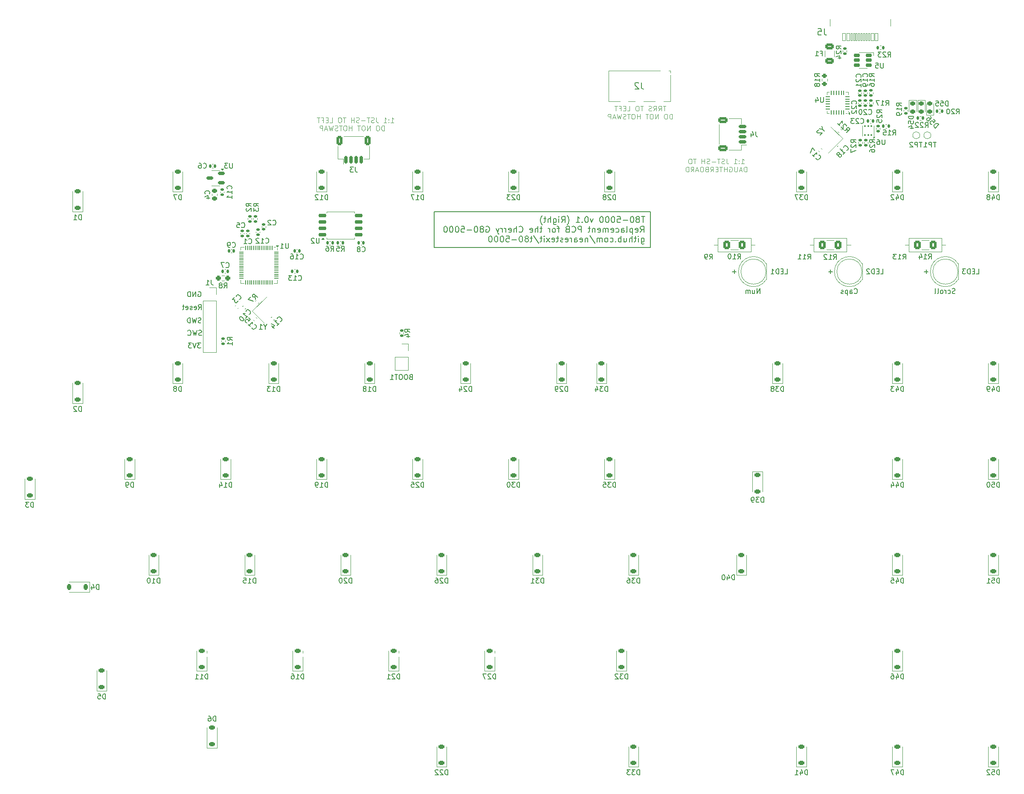
<source format=gbr>
%TF.GenerationSoftware,KiCad,Pcbnew,8.0.2*%
%TF.CreationDate,2024-11-08T19:37:49-08:00*%
%TF.ProjectId,gh80-5000-right,67683830-2d35-4303-9030-2d7269676874,rev?*%
%TF.SameCoordinates,Original*%
%TF.FileFunction,Legend,Bot*%
%TF.FilePolarity,Positive*%
%FSLAX46Y46*%
G04 Gerber Fmt 4.6, Leading zero omitted, Abs format (unit mm)*
G04 Created by KiCad (PCBNEW 8.0.2) date 2024-11-08 19:37:49*
%MOMM*%
%LPD*%
G01*
G04 APERTURE LIST*
G04 Aperture macros list*
%AMRoundRect*
0 Rectangle with rounded corners*
0 $1 Rounding radius*
0 $2 $3 $4 $5 $6 $7 $8 $9 X,Y pos of 4 corners*
0 Add a 4 corners polygon primitive as box body*
4,1,4,$2,$3,$4,$5,$6,$7,$8,$9,$2,$3,0*
0 Add four circle primitives for the rounded corners*
1,1,$1+$1,$2,$3*
1,1,$1+$1,$4,$5*
1,1,$1+$1,$6,$7*
1,1,$1+$1,$8,$9*
0 Add four rect primitives between the rounded corners*
20,1,$1+$1,$2,$3,$4,$5,0*
20,1,$1+$1,$4,$5,$6,$7,0*
20,1,$1+$1,$6,$7,$8,$9,0*
20,1,$1+$1,$8,$9,$2,$3,0*%
%AMRotRect*
0 Rectangle, with rotation*
0 The origin of the aperture is its center*
0 $1 length*
0 $2 width*
0 $3 Rotation angle, in degrees counterclockwise*
0 Add horizontal line*
21,1,$1,$2,0,0,$3*%
G04 Aperture macros list end*
%ADD10C,0.125000*%
%ADD11C,0.150000*%
%ADD12C,0.200000*%
%ADD13C,0.158750*%
%ADD14C,0.120000*%
%ADD15C,1.750000*%
%ADD16C,3.987800*%
%ADD17C,2.300000*%
%ADD18C,4.000000*%
%ADD19C,2.900000*%
%ADD20C,1.600000*%
%ADD21C,3.048000*%
%ADD22RoundRect,0.225000X0.375000X-0.225000X0.375000X0.225000X-0.375000X0.225000X-0.375000X-0.225000X0*%
%ADD23RoundRect,0.140000X0.219203X0.021213X0.021213X0.219203X-0.219203X-0.021213X-0.021213X-0.219203X0*%
%ADD24RoundRect,0.135000X-0.185000X0.135000X-0.185000X-0.135000X0.185000X-0.135000X0.185000X0.135000X0*%
%ADD25RoundRect,0.150000X0.625000X-0.150000X0.625000X0.150000X-0.625000X0.150000X-0.625000X-0.150000X0*%
%ADD26RoundRect,0.250000X0.650000X-0.350000X0.650000X0.350000X-0.650000X0.350000X-0.650000X-0.350000X0*%
%ADD27RoundRect,0.250000X-0.625000X0.375000X-0.625000X-0.375000X0.625000X-0.375000X0.625000X0.375000X0*%
%ADD28O,1.600000X1.600000*%
%ADD29C,1.200000*%
%ADD30O,2.100000X1.100000*%
%ADD31R,1.800000X1.800000*%
%ADD32C,1.800000*%
%ADD33RotRect,1.400000X1.200000X45.000000*%
%ADD34RoundRect,0.140000X0.170000X-0.140000X0.170000X0.140000X-0.170000X0.140000X-0.170000X-0.140000X0*%
%ADD35RoundRect,0.140000X-0.021213X0.219203X-0.219203X0.021213X0.021213X-0.219203X0.219203X-0.021213X0*%
%ADD36R,1.700000X1.700000*%
%ADD37O,1.700000X1.700000*%
%ADD38RoundRect,0.135000X0.185000X-0.135000X0.185000X0.135000X-0.185000X0.135000X-0.185000X-0.135000X0*%
%ADD39RoundRect,0.237500X0.250000X0.237500X-0.250000X0.237500X-0.250000X-0.237500X0.250000X-0.237500X0*%
%ADD40RoundRect,0.150000X-0.150000X-0.625000X0.150000X-0.625000X0.150000X0.625000X-0.150000X0.625000X0*%
%ADD41RoundRect,0.250000X-0.350000X-0.650000X0.350000X-0.650000X0.350000X0.650000X-0.350000X0.650000X0*%
%ADD42RoundRect,0.218750X-0.256250X0.218750X-0.256250X-0.218750X0.256250X-0.218750X0.256250X0.218750X0*%
%ADD43RoundRect,0.140000X-0.140000X-0.170000X0.140000X-0.170000X0.140000X0.170000X-0.140000X0.170000X0*%
%ADD44C,1.000000*%
%ADD45RoundRect,0.135000X-0.135000X-0.185000X0.135000X-0.185000X0.135000X0.185000X-0.135000X0.185000X0*%
%ADD46RoundRect,0.050000X0.387500X0.050000X-0.387500X0.050000X-0.387500X-0.050000X0.387500X-0.050000X0*%
%ADD47RoundRect,0.050000X0.050000X0.387500X-0.050000X0.387500X-0.050000X-0.387500X0.050000X-0.387500X0*%
%ADD48R,3.200000X3.200000*%
%ADD49RoundRect,0.050800X-0.300000X-0.700000X0.300000X-0.700000X0.300000X0.700000X-0.300000X0.700000X0*%
%ADD50RoundRect,0.050800X-0.150000X-0.700000X0.150000X-0.700000X0.150000X0.700000X-0.150000X0.700000X0*%
%ADD51O,1.101600X2.301600*%
%ADD52O,1.101600X1.901600*%
%ADD53RoundRect,0.150000X0.475000X0.150000X-0.475000X0.150000X-0.475000X-0.150000X0.475000X-0.150000X0*%
%ADD54RoundRect,0.140000X0.140000X0.170000X-0.140000X0.170000X-0.140000X-0.170000X0.140000X-0.170000X0*%
%ADD55RoundRect,0.135000X0.135000X0.185000X-0.135000X0.185000X-0.135000X-0.185000X0.135000X-0.185000X0*%
%ADD56RoundRect,0.135000X0.035355X-0.226274X0.226274X-0.035355X-0.035355X0.226274X-0.226274X0.035355X0*%
%ADD57RoundRect,0.225000X-0.375000X0.225000X-0.375000X-0.225000X0.375000X-0.225000X0.375000X0.225000X0*%
%ADD58RoundRect,0.140000X0.021213X-0.219203X0.219203X-0.021213X-0.021213X0.219203X-0.219203X0.021213X0*%
%ADD59RoundRect,0.140000X-0.170000X0.140000X-0.170000X-0.140000X0.170000X-0.140000X0.170000X0.140000X0*%
%ADD60RoundRect,0.225000X0.225000X0.375000X-0.225000X0.375000X-0.225000X-0.375000X0.225000X-0.375000X0*%
%ADD61RotRect,1.400000X1.200000X225.000000*%
%ADD62RoundRect,0.062500X0.062500X-0.375000X0.062500X0.375000X-0.062500X0.375000X-0.062500X-0.375000X0*%
%ADD63RoundRect,0.062500X0.375000X-0.062500X0.375000X0.062500X-0.375000X0.062500X-0.375000X-0.062500X0*%
%ADD64R,2.600000X2.600000*%
%ADD65RoundRect,0.150000X-0.650000X-0.150000X0.650000X-0.150000X0.650000X0.150000X-0.650000X0.150000X0*%
%ADD66RoundRect,0.225000X-0.250000X0.225000X-0.250000X-0.225000X0.250000X-0.225000X0.250000X0.225000X0*%
%ADD67RoundRect,0.150000X0.512500X0.150000X-0.512500X0.150000X-0.512500X-0.150000X0.512500X-0.150000X0*%
%ADD68RoundRect,0.250000X-0.400000X-0.625000X0.400000X-0.625000X0.400000X0.625000X-0.400000X0.625000X0*%
%ADD69RoundRect,0.135000X0.226274X0.035355X0.035355X0.226274X-0.226274X-0.035355X-0.035355X-0.226274X0*%
%ADD70RoundRect,0.093750X0.106250X-0.093750X0.106250X0.093750X-0.106250X0.093750X-0.106250X-0.093750X0*%
%ADD71R,1.600000X1.000000*%
%ADD72RoundRect,0.218750X0.256250X-0.218750X0.256250X0.218750X-0.256250X0.218750X-0.256250X-0.218750X0*%
%ADD73RoundRect,0.200000X-0.275000X0.200000X-0.275000X-0.200000X0.275000X-0.200000X0.275000X0.200000X0*%
G04 APERTURE END LIST*
D10*
X214395238Y-81361175D02*
X213823810Y-81361175D01*
X214109524Y-82361175D02*
X214109524Y-81361175D01*
X212919048Y-82361175D02*
X213252381Y-81884984D01*
X213490476Y-82361175D02*
X213490476Y-81361175D01*
X213490476Y-81361175D02*
X213109524Y-81361175D01*
X213109524Y-81361175D02*
X213014286Y-81408794D01*
X213014286Y-81408794D02*
X212966667Y-81456413D01*
X212966667Y-81456413D02*
X212919048Y-81551651D01*
X212919048Y-81551651D02*
X212919048Y-81694508D01*
X212919048Y-81694508D02*
X212966667Y-81789746D01*
X212966667Y-81789746D02*
X213014286Y-81837365D01*
X213014286Y-81837365D02*
X213109524Y-81884984D01*
X213109524Y-81884984D02*
X213490476Y-81884984D01*
X211919048Y-82361175D02*
X212252381Y-81884984D01*
X212490476Y-82361175D02*
X212490476Y-81361175D01*
X212490476Y-81361175D02*
X212109524Y-81361175D01*
X212109524Y-81361175D02*
X212014286Y-81408794D01*
X212014286Y-81408794D02*
X211966667Y-81456413D01*
X211966667Y-81456413D02*
X211919048Y-81551651D01*
X211919048Y-81551651D02*
X211919048Y-81694508D01*
X211919048Y-81694508D02*
X211966667Y-81789746D01*
X211966667Y-81789746D02*
X212014286Y-81837365D01*
X212014286Y-81837365D02*
X212109524Y-81884984D01*
X212109524Y-81884984D02*
X212490476Y-81884984D01*
X211538095Y-82313556D02*
X211395238Y-82361175D01*
X211395238Y-82361175D02*
X211157143Y-82361175D01*
X211157143Y-82361175D02*
X211061905Y-82313556D01*
X211061905Y-82313556D02*
X211014286Y-82265936D01*
X211014286Y-82265936D02*
X210966667Y-82170698D01*
X210966667Y-82170698D02*
X210966667Y-82075460D01*
X210966667Y-82075460D02*
X211014286Y-81980222D01*
X211014286Y-81980222D02*
X211061905Y-81932603D01*
X211061905Y-81932603D02*
X211157143Y-81884984D01*
X211157143Y-81884984D02*
X211347619Y-81837365D01*
X211347619Y-81837365D02*
X211442857Y-81789746D01*
X211442857Y-81789746D02*
X211490476Y-81742127D01*
X211490476Y-81742127D02*
X211538095Y-81646889D01*
X211538095Y-81646889D02*
X211538095Y-81551651D01*
X211538095Y-81551651D02*
X211490476Y-81456413D01*
X211490476Y-81456413D02*
X211442857Y-81408794D01*
X211442857Y-81408794D02*
X211347619Y-81361175D01*
X211347619Y-81361175D02*
X211109524Y-81361175D01*
X211109524Y-81361175D02*
X210966667Y-81408794D01*
X209919047Y-81361175D02*
X209347619Y-81361175D01*
X209633333Y-82361175D02*
X209633333Y-81361175D01*
X208823809Y-81361175D02*
X208633333Y-81361175D01*
X208633333Y-81361175D02*
X208538095Y-81408794D01*
X208538095Y-81408794D02*
X208442857Y-81504032D01*
X208442857Y-81504032D02*
X208395238Y-81694508D01*
X208395238Y-81694508D02*
X208395238Y-82027841D01*
X208395238Y-82027841D02*
X208442857Y-82218317D01*
X208442857Y-82218317D02*
X208538095Y-82313556D01*
X208538095Y-82313556D02*
X208633333Y-82361175D01*
X208633333Y-82361175D02*
X208823809Y-82361175D01*
X208823809Y-82361175D02*
X208919047Y-82313556D01*
X208919047Y-82313556D02*
X209014285Y-82218317D01*
X209014285Y-82218317D02*
X209061904Y-82027841D01*
X209061904Y-82027841D02*
X209061904Y-81694508D01*
X209061904Y-81694508D02*
X209014285Y-81504032D01*
X209014285Y-81504032D02*
X208919047Y-81408794D01*
X208919047Y-81408794D02*
X208823809Y-81361175D01*
X206728571Y-82361175D02*
X207204761Y-82361175D01*
X207204761Y-82361175D02*
X207204761Y-81361175D01*
X206395237Y-81837365D02*
X206061904Y-81837365D01*
X205919047Y-82361175D02*
X206395237Y-82361175D01*
X206395237Y-82361175D02*
X206395237Y-81361175D01*
X206395237Y-81361175D02*
X205919047Y-81361175D01*
X205157142Y-81837365D02*
X205490475Y-81837365D01*
X205490475Y-82361175D02*
X205490475Y-81361175D01*
X205490475Y-81361175D02*
X205014285Y-81361175D01*
X204776189Y-81361175D02*
X204204761Y-81361175D01*
X204490475Y-82361175D02*
X204490475Y-81361175D01*
X215680952Y-83971119D02*
X215680952Y-82971119D01*
X215680952Y-82971119D02*
X215442857Y-82971119D01*
X215442857Y-82971119D02*
X215300000Y-83018738D01*
X215300000Y-83018738D02*
X215204762Y-83113976D01*
X215204762Y-83113976D02*
X215157143Y-83209214D01*
X215157143Y-83209214D02*
X215109524Y-83399690D01*
X215109524Y-83399690D02*
X215109524Y-83542547D01*
X215109524Y-83542547D02*
X215157143Y-83733023D01*
X215157143Y-83733023D02*
X215204762Y-83828261D01*
X215204762Y-83828261D02*
X215300000Y-83923500D01*
X215300000Y-83923500D02*
X215442857Y-83971119D01*
X215442857Y-83971119D02*
X215680952Y-83971119D01*
X214490476Y-82971119D02*
X214300000Y-82971119D01*
X214300000Y-82971119D02*
X214204762Y-83018738D01*
X214204762Y-83018738D02*
X214109524Y-83113976D01*
X214109524Y-83113976D02*
X214061905Y-83304452D01*
X214061905Y-83304452D02*
X214061905Y-83637785D01*
X214061905Y-83637785D02*
X214109524Y-83828261D01*
X214109524Y-83828261D02*
X214204762Y-83923500D01*
X214204762Y-83923500D02*
X214300000Y-83971119D01*
X214300000Y-83971119D02*
X214490476Y-83971119D01*
X214490476Y-83971119D02*
X214585714Y-83923500D01*
X214585714Y-83923500D02*
X214680952Y-83828261D01*
X214680952Y-83828261D02*
X214728571Y-83637785D01*
X214728571Y-83637785D02*
X214728571Y-83304452D01*
X214728571Y-83304452D02*
X214680952Y-83113976D01*
X214680952Y-83113976D02*
X214585714Y-83018738D01*
X214585714Y-83018738D02*
X214490476Y-82971119D01*
X212871428Y-83971119D02*
X212871428Y-82971119D01*
X212871428Y-82971119D02*
X212300000Y-83971119D01*
X212300000Y-83971119D02*
X212300000Y-82971119D01*
X211633333Y-82971119D02*
X211442857Y-82971119D01*
X211442857Y-82971119D02*
X211347619Y-83018738D01*
X211347619Y-83018738D02*
X211252381Y-83113976D01*
X211252381Y-83113976D02*
X211204762Y-83304452D01*
X211204762Y-83304452D02*
X211204762Y-83637785D01*
X211204762Y-83637785D02*
X211252381Y-83828261D01*
X211252381Y-83828261D02*
X211347619Y-83923500D01*
X211347619Y-83923500D02*
X211442857Y-83971119D01*
X211442857Y-83971119D02*
X211633333Y-83971119D01*
X211633333Y-83971119D02*
X211728571Y-83923500D01*
X211728571Y-83923500D02*
X211823809Y-83828261D01*
X211823809Y-83828261D02*
X211871428Y-83637785D01*
X211871428Y-83637785D02*
X211871428Y-83304452D01*
X211871428Y-83304452D02*
X211823809Y-83113976D01*
X211823809Y-83113976D02*
X211728571Y-83018738D01*
X211728571Y-83018738D02*
X211633333Y-82971119D01*
X210919047Y-82971119D02*
X210347619Y-82971119D01*
X210633333Y-83971119D02*
X210633333Y-82971119D01*
X209252380Y-83971119D02*
X209252380Y-82971119D01*
X209252380Y-83447309D02*
X208680952Y-83447309D01*
X208680952Y-83971119D02*
X208680952Y-82971119D01*
X208014285Y-82971119D02*
X207823809Y-82971119D01*
X207823809Y-82971119D02*
X207728571Y-83018738D01*
X207728571Y-83018738D02*
X207633333Y-83113976D01*
X207633333Y-83113976D02*
X207585714Y-83304452D01*
X207585714Y-83304452D02*
X207585714Y-83637785D01*
X207585714Y-83637785D02*
X207633333Y-83828261D01*
X207633333Y-83828261D02*
X207728571Y-83923500D01*
X207728571Y-83923500D02*
X207823809Y-83971119D01*
X207823809Y-83971119D02*
X208014285Y-83971119D01*
X208014285Y-83971119D02*
X208109523Y-83923500D01*
X208109523Y-83923500D02*
X208204761Y-83828261D01*
X208204761Y-83828261D02*
X208252380Y-83637785D01*
X208252380Y-83637785D02*
X208252380Y-83304452D01*
X208252380Y-83304452D02*
X208204761Y-83113976D01*
X208204761Y-83113976D02*
X208109523Y-83018738D01*
X208109523Y-83018738D02*
X208014285Y-82971119D01*
X207299999Y-82971119D02*
X206728571Y-82971119D01*
X207014285Y-83971119D02*
X207014285Y-82971119D01*
X206442856Y-83923500D02*
X206299999Y-83971119D01*
X206299999Y-83971119D02*
X206061904Y-83971119D01*
X206061904Y-83971119D02*
X205966666Y-83923500D01*
X205966666Y-83923500D02*
X205919047Y-83875880D01*
X205919047Y-83875880D02*
X205871428Y-83780642D01*
X205871428Y-83780642D02*
X205871428Y-83685404D01*
X205871428Y-83685404D02*
X205919047Y-83590166D01*
X205919047Y-83590166D02*
X205966666Y-83542547D01*
X205966666Y-83542547D02*
X206061904Y-83494928D01*
X206061904Y-83494928D02*
X206252380Y-83447309D01*
X206252380Y-83447309D02*
X206347618Y-83399690D01*
X206347618Y-83399690D02*
X206395237Y-83352071D01*
X206395237Y-83352071D02*
X206442856Y-83256833D01*
X206442856Y-83256833D02*
X206442856Y-83161595D01*
X206442856Y-83161595D02*
X206395237Y-83066357D01*
X206395237Y-83066357D02*
X206347618Y-83018738D01*
X206347618Y-83018738D02*
X206252380Y-82971119D01*
X206252380Y-82971119D02*
X206014285Y-82971119D01*
X206014285Y-82971119D02*
X205871428Y-83018738D01*
X205538094Y-82971119D02*
X205299999Y-83971119D01*
X205299999Y-83971119D02*
X205109523Y-83256833D01*
X205109523Y-83256833D02*
X204919047Y-83971119D01*
X204919047Y-83971119D02*
X204680952Y-82971119D01*
X204347618Y-83685404D02*
X203871428Y-83685404D01*
X204442856Y-83971119D02*
X204109523Y-82971119D01*
X204109523Y-82971119D02*
X203776190Y-83971119D01*
X203442856Y-83971119D02*
X203442856Y-82971119D01*
X203442856Y-82971119D02*
X203061904Y-82971119D01*
X203061904Y-82971119D02*
X202966666Y-83018738D01*
X202966666Y-83018738D02*
X202919047Y-83066357D01*
X202919047Y-83066357D02*
X202871428Y-83161595D01*
X202871428Y-83161595D02*
X202871428Y-83304452D01*
X202871428Y-83304452D02*
X202919047Y-83399690D01*
X202919047Y-83399690D02*
X202966666Y-83447309D01*
X202966666Y-83447309D02*
X203061904Y-83494928D01*
X203061904Y-83494928D02*
X203442856Y-83494928D01*
D11*
X121591792Y-121869819D02*
X121925125Y-121393628D01*
X122163220Y-121869819D02*
X122163220Y-120869819D01*
X122163220Y-120869819D02*
X121782268Y-120869819D01*
X121782268Y-120869819D02*
X121687030Y-120917438D01*
X121687030Y-120917438D02*
X121639411Y-120965057D01*
X121639411Y-120965057D02*
X121591792Y-121060295D01*
X121591792Y-121060295D02*
X121591792Y-121203152D01*
X121591792Y-121203152D02*
X121639411Y-121298390D01*
X121639411Y-121298390D02*
X121687030Y-121346009D01*
X121687030Y-121346009D02*
X121782268Y-121393628D01*
X121782268Y-121393628D02*
X122163220Y-121393628D01*
X120782268Y-121822200D02*
X120877506Y-121869819D01*
X120877506Y-121869819D02*
X121067982Y-121869819D01*
X121067982Y-121869819D02*
X121163220Y-121822200D01*
X121163220Y-121822200D02*
X121210839Y-121726961D01*
X121210839Y-121726961D02*
X121210839Y-121346009D01*
X121210839Y-121346009D02*
X121163220Y-121250771D01*
X121163220Y-121250771D02*
X121067982Y-121203152D01*
X121067982Y-121203152D02*
X120877506Y-121203152D01*
X120877506Y-121203152D02*
X120782268Y-121250771D01*
X120782268Y-121250771D02*
X120734649Y-121346009D01*
X120734649Y-121346009D02*
X120734649Y-121441247D01*
X120734649Y-121441247D02*
X121210839Y-121536485D01*
X120353696Y-121822200D02*
X120258458Y-121869819D01*
X120258458Y-121869819D02*
X120067982Y-121869819D01*
X120067982Y-121869819D02*
X119972744Y-121822200D01*
X119972744Y-121822200D02*
X119925125Y-121726961D01*
X119925125Y-121726961D02*
X119925125Y-121679342D01*
X119925125Y-121679342D02*
X119972744Y-121584104D01*
X119972744Y-121584104D02*
X120067982Y-121536485D01*
X120067982Y-121536485D02*
X120210839Y-121536485D01*
X120210839Y-121536485D02*
X120306077Y-121488866D01*
X120306077Y-121488866D02*
X120353696Y-121393628D01*
X120353696Y-121393628D02*
X120353696Y-121346009D01*
X120353696Y-121346009D02*
X120306077Y-121250771D01*
X120306077Y-121250771D02*
X120210839Y-121203152D01*
X120210839Y-121203152D02*
X120067982Y-121203152D01*
X120067982Y-121203152D02*
X119972744Y-121250771D01*
X119115601Y-121822200D02*
X119210839Y-121869819D01*
X119210839Y-121869819D02*
X119401315Y-121869819D01*
X119401315Y-121869819D02*
X119496553Y-121822200D01*
X119496553Y-121822200D02*
X119544172Y-121726961D01*
X119544172Y-121726961D02*
X119544172Y-121346009D01*
X119544172Y-121346009D02*
X119496553Y-121250771D01*
X119496553Y-121250771D02*
X119401315Y-121203152D01*
X119401315Y-121203152D02*
X119210839Y-121203152D01*
X119210839Y-121203152D02*
X119115601Y-121250771D01*
X119115601Y-121250771D02*
X119067982Y-121346009D01*
X119067982Y-121346009D02*
X119067982Y-121441247D01*
X119067982Y-121441247D02*
X119544172Y-121536485D01*
X118782267Y-121203152D02*
X118401315Y-121203152D01*
X118639410Y-120869819D02*
X118639410Y-121726961D01*
X118639410Y-121726961D02*
X118591791Y-121822200D01*
X118591791Y-121822200D02*
X118496553Y-121869819D01*
X118496553Y-121869819D02*
X118401315Y-121869819D01*
X122210839Y-126922200D02*
X122067982Y-126969819D01*
X122067982Y-126969819D02*
X121829887Y-126969819D01*
X121829887Y-126969819D02*
X121734649Y-126922200D01*
X121734649Y-126922200D02*
X121687030Y-126874580D01*
X121687030Y-126874580D02*
X121639411Y-126779342D01*
X121639411Y-126779342D02*
X121639411Y-126684104D01*
X121639411Y-126684104D02*
X121687030Y-126588866D01*
X121687030Y-126588866D02*
X121734649Y-126541247D01*
X121734649Y-126541247D02*
X121829887Y-126493628D01*
X121829887Y-126493628D02*
X122020363Y-126446009D01*
X122020363Y-126446009D02*
X122115601Y-126398390D01*
X122115601Y-126398390D02*
X122163220Y-126350771D01*
X122163220Y-126350771D02*
X122210839Y-126255533D01*
X122210839Y-126255533D02*
X122210839Y-126160295D01*
X122210839Y-126160295D02*
X122163220Y-126065057D01*
X122163220Y-126065057D02*
X122115601Y-126017438D01*
X122115601Y-126017438D02*
X122020363Y-125969819D01*
X122020363Y-125969819D02*
X121782268Y-125969819D01*
X121782268Y-125969819D02*
X121639411Y-126017438D01*
X121306077Y-125969819D02*
X121067982Y-126969819D01*
X121067982Y-126969819D02*
X120877506Y-126255533D01*
X120877506Y-126255533D02*
X120687030Y-126969819D01*
X120687030Y-126969819D02*
X120448935Y-125969819D01*
X119496554Y-126874580D02*
X119544173Y-126922200D01*
X119544173Y-126922200D02*
X119687030Y-126969819D01*
X119687030Y-126969819D02*
X119782268Y-126969819D01*
X119782268Y-126969819D02*
X119925125Y-126922200D01*
X119925125Y-126922200D02*
X120020363Y-126826961D01*
X120020363Y-126826961D02*
X120067982Y-126731723D01*
X120067982Y-126731723D02*
X120115601Y-126541247D01*
X120115601Y-126541247D02*
X120115601Y-126398390D01*
X120115601Y-126398390D02*
X120067982Y-126207914D01*
X120067982Y-126207914D02*
X120020363Y-126112676D01*
X120020363Y-126112676D02*
X119925125Y-126017438D01*
X119925125Y-126017438D02*
X119782268Y-125969819D01*
X119782268Y-125969819D02*
X119687030Y-125969819D01*
X119687030Y-125969819D02*
X119544173Y-126017438D01*
X119544173Y-126017438D02*
X119496554Y-126065057D01*
D10*
X229352381Y-92861175D02*
X229923809Y-92861175D01*
X229638095Y-92861175D02*
X229638095Y-91861175D01*
X229638095Y-91861175D02*
X229733333Y-92004032D01*
X229733333Y-92004032D02*
X229828571Y-92099270D01*
X229828571Y-92099270D02*
X229923809Y-92146889D01*
X228923809Y-92765936D02*
X228876190Y-92813556D01*
X228876190Y-92813556D02*
X228923809Y-92861175D01*
X228923809Y-92861175D02*
X228971428Y-92813556D01*
X228971428Y-92813556D02*
X228923809Y-92765936D01*
X228923809Y-92765936D02*
X228923809Y-92861175D01*
X228923809Y-92242127D02*
X228876190Y-92289746D01*
X228876190Y-92289746D02*
X228923809Y-92337365D01*
X228923809Y-92337365D02*
X228971428Y-92289746D01*
X228971428Y-92289746D02*
X228923809Y-92242127D01*
X228923809Y-92242127D02*
X228923809Y-92337365D01*
X227923810Y-92861175D02*
X228495238Y-92861175D01*
X228209524Y-92861175D02*
X228209524Y-91861175D01*
X228209524Y-91861175D02*
X228304762Y-92004032D01*
X228304762Y-92004032D02*
X228400000Y-92099270D01*
X228400000Y-92099270D02*
X228495238Y-92146889D01*
X226447619Y-91861175D02*
X226447619Y-92575460D01*
X226447619Y-92575460D02*
X226495238Y-92718317D01*
X226495238Y-92718317D02*
X226590476Y-92813556D01*
X226590476Y-92813556D02*
X226733333Y-92861175D01*
X226733333Y-92861175D02*
X226828571Y-92861175D01*
X226019047Y-92813556D02*
X225876190Y-92861175D01*
X225876190Y-92861175D02*
X225638095Y-92861175D01*
X225638095Y-92861175D02*
X225542857Y-92813556D01*
X225542857Y-92813556D02*
X225495238Y-92765936D01*
X225495238Y-92765936D02*
X225447619Y-92670698D01*
X225447619Y-92670698D02*
X225447619Y-92575460D01*
X225447619Y-92575460D02*
X225495238Y-92480222D01*
X225495238Y-92480222D02*
X225542857Y-92432603D01*
X225542857Y-92432603D02*
X225638095Y-92384984D01*
X225638095Y-92384984D02*
X225828571Y-92337365D01*
X225828571Y-92337365D02*
X225923809Y-92289746D01*
X225923809Y-92289746D02*
X225971428Y-92242127D01*
X225971428Y-92242127D02*
X226019047Y-92146889D01*
X226019047Y-92146889D02*
X226019047Y-92051651D01*
X226019047Y-92051651D02*
X225971428Y-91956413D01*
X225971428Y-91956413D02*
X225923809Y-91908794D01*
X225923809Y-91908794D02*
X225828571Y-91861175D01*
X225828571Y-91861175D02*
X225590476Y-91861175D01*
X225590476Y-91861175D02*
X225447619Y-91908794D01*
X225161904Y-91861175D02*
X224590476Y-91861175D01*
X224876190Y-92861175D02*
X224876190Y-91861175D01*
X224257142Y-92480222D02*
X223495238Y-92480222D01*
X223066666Y-92813556D02*
X222923809Y-92861175D01*
X222923809Y-92861175D02*
X222685714Y-92861175D01*
X222685714Y-92861175D02*
X222590476Y-92813556D01*
X222590476Y-92813556D02*
X222542857Y-92765936D01*
X222542857Y-92765936D02*
X222495238Y-92670698D01*
X222495238Y-92670698D02*
X222495238Y-92575460D01*
X222495238Y-92575460D02*
X222542857Y-92480222D01*
X222542857Y-92480222D02*
X222590476Y-92432603D01*
X222590476Y-92432603D02*
X222685714Y-92384984D01*
X222685714Y-92384984D02*
X222876190Y-92337365D01*
X222876190Y-92337365D02*
X222971428Y-92289746D01*
X222971428Y-92289746D02*
X223019047Y-92242127D01*
X223019047Y-92242127D02*
X223066666Y-92146889D01*
X223066666Y-92146889D02*
X223066666Y-92051651D01*
X223066666Y-92051651D02*
X223019047Y-91956413D01*
X223019047Y-91956413D02*
X222971428Y-91908794D01*
X222971428Y-91908794D02*
X222876190Y-91861175D01*
X222876190Y-91861175D02*
X222638095Y-91861175D01*
X222638095Y-91861175D02*
X222495238Y-91908794D01*
X222066666Y-92861175D02*
X222066666Y-91861175D01*
X222066666Y-92337365D02*
X221495238Y-92337365D01*
X221495238Y-92861175D02*
X221495238Y-91861175D01*
X220399999Y-91861175D02*
X219828571Y-91861175D01*
X220114285Y-92861175D02*
X220114285Y-91861175D01*
X219304761Y-91861175D02*
X219114285Y-91861175D01*
X219114285Y-91861175D02*
X219019047Y-91908794D01*
X219019047Y-91908794D02*
X218923809Y-92004032D01*
X218923809Y-92004032D02*
X218876190Y-92194508D01*
X218876190Y-92194508D02*
X218876190Y-92527841D01*
X218876190Y-92527841D02*
X218923809Y-92718317D01*
X218923809Y-92718317D02*
X219019047Y-92813556D01*
X219019047Y-92813556D02*
X219114285Y-92861175D01*
X219114285Y-92861175D02*
X219304761Y-92861175D01*
X219304761Y-92861175D02*
X219399999Y-92813556D01*
X219399999Y-92813556D02*
X219495237Y-92718317D01*
X219495237Y-92718317D02*
X219542856Y-92527841D01*
X219542856Y-92527841D02*
X219542856Y-92194508D01*
X219542856Y-92194508D02*
X219495237Y-92004032D01*
X219495237Y-92004032D02*
X219399999Y-91908794D01*
X219399999Y-91908794D02*
X219304761Y-91861175D01*
X230423809Y-94471119D02*
X230423809Y-93471119D01*
X230423809Y-93471119D02*
X230185714Y-93471119D01*
X230185714Y-93471119D02*
X230042857Y-93518738D01*
X230042857Y-93518738D02*
X229947619Y-93613976D01*
X229947619Y-93613976D02*
X229900000Y-93709214D01*
X229900000Y-93709214D02*
X229852381Y-93899690D01*
X229852381Y-93899690D02*
X229852381Y-94042547D01*
X229852381Y-94042547D02*
X229900000Y-94233023D01*
X229900000Y-94233023D02*
X229947619Y-94328261D01*
X229947619Y-94328261D02*
X230042857Y-94423500D01*
X230042857Y-94423500D02*
X230185714Y-94471119D01*
X230185714Y-94471119D02*
X230423809Y-94471119D01*
X229471428Y-94185404D02*
X228995238Y-94185404D01*
X229566666Y-94471119D02*
X229233333Y-93471119D01*
X229233333Y-93471119D02*
X228900000Y-94471119D01*
X228566666Y-93471119D02*
X228566666Y-94280642D01*
X228566666Y-94280642D02*
X228519047Y-94375880D01*
X228519047Y-94375880D02*
X228471428Y-94423500D01*
X228471428Y-94423500D02*
X228376190Y-94471119D01*
X228376190Y-94471119D02*
X228185714Y-94471119D01*
X228185714Y-94471119D02*
X228090476Y-94423500D01*
X228090476Y-94423500D02*
X228042857Y-94375880D01*
X228042857Y-94375880D02*
X227995238Y-94280642D01*
X227995238Y-94280642D02*
X227995238Y-93471119D01*
X226995238Y-93518738D02*
X227090476Y-93471119D01*
X227090476Y-93471119D02*
X227233333Y-93471119D01*
X227233333Y-93471119D02*
X227376190Y-93518738D01*
X227376190Y-93518738D02*
X227471428Y-93613976D01*
X227471428Y-93613976D02*
X227519047Y-93709214D01*
X227519047Y-93709214D02*
X227566666Y-93899690D01*
X227566666Y-93899690D02*
X227566666Y-94042547D01*
X227566666Y-94042547D02*
X227519047Y-94233023D01*
X227519047Y-94233023D02*
X227471428Y-94328261D01*
X227471428Y-94328261D02*
X227376190Y-94423500D01*
X227376190Y-94423500D02*
X227233333Y-94471119D01*
X227233333Y-94471119D02*
X227138095Y-94471119D01*
X227138095Y-94471119D02*
X226995238Y-94423500D01*
X226995238Y-94423500D02*
X226947619Y-94375880D01*
X226947619Y-94375880D02*
X226947619Y-94042547D01*
X226947619Y-94042547D02*
X227138095Y-94042547D01*
X226519047Y-94471119D02*
X226519047Y-93471119D01*
X226519047Y-93947309D02*
X225947619Y-93947309D01*
X225947619Y-94471119D02*
X225947619Y-93471119D01*
X225614285Y-93471119D02*
X225042857Y-93471119D01*
X225328571Y-94471119D02*
X225328571Y-93471119D01*
X224709523Y-93947309D02*
X224376190Y-93947309D01*
X224233333Y-94471119D02*
X224709523Y-94471119D01*
X224709523Y-94471119D02*
X224709523Y-93471119D01*
X224709523Y-93471119D02*
X224233333Y-93471119D01*
X223233333Y-94471119D02*
X223566666Y-93994928D01*
X223804761Y-94471119D02*
X223804761Y-93471119D01*
X223804761Y-93471119D02*
X223423809Y-93471119D01*
X223423809Y-93471119D02*
X223328571Y-93518738D01*
X223328571Y-93518738D02*
X223280952Y-93566357D01*
X223280952Y-93566357D02*
X223233333Y-93661595D01*
X223233333Y-93661595D02*
X223233333Y-93804452D01*
X223233333Y-93804452D02*
X223280952Y-93899690D01*
X223280952Y-93899690D02*
X223328571Y-93947309D01*
X223328571Y-93947309D02*
X223423809Y-93994928D01*
X223423809Y-93994928D02*
X223804761Y-93994928D01*
X222471428Y-93947309D02*
X222328571Y-93994928D01*
X222328571Y-93994928D02*
X222280952Y-94042547D01*
X222280952Y-94042547D02*
X222233333Y-94137785D01*
X222233333Y-94137785D02*
X222233333Y-94280642D01*
X222233333Y-94280642D02*
X222280952Y-94375880D01*
X222280952Y-94375880D02*
X222328571Y-94423500D01*
X222328571Y-94423500D02*
X222423809Y-94471119D01*
X222423809Y-94471119D02*
X222804761Y-94471119D01*
X222804761Y-94471119D02*
X222804761Y-93471119D01*
X222804761Y-93471119D02*
X222471428Y-93471119D01*
X222471428Y-93471119D02*
X222376190Y-93518738D01*
X222376190Y-93518738D02*
X222328571Y-93566357D01*
X222328571Y-93566357D02*
X222280952Y-93661595D01*
X222280952Y-93661595D02*
X222280952Y-93756833D01*
X222280952Y-93756833D02*
X222328571Y-93852071D01*
X222328571Y-93852071D02*
X222376190Y-93899690D01*
X222376190Y-93899690D02*
X222471428Y-93947309D01*
X222471428Y-93947309D02*
X222804761Y-93947309D01*
X221614285Y-93471119D02*
X221423809Y-93471119D01*
X221423809Y-93471119D02*
X221328571Y-93518738D01*
X221328571Y-93518738D02*
X221233333Y-93613976D01*
X221233333Y-93613976D02*
X221185714Y-93804452D01*
X221185714Y-93804452D02*
X221185714Y-94137785D01*
X221185714Y-94137785D02*
X221233333Y-94328261D01*
X221233333Y-94328261D02*
X221328571Y-94423500D01*
X221328571Y-94423500D02*
X221423809Y-94471119D01*
X221423809Y-94471119D02*
X221614285Y-94471119D01*
X221614285Y-94471119D02*
X221709523Y-94423500D01*
X221709523Y-94423500D02*
X221804761Y-94328261D01*
X221804761Y-94328261D02*
X221852380Y-94137785D01*
X221852380Y-94137785D02*
X221852380Y-93804452D01*
X221852380Y-93804452D02*
X221804761Y-93613976D01*
X221804761Y-93613976D02*
X221709523Y-93518738D01*
X221709523Y-93518738D02*
X221614285Y-93471119D01*
X220804761Y-94185404D02*
X220328571Y-94185404D01*
X220899999Y-94471119D02*
X220566666Y-93471119D01*
X220566666Y-93471119D02*
X220233333Y-94471119D01*
X219328571Y-94471119D02*
X219661904Y-93994928D01*
X219899999Y-94471119D02*
X219899999Y-93471119D01*
X219899999Y-93471119D02*
X219519047Y-93471119D01*
X219519047Y-93471119D02*
X219423809Y-93518738D01*
X219423809Y-93518738D02*
X219376190Y-93566357D01*
X219376190Y-93566357D02*
X219328571Y-93661595D01*
X219328571Y-93661595D02*
X219328571Y-93804452D01*
X219328571Y-93804452D02*
X219376190Y-93899690D01*
X219376190Y-93899690D02*
X219423809Y-93947309D01*
X219423809Y-93947309D02*
X219519047Y-93994928D01*
X219519047Y-93994928D02*
X219899999Y-93994928D01*
X218899999Y-94471119D02*
X218899999Y-93471119D01*
X218899999Y-93471119D02*
X218661904Y-93471119D01*
X218661904Y-93471119D02*
X218519047Y-93518738D01*
X218519047Y-93518738D02*
X218423809Y-93613976D01*
X218423809Y-93613976D02*
X218376190Y-93709214D01*
X218376190Y-93709214D02*
X218328571Y-93899690D01*
X218328571Y-93899690D02*
X218328571Y-94042547D01*
X218328571Y-94042547D02*
X218376190Y-94233023D01*
X218376190Y-94233023D02*
X218423809Y-94328261D01*
X218423809Y-94328261D02*
X218519047Y-94423500D01*
X218519047Y-94423500D02*
X218661904Y-94471119D01*
X218661904Y-94471119D02*
X218899999Y-94471119D01*
D11*
X251791792Y-118574580D02*
X251839411Y-118622200D01*
X251839411Y-118622200D02*
X251982268Y-118669819D01*
X251982268Y-118669819D02*
X252077506Y-118669819D01*
X252077506Y-118669819D02*
X252220363Y-118622200D01*
X252220363Y-118622200D02*
X252315601Y-118526961D01*
X252315601Y-118526961D02*
X252363220Y-118431723D01*
X252363220Y-118431723D02*
X252410839Y-118241247D01*
X252410839Y-118241247D02*
X252410839Y-118098390D01*
X252410839Y-118098390D02*
X252363220Y-117907914D01*
X252363220Y-117907914D02*
X252315601Y-117812676D01*
X252315601Y-117812676D02*
X252220363Y-117717438D01*
X252220363Y-117717438D02*
X252077506Y-117669819D01*
X252077506Y-117669819D02*
X251982268Y-117669819D01*
X251982268Y-117669819D02*
X251839411Y-117717438D01*
X251839411Y-117717438D02*
X251791792Y-117765057D01*
X250934649Y-118669819D02*
X250934649Y-118146009D01*
X250934649Y-118146009D02*
X250982268Y-118050771D01*
X250982268Y-118050771D02*
X251077506Y-118003152D01*
X251077506Y-118003152D02*
X251267982Y-118003152D01*
X251267982Y-118003152D02*
X251363220Y-118050771D01*
X250934649Y-118622200D02*
X251029887Y-118669819D01*
X251029887Y-118669819D02*
X251267982Y-118669819D01*
X251267982Y-118669819D02*
X251363220Y-118622200D01*
X251363220Y-118622200D02*
X251410839Y-118526961D01*
X251410839Y-118526961D02*
X251410839Y-118431723D01*
X251410839Y-118431723D02*
X251363220Y-118336485D01*
X251363220Y-118336485D02*
X251267982Y-118288866D01*
X251267982Y-118288866D02*
X251029887Y-118288866D01*
X251029887Y-118288866D02*
X250934649Y-118241247D01*
X250458458Y-118003152D02*
X250458458Y-119003152D01*
X250458458Y-118050771D02*
X250363220Y-118003152D01*
X250363220Y-118003152D02*
X250172744Y-118003152D01*
X250172744Y-118003152D02*
X250077506Y-118050771D01*
X250077506Y-118050771D02*
X250029887Y-118098390D01*
X250029887Y-118098390D02*
X249982268Y-118193628D01*
X249982268Y-118193628D02*
X249982268Y-118479342D01*
X249982268Y-118479342D02*
X250029887Y-118574580D01*
X250029887Y-118574580D02*
X250077506Y-118622200D01*
X250077506Y-118622200D02*
X250172744Y-118669819D01*
X250172744Y-118669819D02*
X250363220Y-118669819D01*
X250363220Y-118669819D02*
X250458458Y-118622200D01*
X249601315Y-118622200D02*
X249506077Y-118669819D01*
X249506077Y-118669819D02*
X249315601Y-118669819D01*
X249315601Y-118669819D02*
X249220363Y-118622200D01*
X249220363Y-118622200D02*
X249172744Y-118526961D01*
X249172744Y-118526961D02*
X249172744Y-118479342D01*
X249172744Y-118479342D02*
X249220363Y-118384104D01*
X249220363Y-118384104D02*
X249315601Y-118336485D01*
X249315601Y-118336485D02*
X249458458Y-118336485D01*
X249458458Y-118336485D02*
X249553696Y-118288866D01*
X249553696Y-118288866D02*
X249601315Y-118193628D01*
X249601315Y-118193628D02*
X249601315Y-118146009D01*
X249601315Y-118146009D02*
X249553696Y-118050771D01*
X249553696Y-118050771D02*
X249458458Y-118003152D01*
X249458458Y-118003152D02*
X249315601Y-118003152D01*
X249315601Y-118003152D02*
X249220363Y-118050771D01*
X122110839Y-124422200D02*
X121967982Y-124469819D01*
X121967982Y-124469819D02*
X121729887Y-124469819D01*
X121729887Y-124469819D02*
X121634649Y-124422200D01*
X121634649Y-124422200D02*
X121587030Y-124374580D01*
X121587030Y-124374580D02*
X121539411Y-124279342D01*
X121539411Y-124279342D02*
X121539411Y-124184104D01*
X121539411Y-124184104D02*
X121587030Y-124088866D01*
X121587030Y-124088866D02*
X121634649Y-124041247D01*
X121634649Y-124041247D02*
X121729887Y-123993628D01*
X121729887Y-123993628D02*
X121920363Y-123946009D01*
X121920363Y-123946009D02*
X122015601Y-123898390D01*
X122015601Y-123898390D02*
X122063220Y-123850771D01*
X122063220Y-123850771D02*
X122110839Y-123755533D01*
X122110839Y-123755533D02*
X122110839Y-123660295D01*
X122110839Y-123660295D02*
X122063220Y-123565057D01*
X122063220Y-123565057D02*
X122015601Y-123517438D01*
X122015601Y-123517438D02*
X121920363Y-123469819D01*
X121920363Y-123469819D02*
X121682268Y-123469819D01*
X121682268Y-123469819D02*
X121539411Y-123517438D01*
X121206077Y-123469819D02*
X120967982Y-124469819D01*
X120967982Y-124469819D02*
X120777506Y-123755533D01*
X120777506Y-123755533D02*
X120587030Y-124469819D01*
X120587030Y-124469819D02*
X120348935Y-123469819D01*
X119967982Y-124469819D02*
X119967982Y-123469819D01*
X119967982Y-123469819D02*
X119729887Y-123469819D01*
X119729887Y-123469819D02*
X119587030Y-123517438D01*
X119587030Y-123517438D02*
X119491792Y-123612676D01*
X119491792Y-123612676D02*
X119444173Y-123707914D01*
X119444173Y-123707914D02*
X119396554Y-123898390D01*
X119396554Y-123898390D02*
X119396554Y-124041247D01*
X119396554Y-124041247D02*
X119444173Y-124231723D01*
X119444173Y-124231723D02*
X119491792Y-124326961D01*
X119491792Y-124326961D02*
X119587030Y-124422200D01*
X119587030Y-124422200D02*
X119729887Y-124469819D01*
X119729887Y-124469819D02*
X119967982Y-124469819D01*
D10*
X159800000Y-84671119D02*
X160371428Y-84671119D01*
X160085714Y-84671119D02*
X160085714Y-83671119D01*
X160085714Y-83671119D02*
X160180952Y-83813976D01*
X160180952Y-83813976D02*
X160276190Y-83909214D01*
X160276190Y-83909214D02*
X160371428Y-83956833D01*
X159371428Y-84575880D02*
X159323809Y-84623500D01*
X159323809Y-84623500D02*
X159371428Y-84671119D01*
X159371428Y-84671119D02*
X159419047Y-84623500D01*
X159419047Y-84623500D02*
X159371428Y-84575880D01*
X159371428Y-84575880D02*
X159371428Y-84671119D01*
X159371428Y-84052071D02*
X159323809Y-84099690D01*
X159323809Y-84099690D02*
X159371428Y-84147309D01*
X159371428Y-84147309D02*
X159419047Y-84099690D01*
X159419047Y-84099690D02*
X159371428Y-84052071D01*
X159371428Y-84052071D02*
X159371428Y-84147309D01*
X158371429Y-84671119D02*
X158942857Y-84671119D01*
X158657143Y-84671119D02*
X158657143Y-83671119D01*
X158657143Y-83671119D02*
X158752381Y-83813976D01*
X158752381Y-83813976D02*
X158847619Y-83909214D01*
X158847619Y-83909214D02*
X158942857Y-83956833D01*
X156895238Y-83671119D02*
X156895238Y-84385404D01*
X156895238Y-84385404D02*
X156942857Y-84528261D01*
X156942857Y-84528261D02*
X157038095Y-84623500D01*
X157038095Y-84623500D02*
X157180952Y-84671119D01*
X157180952Y-84671119D02*
X157276190Y-84671119D01*
X156466666Y-84623500D02*
X156323809Y-84671119D01*
X156323809Y-84671119D02*
X156085714Y-84671119D01*
X156085714Y-84671119D02*
X155990476Y-84623500D01*
X155990476Y-84623500D02*
X155942857Y-84575880D01*
X155942857Y-84575880D02*
X155895238Y-84480642D01*
X155895238Y-84480642D02*
X155895238Y-84385404D01*
X155895238Y-84385404D02*
X155942857Y-84290166D01*
X155942857Y-84290166D02*
X155990476Y-84242547D01*
X155990476Y-84242547D02*
X156085714Y-84194928D01*
X156085714Y-84194928D02*
X156276190Y-84147309D01*
X156276190Y-84147309D02*
X156371428Y-84099690D01*
X156371428Y-84099690D02*
X156419047Y-84052071D01*
X156419047Y-84052071D02*
X156466666Y-83956833D01*
X156466666Y-83956833D02*
X156466666Y-83861595D01*
X156466666Y-83861595D02*
X156419047Y-83766357D01*
X156419047Y-83766357D02*
X156371428Y-83718738D01*
X156371428Y-83718738D02*
X156276190Y-83671119D01*
X156276190Y-83671119D02*
X156038095Y-83671119D01*
X156038095Y-83671119D02*
X155895238Y-83718738D01*
X155609523Y-83671119D02*
X155038095Y-83671119D01*
X155323809Y-84671119D02*
X155323809Y-83671119D01*
X154704761Y-84290166D02*
X153942857Y-84290166D01*
X153514285Y-84623500D02*
X153371428Y-84671119D01*
X153371428Y-84671119D02*
X153133333Y-84671119D01*
X153133333Y-84671119D02*
X153038095Y-84623500D01*
X153038095Y-84623500D02*
X152990476Y-84575880D01*
X152990476Y-84575880D02*
X152942857Y-84480642D01*
X152942857Y-84480642D02*
X152942857Y-84385404D01*
X152942857Y-84385404D02*
X152990476Y-84290166D01*
X152990476Y-84290166D02*
X153038095Y-84242547D01*
X153038095Y-84242547D02*
X153133333Y-84194928D01*
X153133333Y-84194928D02*
X153323809Y-84147309D01*
X153323809Y-84147309D02*
X153419047Y-84099690D01*
X153419047Y-84099690D02*
X153466666Y-84052071D01*
X153466666Y-84052071D02*
X153514285Y-83956833D01*
X153514285Y-83956833D02*
X153514285Y-83861595D01*
X153514285Y-83861595D02*
X153466666Y-83766357D01*
X153466666Y-83766357D02*
X153419047Y-83718738D01*
X153419047Y-83718738D02*
X153323809Y-83671119D01*
X153323809Y-83671119D02*
X153085714Y-83671119D01*
X153085714Y-83671119D02*
X152942857Y-83718738D01*
X152514285Y-84671119D02*
X152514285Y-83671119D01*
X152514285Y-84147309D02*
X151942857Y-84147309D01*
X151942857Y-84671119D02*
X151942857Y-83671119D01*
X150847618Y-83671119D02*
X150276190Y-83671119D01*
X150561904Y-84671119D02*
X150561904Y-83671119D01*
X149752380Y-83671119D02*
X149561904Y-83671119D01*
X149561904Y-83671119D02*
X149466666Y-83718738D01*
X149466666Y-83718738D02*
X149371428Y-83813976D01*
X149371428Y-83813976D02*
X149323809Y-84004452D01*
X149323809Y-84004452D02*
X149323809Y-84337785D01*
X149323809Y-84337785D02*
X149371428Y-84528261D01*
X149371428Y-84528261D02*
X149466666Y-84623500D01*
X149466666Y-84623500D02*
X149561904Y-84671119D01*
X149561904Y-84671119D02*
X149752380Y-84671119D01*
X149752380Y-84671119D02*
X149847618Y-84623500D01*
X149847618Y-84623500D02*
X149942856Y-84528261D01*
X149942856Y-84528261D02*
X149990475Y-84337785D01*
X149990475Y-84337785D02*
X149990475Y-84004452D01*
X149990475Y-84004452D02*
X149942856Y-83813976D01*
X149942856Y-83813976D02*
X149847618Y-83718738D01*
X149847618Y-83718738D02*
X149752380Y-83671119D01*
X147657142Y-84671119D02*
X148133332Y-84671119D01*
X148133332Y-84671119D02*
X148133332Y-83671119D01*
X147323808Y-84147309D02*
X146990475Y-84147309D01*
X146847618Y-84671119D02*
X147323808Y-84671119D01*
X147323808Y-84671119D02*
X147323808Y-83671119D01*
X147323808Y-83671119D02*
X146847618Y-83671119D01*
X146085713Y-84147309D02*
X146419046Y-84147309D01*
X146419046Y-84671119D02*
X146419046Y-83671119D01*
X146419046Y-83671119D02*
X145942856Y-83671119D01*
X145704760Y-83671119D02*
X145133332Y-83671119D01*
X145419046Y-84671119D02*
X145419046Y-83671119D01*
D11*
X271810839Y-118622200D02*
X271667982Y-118669819D01*
X271667982Y-118669819D02*
X271429887Y-118669819D01*
X271429887Y-118669819D02*
X271334649Y-118622200D01*
X271334649Y-118622200D02*
X271287030Y-118574580D01*
X271287030Y-118574580D02*
X271239411Y-118479342D01*
X271239411Y-118479342D02*
X271239411Y-118384104D01*
X271239411Y-118384104D02*
X271287030Y-118288866D01*
X271287030Y-118288866D02*
X271334649Y-118241247D01*
X271334649Y-118241247D02*
X271429887Y-118193628D01*
X271429887Y-118193628D02*
X271620363Y-118146009D01*
X271620363Y-118146009D02*
X271715601Y-118098390D01*
X271715601Y-118098390D02*
X271763220Y-118050771D01*
X271763220Y-118050771D02*
X271810839Y-117955533D01*
X271810839Y-117955533D02*
X271810839Y-117860295D01*
X271810839Y-117860295D02*
X271763220Y-117765057D01*
X271763220Y-117765057D02*
X271715601Y-117717438D01*
X271715601Y-117717438D02*
X271620363Y-117669819D01*
X271620363Y-117669819D02*
X271382268Y-117669819D01*
X271382268Y-117669819D02*
X271239411Y-117717438D01*
X270382268Y-118622200D02*
X270477506Y-118669819D01*
X270477506Y-118669819D02*
X270667982Y-118669819D01*
X270667982Y-118669819D02*
X270763220Y-118622200D01*
X270763220Y-118622200D02*
X270810839Y-118574580D01*
X270810839Y-118574580D02*
X270858458Y-118479342D01*
X270858458Y-118479342D02*
X270858458Y-118193628D01*
X270858458Y-118193628D02*
X270810839Y-118098390D01*
X270810839Y-118098390D02*
X270763220Y-118050771D01*
X270763220Y-118050771D02*
X270667982Y-118003152D01*
X270667982Y-118003152D02*
X270477506Y-118003152D01*
X270477506Y-118003152D02*
X270382268Y-118050771D01*
X269953696Y-118669819D02*
X269953696Y-118003152D01*
X269953696Y-118193628D02*
X269906077Y-118098390D01*
X269906077Y-118098390D02*
X269858458Y-118050771D01*
X269858458Y-118050771D02*
X269763220Y-118003152D01*
X269763220Y-118003152D02*
X269667982Y-118003152D01*
X269191791Y-118669819D02*
X269287029Y-118622200D01*
X269287029Y-118622200D02*
X269334648Y-118574580D01*
X269334648Y-118574580D02*
X269382267Y-118479342D01*
X269382267Y-118479342D02*
X269382267Y-118193628D01*
X269382267Y-118193628D02*
X269334648Y-118098390D01*
X269334648Y-118098390D02*
X269287029Y-118050771D01*
X269287029Y-118050771D02*
X269191791Y-118003152D01*
X269191791Y-118003152D02*
X269048934Y-118003152D01*
X269048934Y-118003152D02*
X268953696Y-118050771D01*
X268953696Y-118050771D02*
X268906077Y-118098390D01*
X268906077Y-118098390D02*
X268858458Y-118193628D01*
X268858458Y-118193628D02*
X268858458Y-118479342D01*
X268858458Y-118479342D02*
X268906077Y-118574580D01*
X268906077Y-118574580D02*
X268953696Y-118622200D01*
X268953696Y-118622200D02*
X269048934Y-118669819D01*
X269048934Y-118669819D02*
X269191791Y-118669819D01*
X268287029Y-118669819D02*
X268382267Y-118622200D01*
X268382267Y-118622200D02*
X268429886Y-118526961D01*
X268429886Y-118526961D02*
X268429886Y-117669819D01*
X267763219Y-118669819D02*
X267858457Y-118622200D01*
X267858457Y-118622200D02*
X267906076Y-118526961D01*
X267906076Y-118526961D02*
X267906076Y-117669819D01*
X228363220Y-114288866D02*
X227601316Y-114288866D01*
X227982268Y-114669819D02*
X227982268Y-113907914D01*
X233063220Y-118669819D02*
X233063220Y-117669819D01*
X233063220Y-117669819D02*
X232491792Y-118669819D01*
X232491792Y-118669819D02*
X232491792Y-117669819D01*
X231587030Y-118003152D02*
X231587030Y-118669819D01*
X232015601Y-118003152D02*
X232015601Y-118526961D01*
X232015601Y-118526961D02*
X231967982Y-118622200D01*
X231967982Y-118622200D02*
X231872744Y-118669819D01*
X231872744Y-118669819D02*
X231729887Y-118669819D01*
X231729887Y-118669819D02*
X231634649Y-118622200D01*
X231634649Y-118622200D02*
X231587030Y-118574580D01*
X231110839Y-118669819D02*
X231110839Y-118003152D01*
X231110839Y-118098390D02*
X231063220Y-118050771D01*
X231063220Y-118050771D02*
X230967982Y-118003152D01*
X230967982Y-118003152D02*
X230825125Y-118003152D01*
X230825125Y-118003152D02*
X230729887Y-118050771D01*
X230729887Y-118050771D02*
X230682268Y-118146009D01*
X230682268Y-118146009D02*
X230682268Y-118669819D01*
X230682268Y-118146009D02*
X230634649Y-118050771D01*
X230634649Y-118050771D02*
X230539411Y-118003152D01*
X230539411Y-118003152D02*
X230396554Y-118003152D01*
X230396554Y-118003152D02*
X230301315Y-118050771D01*
X230301315Y-118050771D02*
X230253696Y-118146009D01*
X230253696Y-118146009D02*
X230253696Y-118669819D01*
X266463220Y-114288866D02*
X265701316Y-114288866D01*
X266082268Y-114669819D02*
X266082268Y-113907914D01*
X247463220Y-114288866D02*
X246701316Y-114288866D01*
X247082268Y-114669819D02*
X247082268Y-113907914D01*
X122058458Y-128469819D02*
X121439411Y-128469819D01*
X121439411Y-128469819D02*
X121772744Y-128850771D01*
X121772744Y-128850771D02*
X121629887Y-128850771D01*
X121629887Y-128850771D02*
X121534649Y-128898390D01*
X121534649Y-128898390D02*
X121487030Y-128946009D01*
X121487030Y-128946009D02*
X121439411Y-129041247D01*
X121439411Y-129041247D02*
X121439411Y-129279342D01*
X121439411Y-129279342D02*
X121487030Y-129374580D01*
X121487030Y-129374580D02*
X121534649Y-129422200D01*
X121534649Y-129422200D02*
X121629887Y-129469819D01*
X121629887Y-129469819D02*
X121915601Y-129469819D01*
X121915601Y-129469819D02*
X122010839Y-129422200D01*
X122010839Y-129422200D02*
X122058458Y-129374580D01*
X121153696Y-128469819D02*
X120820363Y-129469819D01*
X120820363Y-129469819D02*
X120487030Y-128469819D01*
X120248934Y-128469819D02*
X119629887Y-128469819D01*
X119629887Y-128469819D02*
X119963220Y-128850771D01*
X119963220Y-128850771D02*
X119820363Y-128850771D01*
X119820363Y-128850771D02*
X119725125Y-128898390D01*
X119725125Y-128898390D02*
X119677506Y-128946009D01*
X119677506Y-128946009D02*
X119629887Y-129041247D01*
X119629887Y-129041247D02*
X119629887Y-129279342D01*
X119629887Y-129279342D02*
X119677506Y-129374580D01*
X119677506Y-129374580D02*
X119725125Y-129422200D01*
X119725125Y-129422200D02*
X119820363Y-129469819D01*
X119820363Y-129469819D02*
X120106077Y-129469819D01*
X120106077Y-129469819D02*
X120201315Y-129422200D01*
X120201315Y-129422200D02*
X120248934Y-129374580D01*
X121539411Y-118317438D02*
X121634649Y-118269819D01*
X121634649Y-118269819D02*
X121777506Y-118269819D01*
X121777506Y-118269819D02*
X121920363Y-118317438D01*
X121920363Y-118317438D02*
X122015601Y-118412676D01*
X122015601Y-118412676D02*
X122063220Y-118507914D01*
X122063220Y-118507914D02*
X122110839Y-118698390D01*
X122110839Y-118698390D02*
X122110839Y-118841247D01*
X122110839Y-118841247D02*
X122063220Y-119031723D01*
X122063220Y-119031723D02*
X122015601Y-119126961D01*
X122015601Y-119126961D02*
X121920363Y-119222200D01*
X121920363Y-119222200D02*
X121777506Y-119269819D01*
X121777506Y-119269819D02*
X121682268Y-119269819D01*
X121682268Y-119269819D02*
X121539411Y-119222200D01*
X121539411Y-119222200D02*
X121491792Y-119174580D01*
X121491792Y-119174580D02*
X121491792Y-118841247D01*
X121491792Y-118841247D02*
X121682268Y-118841247D01*
X121063220Y-119269819D02*
X121063220Y-118269819D01*
X121063220Y-118269819D02*
X120491792Y-119269819D01*
X120491792Y-119269819D02*
X120491792Y-118269819D01*
X120015601Y-119269819D02*
X120015601Y-118269819D01*
X120015601Y-118269819D02*
X119777506Y-118269819D01*
X119777506Y-118269819D02*
X119634649Y-118317438D01*
X119634649Y-118317438D02*
X119539411Y-118412676D01*
X119539411Y-118412676D02*
X119491792Y-118507914D01*
X119491792Y-118507914D02*
X119444173Y-118698390D01*
X119444173Y-118698390D02*
X119444173Y-118841247D01*
X119444173Y-118841247D02*
X119491792Y-119031723D01*
X119491792Y-119031723D02*
X119539411Y-119126961D01*
X119539411Y-119126961D02*
X119634649Y-119222200D01*
X119634649Y-119222200D02*
X119777506Y-119269819D01*
X119777506Y-119269819D02*
X120015601Y-119269819D01*
D10*
X158480952Y-86271119D02*
X158480952Y-85271119D01*
X158480952Y-85271119D02*
X158242857Y-85271119D01*
X158242857Y-85271119D02*
X158100000Y-85318738D01*
X158100000Y-85318738D02*
X158004762Y-85413976D01*
X158004762Y-85413976D02*
X157957143Y-85509214D01*
X157957143Y-85509214D02*
X157909524Y-85699690D01*
X157909524Y-85699690D02*
X157909524Y-85842547D01*
X157909524Y-85842547D02*
X157957143Y-86033023D01*
X157957143Y-86033023D02*
X158004762Y-86128261D01*
X158004762Y-86128261D02*
X158100000Y-86223500D01*
X158100000Y-86223500D02*
X158242857Y-86271119D01*
X158242857Y-86271119D02*
X158480952Y-86271119D01*
X157290476Y-85271119D02*
X157100000Y-85271119D01*
X157100000Y-85271119D02*
X157004762Y-85318738D01*
X157004762Y-85318738D02*
X156909524Y-85413976D01*
X156909524Y-85413976D02*
X156861905Y-85604452D01*
X156861905Y-85604452D02*
X156861905Y-85937785D01*
X156861905Y-85937785D02*
X156909524Y-86128261D01*
X156909524Y-86128261D02*
X157004762Y-86223500D01*
X157004762Y-86223500D02*
X157100000Y-86271119D01*
X157100000Y-86271119D02*
X157290476Y-86271119D01*
X157290476Y-86271119D02*
X157385714Y-86223500D01*
X157385714Y-86223500D02*
X157480952Y-86128261D01*
X157480952Y-86128261D02*
X157528571Y-85937785D01*
X157528571Y-85937785D02*
X157528571Y-85604452D01*
X157528571Y-85604452D02*
X157480952Y-85413976D01*
X157480952Y-85413976D02*
X157385714Y-85318738D01*
X157385714Y-85318738D02*
X157290476Y-85271119D01*
X155671428Y-86271119D02*
X155671428Y-85271119D01*
X155671428Y-85271119D02*
X155100000Y-86271119D01*
X155100000Y-86271119D02*
X155100000Y-85271119D01*
X154433333Y-85271119D02*
X154242857Y-85271119D01*
X154242857Y-85271119D02*
X154147619Y-85318738D01*
X154147619Y-85318738D02*
X154052381Y-85413976D01*
X154052381Y-85413976D02*
X154004762Y-85604452D01*
X154004762Y-85604452D02*
X154004762Y-85937785D01*
X154004762Y-85937785D02*
X154052381Y-86128261D01*
X154052381Y-86128261D02*
X154147619Y-86223500D01*
X154147619Y-86223500D02*
X154242857Y-86271119D01*
X154242857Y-86271119D02*
X154433333Y-86271119D01*
X154433333Y-86271119D02*
X154528571Y-86223500D01*
X154528571Y-86223500D02*
X154623809Y-86128261D01*
X154623809Y-86128261D02*
X154671428Y-85937785D01*
X154671428Y-85937785D02*
X154671428Y-85604452D01*
X154671428Y-85604452D02*
X154623809Y-85413976D01*
X154623809Y-85413976D02*
X154528571Y-85318738D01*
X154528571Y-85318738D02*
X154433333Y-85271119D01*
X153719047Y-85271119D02*
X153147619Y-85271119D01*
X153433333Y-86271119D02*
X153433333Y-85271119D01*
X152052380Y-86271119D02*
X152052380Y-85271119D01*
X152052380Y-85747309D02*
X151480952Y-85747309D01*
X151480952Y-86271119D02*
X151480952Y-85271119D01*
X150814285Y-85271119D02*
X150623809Y-85271119D01*
X150623809Y-85271119D02*
X150528571Y-85318738D01*
X150528571Y-85318738D02*
X150433333Y-85413976D01*
X150433333Y-85413976D02*
X150385714Y-85604452D01*
X150385714Y-85604452D02*
X150385714Y-85937785D01*
X150385714Y-85937785D02*
X150433333Y-86128261D01*
X150433333Y-86128261D02*
X150528571Y-86223500D01*
X150528571Y-86223500D02*
X150623809Y-86271119D01*
X150623809Y-86271119D02*
X150814285Y-86271119D01*
X150814285Y-86271119D02*
X150909523Y-86223500D01*
X150909523Y-86223500D02*
X151004761Y-86128261D01*
X151004761Y-86128261D02*
X151052380Y-85937785D01*
X151052380Y-85937785D02*
X151052380Y-85604452D01*
X151052380Y-85604452D02*
X151004761Y-85413976D01*
X151004761Y-85413976D02*
X150909523Y-85318738D01*
X150909523Y-85318738D02*
X150814285Y-85271119D01*
X150099999Y-85271119D02*
X149528571Y-85271119D01*
X149814285Y-86271119D02*
X149814285Y-85271119D01*
X149242856Y-86223500D02*
X149099999Y-86271119D01*
X149099999Y-86271119D02*
X148861904Y-86271119D01*
X148861904Y-86271119D02*
X148766666Y-86223500D01*
X148766666Y-86223500D02*
X148719047Y-86175880D01*
X148719047Y-86175880D02*
X148671428Y-86080642D01*
X148671428Y-86080642D02*
X148671428Y-85985404D01*
X148671428Y-85985404D02*
X148719047Y-85890166D01*
X148719047Y-85890166D02*
X148766666Y-85842547D01*
X148766666Y-85842547D02*
X148861904Y-85794928D01*
X148861904Y-85794928D02*
X149052380Y-85747309D01*
X149052380Y-85747309D02*
X149147618Y-85699690D01*
X149147618Y-85699690D02*
X149195237Y-85652071D01*
X149195237Y-85652071D02*
X149242856Y-85556833D01*
X149242856Y-85556833D02*
X149242856Y-85461595D01*
X149242856Y-85461595D02*
X149195237Y-85366357D01*
X149195237Y-85366357D02*
X149147618Y-85318738D01*
X149147618Y-85318738D02*
X149052380Y-85271119D01*
X149052380Y-85271119D02*
X148814285Y-85271119D01*
X148814285Y-85271119D02*
X148671428Y-85318738D01*
X148338094Y-85271119D02*
X148099999Y-86271119D01*
X148099999Y-86271119D02*
X147909523Y-85556833D01*
X147909523Y-85556833D02*
X147719047Y-86271119D01*
X147719047Y-86271119D02*
X147480952Y-85271119D01*
X147147618Y-85985404D02*
X146671428Y-85985404D01*
X147242856Y-86271119D02*
X146909523Y-85271119D01*
X146909523Y-85271119D02*
X146576190Y-86271119D01*
X146242856Y-86271119D02*
X146242856Y-85271119D01*
X146242856Y-85271119D02*
X145861904Y-85271119D01*
X145861904Y-85271119D02*
X145766666Y-85318738D01*
X145766666Y-85318738D02*
X145719047Y-85366357D01*
X145719047Y-85366357D02*
X145671428Y-85461595D01*
X145671428Y-85461595D02*
X145671428Y-85604452D01*
X145671428Y-85604452D02*
X145719047Y-85699690D01*
X145719047Y-85699690D02*
X145766666Y-85747309D01*
X145766666Y-85747309D02*
X145861904Y-85794928D01*
X145861904Y-85794928D02*
X146242856Y-85794928D01*
D11*
X210187030Y-103349342D02*
X209501316Y-103349342D01*
X209844173Y-104549342D02*
X209844173Y-103349342D01*
X208929887Y-103863628D02*
X209044172Y-103806485D01*
X209044172Y-103806485D02*
X209101315Y-103749342D01*
X209101315Y-103749342D02*
X209158458Y-103635057D01*
X209158458Y-103635057D02*
X209158458Y-103577914D01*
X209158458Y-103577914D02*
X209101315Y-103463628D01*
X209101315Y-103463628D02*
X209044172Y-103406485D01*
X209044172Y-103406485D02*
X208929887Y-103349342D01*
X208929887Y-103349342D02*
X208701315Y-103349342D01*
X208701315Y-103349342D02*
X208587030Y-103406485D01*
X208587030Y-103406485D02*
X208529887Y-103463628D01*
X208529887Y-103463628D02*
X208472744Y-103577914D01*
X208472744Y-103577914D02*
X208472744Y-103635057D01*
X208472744Y-103635057D02*
X208529887Y-103749342D01*
X208529887Y-103749342D02*
X208587030Y-103806485D01*
X208587030Y-103806485D02*
X208701315Y-103863628D01*
X208701315Y-103863628D02*
X208929887Y-103863628D01*
X208929887Y-103863628D02*
X209044172Y-103920771D01*
X209044172Y-103920771D02*
X209101315Y-103977914D01*
X209101315Y-103977914D02*
X209158458Y-104092200D01*
X209158458Y-104092200D02*
X209158458Y-104320771D01*
X209158458Y-104320771D02*
X209101315Y-104435057D01*
X209101315Y-104435057D02*
X209044172Y-104492200D01*
X209044172Y-104492200D02*
X208929887Y-104549342D01*
X208929887Y-104549342D02*
X208701315Y-104549342D01*
X208701315Y-104549342D02*
X208587030Y-104492200D01*
X208587030Y-104492200D02*
X208529887Y-104435057D01*
X208529887Y-104435057D02*
X208472744Y-104320771D01*
X208472744Y-104320771D02*
X208472744Y-104092200D01*
X208472744Y-104092200D02*
X208529887Y-103977914D01*
X208529887Y-103977914D02*
X208587030Y-103920771D01*
X208587030Y-103920771D02*
X208701315Y-103863628D01*
X207729887Y-103349342D02*
X207615601Y-103349342D01*
X207615601Y-103349342D02*
X207501315Y-103406485D01*
X207501315Y-103406485D02*
X207444173Y-103463628D01*
X207444173Y-103463628D02*
X207387030Y-103577914D01*
X207387030Y-103577914D02*
X207329887Y-103806485D01*
X207329887Y-103806485D02*
X207329887Y-104092200D01*
X207329887Y-104092200D02*
X207387030Y-104320771D01*
X207387030Y-104320771D02*
X207444173Y-104435057D01*
X207444173Y-104435057D02*
X207501315Y-104492200D01*
X207501315Y-104492200D02*
X207615601Y-104549342D01*
X207615601Y-104549342D02*
X207729887Y-104549342D01*
X207729887Y-104549342D02*
X207844173Y-104492200D01*
X207844173Y-104492200D02*
X207901315Y-104435057D01*
X207901315Y-104435057D02*
X207958458Y-104320771D01*
X207958458Y-104320771D02*
X208015601Y-104092200D01*
X208015601Y-104092200D02*
X208015601Y-103806485D01*
X208015601Y-103806485D02*
X207958458Y-103577914D01*
X207958458Y-103577914D02*
X207901315Y-103463628D01*
X207901315Y-103463628D02*
X207844173Y-103406485D01*
X207844173Y-103406485D02*
X207729887Y-103349342D01*
X206815601Y-104092200D02*
X205901316Y-104092200D01*
X204758459Y-103349342D02*
X205329887Y-103349342D01*
X205329887Y-103349342D02*
X205387030Y-103920771D01*
X205387030Y-103920771D02*
X205329887Y-103863628D01*
X205329887Y-103863628D02*
X205215602Y-103806485D01*
X205215602Y-103806485D02*
X204929887Y-103806485D01*
X204929887Y-103806485D02*
X204815602Y-103863628D01*
X204815602Y-103863628D02*
X204758459Y-103920771D01*
X204758459Y-103920771D02*
X204701316Y-104035057D01*
X204701316Y-104035057D02*
X204701316Y-104320771D01*
X204701316Y-104320771D02*
X204758459Y-104435057D01*
X204758459Y-104435057D02*
X204815602Y-104492200D01*
X204815602Y-104492200D02*
X204929887Y-104549342D01*
X204929887Y-104549342D02*
X205215602Y-104549342D01*
X205215602Y-104549342D02*
X205329887Y-104492200D01*
X205329887Y-104492200D02*
X205387030Y-104435057D01*
X203958459Y-103349342D02*
X203844173Y-103349342D01*
X203844173Y-103349342D02*
X203729887Y-103406485D01*
X203729887Y-103406485D02*
X203672745Y-103463628D01*
X203672745Y-103463628D02*
X203615602Y-103577914D01*
X203615602Y-103577914D02*
X203558459Y-103806485D01*
X203558459Y-103806485D02*
X203558459Y-104092200D01*
X203558459Y-104092200D02*
X203615602Y-104320771D01*
X203615602Y-104320771D02*
X203672745Y-104435057D01*
X203672745Y-104435057D02*
X203729887Y-104492200D01*
X203729887Y-104492200D02*
X203844173Y-104549342D01*
X203844173Y-104549342D02*
X203958459Y-104549342D01*
X203958459Y-104549342D02*
X204072745Y-104492200D01*
X204072745Y-104492200D02*
X204129887Y-104435057D01*
X204129887Y-104435057D02*
X204187030Y-104320771D01*
X204187030Y-104320771D02*
X204244173Y-104092200D01*
X204244173Y-104092200D02*
X204244173Y-103806485D01*
X204244173Y-103806485D02*
X204187030Y-103577914D01*
X204187030Y-103577914D02*
X204129887Y-103463628D01*
X204129887Y-103463628D02*
X204072745Y-103406485D01*
X204072745Y-103406485D02*
X203958459Y-103349342D01*
X202815602Y-103349342D02*
X202701316Y-103349342D01*
X202701316Y-103349342D02*
X202587030Y-103406485D01*
X202587030Y-103406485D02*
X202529888Y-103463628D01*
X202529888Y-103463628D02*
X202472745Y-103577914D01*
X202472745Y-103577914D02*
X202415602Y-103806485D01*
X202415602Y-103806485D02*
X202415602Y-104092200D01*
X202415602Y-104092200D02*
X202472745Y-104320771D01*
X202472745Y-104320771D02*
X202529888Y-104435057D01*
X202529888Y-104435057D02*
X202587030Y-104492200D01*
X202587030Y-104492200D02*
X202701316Y-104549342D01*
X202701316Y-104549342D02*
X202815602Y-104549342D01*
X202815602Y-104549342D02*
X202929888Y-104492200D01*
X202929888Y-104492200D02*
X202987030Y-104435057D01*
X202987030Y-104435057D02*
X203044173Y-104320771D01*
X203044173Y-104320771D02*
X203101316Y-104092200D01*
X203101316Y-104092200D02*
X203101316Y-103806485D01*
X203101316Y-103806485D02*
X203044173Y-103577914D01*
X203044173Y-103577914D02*
X202987030Y-103463628D01*
X202987030Y-103463628D02*
X202929888Y-103406485D01*
X202929888Y-103406485D02*
X202815602Y-103349342D01*
X201672745Y-103349342D02*
X201558459Y-103349342D01*
X201558459Y-103349342D02*
X201444173Y-103406485D01*
X201444173Y-103406485D02*
X201387031Y-103463628D01*
X201387031Y-103463628D02*
X201329888Y-103577914D01*
X201329888Y-103577914D02*
X201272745Y-103806485D01*
X201272745Y-103806485D02*
X201272745Y-104092200D01*
X201272745Y-104092200D02*
X201329888Y-104320771D01*
X201329888Y-104320771D02*
X201387031Y-104435057D01*
X201387031Y-104435057D02*
X201444173Y-104492200D01*
X201444173Y-104492200D02*
X201558459Y-104549342D01*
X201558459Y-104549342D02*
X201672745Y-104549342D01*
X201672745Y-104549342D02*
X201787031Y-104492200D01*
X201787031Y-104492200D02*
X201844173Y-104435057D01*
X201844173Y-104435057D02*
X201901316Y-104320771D01*
X201901316Y-104320771D02*
X201958459Y-104092200D01*
X201958459Y-104092200D02*
X201958459Y-103806485D01*
X201958459Y-103806485D02*
X201901316Y-103577914D01*
X201901316Y-103577914D02*
X201844173Y-103463628D01*
X201844173Y-103463628D02*
X201787031Y-103406485D01*
X201787031Y-103406485D02*
X201672745Y-103349342D01*
X199958459Y-103749342D02*
X199672745Y-104549342D01*
X199672745Y-104549342D02*
X199387030Y-103749342D01*
X198701316Y-103349342D02*
X198587030Y-103349342D01*
X198587030Y-103349342D02*
X198472744Y-103406485D01*
X198472744Y-103406485D02*
X198415602Y-103463628D01*
X198415602Y-103463628D02*
X198358459Y-103577914D01*
X198358459Y-103577914D02*
X198301316Y-103806485D01*
X198301316Y-103806485D02*
X198301316Y-104092200D01*
X198301316Y-104092200D02*
X198358459Y-104320771D01*
X198358459Y-104320771D02*
X198415602Y-104435057D01*
X198415602Y-104435057D02*
X198472744Y-104492200D01*
X198472744Y-104492200D02*
X198587030Y-104549342D01*
X198587030Y-104549342D02*
X198701316Y-104549342D01*
X198701316Y-104549342D02*
X198815602Y-104492200D01*
X198815602Y-104492200D02*
X198872744Y-104435057D01*
X198872744Y-104435057D02*
X198929887Y-104320771D01*
X198929887Y-104320771D02*
X198987030Y-104092200D01*
X198987030Y-104092200D02*
X198987030Y-103806485D01*
X198987030Y-103806485D02*
X198929887Y-103577914D01*
X198929887Y-103577914D02*
X198872744Y-103463628D01*
X198872744Y-103463628D02*
X198815602Y-103406485D01*
X198815602Y-103406485D02*
X198701316Y-103349342D01*
X197787030Y-104435057D02*
X197729887Y-104492200D01*
X197729887Y-104492200D02*
X197787030Y-104549342D01*
X197787030Y-104549342D02*
X197844173Y-104492200D01*
X197844173Y-104492200D02*
X197787030Y-104435057D01*
X197787030Y-104435057D02*
X197787030Y-104549342D01*
X196587030Y-104549342D02*
X197272744Y-104549342D01*
X196929887Y-104549342D02*
X196929887Y-103349342D01*
X196929887Y-103349342D02*
X197044173Y-103520771D01*
X197044173Y-103520771D02*
X197158458Y-103635057D01*
X197158458Y-103635057D02*
X197272744Y-103692200D01*
X194815601Y-105006485D02*
X194872744Y-104949342D01*
X194872744Y-104949342D02*
X194987030Y-104777914D01*
X194987030Y-104777914D02*
X195044173Y-104663628D01*
X195044173Y-104663628D02*
X195101315Y-104492200D01*
X195101315Y-104492200D02*
X195158458Y-104206485D01*
X195158458Y-104206485D02*
X195158458Y-103977914D01*
X195158458Y-103977914D02*
X195101315Y-103692200D01*
X195101315Y-103692200D02*
X195044173Y-103520771D01*
X195044173Y-103520771D02*
X194987030Y-103406485D01*
X194987030Y-103406485D02*
X194872744Y-103235057D01*
X194872744Y-103235057D02*
X194815601Y-103177914D01*
X193672744Y-104549342D02*
X194072744Y-103977914D01*
X194358458Y-104549342D02*
X194358458Y-103349342D01*
X194358458Y-103349342D02*
X193901315Y-103349342D01*
X193901315Y-103349342D02*
X193787030Y-103406485D01*
X193787030Y-103406485D02*
X193729887Y-103463628D01*
X193729887Y-103463628D02*
X193672744Y-103577914D01*
X193672744Y-103577914D02*
X193672744Y-103749342D01*
X193672744Y-103749342D02*
X193729887Y-103863628D01*
X193729887Y-103863628D02*
X193787030Y-103920771D01*
X193787030Y-103920771D02*
X193901315Y-103977914D01*
X193901315Y-103977914D02*
X194358458Y-103977914D01*
X193158458Y-104549342D02*
X193158458Y-103749342D01*
X193158458Y-103349342D02*
X193215601Y-103406485D01*
X193215601Y-103406485D02*
X193158458Y-103463628D01*
X193158458Y-103463628D02*
X193101315Y-103406485D01*
X193101315Y-103406485D02*
X193158458Y-103349342D01*
X193158458Y-103349342D02*
X193158458Y-103463628D01*
X192072744Y-103749342D02*
X192072744Y-104720771D01*
X192072744Y-104720771D02*
X192129886Y-104835057D01*
X192129886Y-104835057D02*
X192187029Y-104892200D01*
X192187029Y-104892200D02*
X192301315Y-104949342D01*
X192301315Y-104949342D02*
X192472744Y-104949342D01*
X192472744Y-104949342D02*
X192587029Y-104892200D01*
X192072744Y-104492200D02*
X192187029Y-104549342D01*
X192187029Y-104549342D02*
X192415601Y-104549342D01*
X192415601Y-104549342D02*
X192529886Y-104492200D01*
X192529886Y-104492200D02*
X192587029Y-104435057D01*
X192587029Y-104435057D02*
X192644172Y-104320771D01*
X192644172Y-104320771D02*
X192644172Y-103977914D01*
X192644172Y-103977914D02*
X192587029Y-103863628D01*
X192587029Y-103863628D02*
X192529886Y-103806485D01*
X192529886Y-103806485D02*
X192415601Y-103749342D01*
X192415601Y-103749342D02*
X192187029Y-103749342D01*
X192187029Y-103749342D02*
X192072744Y-103806485D01*
X191501315Y-104549342D02*
X191501315Y-103349342D01*
X190987030Y-104549342D02*
X190987030Y-103920771D01*
X190987030Y-103920771D02*
X191044172Y-103806485D01*
X191044172Y-103806485D02*
X191158458Y-103749342D01*
X191158458Y-103749342D02*
X191329887Y-103749342D01*
X191329887Y-103749342D02*
X191444172Y-103806485D01*
X191444172Y-103806485D02*
X191501315Y-103863628D01*
X190587030Y-103749342D02*
X190129887Y-103749342D01*
X190415601Y-103349342D02*
X190415601Y-104377914D01*
X190415601Y-104377914D02*
X190358458Y-104492200D01*
X190358458Y-104492200D02*
X190244173Y-104549342D01*
X190244173Y-104549342D02*
X190129887Y-104549342D01*
X189844173Y-105006485D02*
X189787030Y-104949342D01*
X189787030Y-104949342D02*
X189672744Y-104777914D01*
X189672744Y-104777914D02*
X189615602Y-104663628D01*
X189615602Y-104663628D02*
X189558459Y-104492200D01*
X189558459Y-104492200D02*
X189501316Y-104206485D01*
X189501316Y-104206485D02*
X189501316Y-103977914D01*
X189501316Y-103977914D02*
X189558459Y-103692200D01*
X189558459Y-103692200D02*
X189615602Y-103520771D01*
X189615602Y-103520771D02*
X189672744Y-103406485D01*
X189672744Y-103406485D02*
X189787030Y-103235057D01*
X189787030Y-103235057D02*
X189844173Y-103177914D01*
X209329887Y-106481275D02*
X209729887Y-105909847D01*
X210015601Y-106481275D02*
X210015601Y-105281275D01*
X210015601Y-105281275D02*
X209558458Y-105281275D01*
X209558458Y-105281275D02*
X209444173Y-105338418D01*
X209444173Y-105338418D02*
X209387030Y-105395561D01*
X209387030Y-105395561D02*
X209329887Y-105509847D01*
X209329887Y-105509847D02*
X209329887Y-105681275D01*
X209329887Y-105681275D02*
X209387030Y-105795561D01*
X209387030Y-105795561D02*
X209444173Y-105852704D01*
X209444173Y-105852704D02*
X209558458Y-105909847D01*
X209558458Y-105909847D02*
X210015601Y-105909847D01*
X208358458Y-106424133D02*
X208472744Y-106481275D01*
X208472744Y-106481275D02*
X208701316Y-106481275D01*
X208701316Y-106481275D02*
X208815601Y-106424133D01*
X208815601Y-106424133D02*
X208872744Y-106309847D01*
X208872744Y-106309847D02*
X208872744Y-105852704D01*
X208872744Y-105852704D02*
X208815601Y-105738418D01*
X208815601Y-105738418D02*
X208701316Y-105681275D01*
X208701316Y-105681275D02*
X208472744Y-105681275D01*
X208472744Y-105681275D02*
X208358458Y-105738418D01*
X208358458Y-105738418D02*
X208301316Y-105852704D01*
X208301316Y-105852704D02*
X208301316Y-105966990D01*
X208301316Y-105966990D02*
X208872744Y-106081275D01*
X207787030Y-105681275D02*
X207787030Y-106881275D01*
X207787030Y-105738418D02*
X207672745Y-105681275D01*
X207672745Y-105681275D02*
X207444173Y-105681275D01*
X207444173Y-105681275D02*
X207329887Y-105738418D01*
X207329887Y-105738418D02*
X207272745Y-105795561D01*
X207272745Y-105795561D02*
X207215602Y-105909847D01*
X207215602Y-105909847D02*
X207215602Y-106252704D01*
X207215602Y-106252704D02*
X207272745Y-106366990D01*
X207272745Y-106366990D02*
X207329887Y-106424133D01*
X207329887Y-106424133D02*
X207444173Y-106481275D01*
X207444173Y-106481275D02*
X207672745Y-106481275D01*
X207672745Y-106481275D02*
X207787030Y-106424133D01*
X206529888Y-106481275D02*
X206644173Y-106424133D01*
X206644173Y-106424133D02*
X206701316Y-106309847D01*
X206701316Y-106309847D02*
X206701316Y-105281275D01*
X205558460Y-106481275D02*
X205558460Y-105852704D01*
X205558460Y-105852704D02*
X205615602Y-105738418D01*
X205615602Y-105738418D02*
X205729888Y-105681275D01*
X205729888Y-105681275D02*
X205958460Y-105681275D01*
X205958460Y-105681275D02*
X206072745Y-105738418D01*
X205558460Y-106424133D02*
X205672745Y-106481275D01*
X205672745Y-106481275D02*
X205958460Y-106481275D01*
X205958460Y-106481275D02*
X206072745Y-106424133D01*
X206072745Y-106424133D02*
X206129888Y-106309847D01*
X206129888Y-106309847D02*
X206129888Y-106195561D01*
X206129888Y-106195561D02*
X206072745Y-106081275D01*
X206072745Y-106081275D02*
X205958460Y-106024133D01*
X205958460Y-106024133D02*
X205672745Y-106024133D01*
X205672745Y-106024133D02*
X205558460Y-105966990D01*
X204472746Y-106424133D02*
X204587031Y-106481275D01*
X204587031Y-106481275D02*
X204815603Y-106481275D01*
X204815603Y-106481275D02*
X204929888Y-106424133D01*
X204929888Y-106424133D02*
X204987031Y-106366990D01*
X204987031Y-106366990D02*
X205044174Y-106252704D01*
X205044174Y-106252704D02*
X205044174Y-105909847D01*
X205044174Y-105909847D02*
X204987031Y-105795561D01*
X204987031Y-105795561D02*
X204929888Y-105738418D01*
X204929888Y-105738418D02*
X204815603Y-105681275D01*
X204815603Y-105681275D02*
X204587031Y-105681275D01*
X204587031Y-105681275D02*
X204472746Y-105738418D01*
X203501317Y-106424133D02*
X203615603Y-106481275D01*
X203615603Y-106481275D02*
X203844175Y-106481275D01*
X203844175Y-106481275D02*
X203958460Y-106424133D01*
X203958460Y-106424133D02*
X204015603Y-106309847D01*
X204015603Y-106309847D02*
X204015603Y-105852704D01*
X204015603Y-105852704D02*
X203958460Y-105738418D01*
X203958460Y-105738418D02*
X203844175Y-105681275D01*
X203844175Y-105681275D02*
X203615603Y-105681275D01*
X203615603Y-105681275D02*
X203501317Y-105738418D01*
X203501317Y-105738418D02*
X203444175Y-105852704D01*
X203444175Y-105852704D02*
X203444175Y-105966990D01*
X203444175Y-105966990D02*
X204015603Y-106081275D01*
X202929889Y-106481275D02*
X202929889Y-105681275D01*
X202929889Y-105795561D02*
X202872746Y-105738418D01*
X202872746Y-105738418D02*
X202758461Y-105681275D01*
X202758461Y-105681275D02*
X202587032Y-105681275D01*
X202587032Y-105681275D02*
X202472746Y-105738418D01*
X202472746Y-105738418D02*
X202415604Y-105852704D01*
X202415604Y-105852704D02*
X202415604Y-106481275D01*
X202415604Y-105852704D02*
X202358461Y-105738418D01*
X202358461Y-105738418D02*
X202244175Y-105681275D01*
X202244175Y-105681275D02*
X202072746Y-105681275D01*
X202072746Y-105681275D02*
X201958461Y-105738418D01*
X201958461Y-105738418D02*
X201901318Y-105852704D01*
X201901318Y-105852704D02*
X201901318Y-106481275D01*
X200872746Y-106424133D02*
X200987032Y-106481275D01*
X200987032Y-106481275D02*
X201215604Y-106481275D01*
X201215604Y-106481275D02*
X201329889Y-106424133D01*
X201329889Y-106424133D02*
X201387032Y-106309847D01*
X201387032Y-106309847D02*
X201387032Y-105852704D01*
X201387032Y-105852704D02*
X201329889Y-105738418D01*
X201329889Y-105738418D02*
X201215604Y-105681275D01*
X201215604Y-105681275D02*
X200987032Y-105681275D01*
X200987032Y-105681275D02*
X200872746Y-105738418D01*
X200872746Y-105738418D02*
X200815604Y-105852704D01*
X200815604Y-105852704D02*
X200815604Y-105966990D01*
X200815604Y-105966990D02*
X201387032Y-106081275D01*
X200301318Y-105681275D02*
X200301318Y-106481275D01*
X200301318Y-105795561D02*
X200244175Y-105738418D01*
X200244175Y-105738418D02*
X200129890Y-105681275D01*
X200129890Y-105681275D02*
X199958461Y-105681275D01*
X199958461Y-105681275D02*
X199844175Y-105738418D01*
X199844175Y-105738418D02*
X199787033Y-105852704D01*
X199787033Y-105852704D02*
X199787033Y-106481275D01*
X199387033Y-105681275D02*
X198929890Y-105681275D01*
X199215604Y-105281275D02*
X199215604Y-106309847D01*
X199215604Y-106309847D02*
X199158461Y-106424133D01*
X199158461Y-106424133D02*
X199044176Y-106481275D01*
X199044176Y-106481275D02*
X198929890Y-106481275D01*
X197615604Y-106481275D02*
X197615604Y-105281275D01*
X197615604Y-105281275D02*
X197158461Y-105281275D01*
X197158461Y-105281275D02*
X197044176Y-105338418D01*
X197044176Y-105338418D02*
X196987033Y-105395561D01*
X196987033Y-105395561D02*
X196929890Y-105509847D01*
X196929890Y-105509847D02*
X196929890Y-105681275D01*
X196929890Y-105681275D02*
X196987033Y-105795561D01*
X196987033Y-105795561D02*
X197044176Y-105852704D01*
X197044176Y-105852704D02*
X197158461Y-105909847D01*
X197158461Y-105909847D02*
X197615604Y-105909847D01*
X195729890Y-106366990D02*
X195787033Y-106424133D01*
X195787033Y-106424133D02*
X195958461Y-106481275D01*
X195958461Y-106481275D02*
X196072747Y-106481275D01*
X196072747Y-106481275D02*
X196244176Y-106424133D01*
X196244176Y-106424133D02*
X196358461Y-106309847D01*
X196358461Y-106309847D02*
X196415604Y-106195561D01*
X196415604Y-106195561D02*
X196472747Y-105966990D01*
X196472747Y-105966990D02*
X196472747Y-105795561D01*
X196472747Y-105795561D02*
X196415604Y-105566990D01*
X196415604Y-105566990D02*
X196358461Y-105452704D01*
X196358461Y-105452704D02*
X196244176Y-105338418D01*
X196244176Y-105338418D02*
X196072747Y-105281275D01*
X196072747Y-105281275D02*
X195958461Y-105281275D01*
X195958461Y-105281275D02*
X195787033Y-105338418D01*
X195787033Y-105338418D02*
X195729890Y-105395561D01*
X194815604Y-105852704D02*
X194644176Y-105909847D01*
X194644176Y-105909847D02*
X194587033Y-105966990D01*
X194587033Y-105966990D02*
X194529890Y-106081275D01*
X194529890Y-106081275D02*
X194529890Y-106252704D01*
X194529890Y-106252704D02*
X194587033Y-106366990D01*
X194587033Y-106366990D02*
X194644176Y-106424133D01*
X194644176Y-106424133D02*
X194758461Y-106481275D01*
X194758461Y-106481275D02*
X195215604Y-106481275D01*
X195215604Y-106481275D02*
X195215604Y-105281275D01*
X195215604Y-105281275D02*
X194815604Y-105281275D01*
X194815604Y-105281275D02*
X194701319Y-105338418D01*
X194701319Y-105338418D02*
X194644176Y-105395561D01*
X194644176Y-105395561D02*
X194587033Y-105509847D01*
X194587033Y-105509847D02*
X194587033Y-105624133D01*
X194587033Y-105624133D02*
X194644176Y-105738418D01*
X194644176Y-105738418D02*
X194701319Y-105795561D01*
X194701319Y-105795561D02*
X194815604Y-105852704D01*
X194815604Y-105852704D02*
X195215604Y-105852704D01*
X193272747Y-105681275D02*
X192815604Y-105681275D01*
X193101318Y-106481275D02*
X193101318Y-105452704D01*
X193101318Y-105452704D02*
X193044175Y-105338418D01*
X193044175Y-105338418D02*
X192929890Y-105281275D01*
X192929890Y-105281275D02*
X192815604Y-105281275D01*
X192244176Y-106481275D02*
X192358461Y-106424133D01*
X192358461Y-106424133D02*
X192415604Y-106366990D01*
X192415604Y-106366990D02*
X192472747Y-106252704D01*
X192472747Y-106252704D02*
X192472747Y-105909847D01*
X192472747Y-105909847D02*
X192415604Y-105795561D01*
X192415604Y-105795561D02*
X192358461Y-105738418D01*
X192358461Y-105738418D02*
X192244176Y-105681275D01*
X192244176Y-105681275D02*
X192072747Y-105681275D01*
X192072747Y-105681275D02*
X191958461Y-105738418D01*
X191958461Y-105738418D02*
X191901319Y-105795561D01*
X191901319Y-105795561D02*
X191844176Y-105909847D01*
X191844176Y-105909847D02*
X191844176Y-106252704D01*
X191844176Y-106252704D02*
X191901319Y-106366990D01*
X191901319Y-106366990D02*
X191958461Y-106424133D01*
X191958461Y-106424133D02*
X192072747Y-106481275D01*
X192072747Y-106481275D02*
X192244176Y-106481275D01*
X191329890Y-106481275D02*
X191329890Y-105681275D01*
X191329890Y-105909847D02*
X191272747Y-105795561D01*
X191272747Y-105795561D02*
X191215605Y-105738418D01*
X191215605Y-105738418D02*
X191101319Y-105681275D01*
X191101319Y-105681275D02*
X190987033Y-105681275D01*
X189844176Y-105681275D02*
X189387033Y-105681275D01*
X189672747Y-105281275D02*
X189672747Y-106309847D01*
X189672747Y-106309847D02*
X189615604Y-106424133D01*
X189615604Y-106424133D02*
X189501319Y-106481275D01*
X189501319Y-106481275D02*
X189387033Y-106481275D01*
X188987033Y-106481275D02*
X188987033Y-105281275D01*
X188472748Y-106481275D02*
X188472748Y-105852704D01*
X188472748Y-105852704D02*
X188529890Y-105738418D01*
X188529890Y-105738418D02*
X188644176Y-105681275D01*
X188644176Y-105681275D02*
X188815605Y-105681275D01*
X188815605Y-105681275D02*
X188929890Y-105738418D01*
X188929890Y-105738418D02*
X188987033Y-105795561D01*
X187444176Y-106424133D02*
X187558462Y-106481275D01*
X187558462Y-106481275D02*
X187787034Y-106481275D01*
X187787034Y-106481275D02*
X187901319Y-106424133D01*
X187901319Y-106424133D02*
X187958462Y-106309847D01*
X187958462Y-106309847D02*
X187958462Y-105852704D01*
X187958462Y-105852704D02*
X187901319Y-105738418D01*
X187901319Y-105738418D02*
X187787034Y-105681275D01*
X187787034Y-105681275D02*
X187558462Y-105681275D01*
X187558462Y-105681275D02*
X187444176Y-105738418D01*
X187444176Y-105738418D02*
X187387034Y-105852704D01*
X187387034Y-105852704D02*
X187387034Y-105966990D01*
X187387034Y-105966990D02*
X187958462Y-106081275D01*
X185272748Y-106366990D02*
X185329891Y-106424133D01*
X185329891Y-106424133D02*
X185501319Y-106481275D01*
X185501319Y-106481275D02*
X185615605Y-106481275D01*
X185615605Y-106481275D02*
X185787034Y-106424133D01*
X185787034Y-106424133D02*
X185901319Y-106309847D01*
X185901319Y-106309847D02*
X185958462Y-106195561D01*
X185958462Y-106195561D02*
X186015605Y-105966990D01*
X186015605Y-105966990D02*
X186015605Y-105795561D01*
X186015605Y-105795561D02*
X185958462Y-105566990D01*
X185958462Y-105566990D02*
X185901319Y-105452704D01*
X185901319Y-105452704D02*
X185787034Y-105338418D01*
X185787034Y-105338418D02*
X185615605Y-105281275D01*
X185615605Y-105281275D02*
X185501319Y-105281275D01*
X185501319Y-105281275D02*
X185329891Y-105338418D01*
X185329891Y-105338418D02*
X185272748Y-105395561D01*
X184758462Y-106481275D02*
X184758462Y-105281275D01*
X184244177Y-106481275D02*
X184244177Y-105852704D01*
X184244177Y-105852704D02*
X184301319Y-105738418D01*
X184301319Y-105738418D02*
X184415605Y-105681275D01*
X184415605Y-105681275D02*
X184587034Y-105681275D01*
X184587034Y-105681275D02*
X184701319Y-105738418D01*
X184701319Y-105738418D02*
X184758462Y-105795561D01*
X183215605Y-106424133D02*
X183329891Y-106481275D01*
X183329891Y-106481275D02*
X183558463Y-106481275D01*
X183558463Y-106481275D02*
X183672748Y-106424133D01*
X183672748Y-106424133D02*
X183729891Y-106309847D01*
X183729891Y-106309847D02*
X183729891Y-105852704D01*
X183729891Y-105852704D02*
X183672748Y-105738418D01*
X183672748Y-105738418D02*
X183558463Y-105681275D01*
X183558463Y-105681275D02*
X183329891Y-105681275D01*
X183329891Y-105681275D02*
X183215605Y-105738418D01*
X183215605Y-105738418D02*
X183158463Y-105852704D01*
X183158463Y-105852704D02*
X183158463Y-105966990D01*
X183158463Y-105966990D02*
X183729891Y-106081275D01*
X182644177Y-106481275D02*
X182644177Y-105681275D01*
X182644177Y-105909847D02*
X182587034Y-105795561D01*
X182587034Y-105795561D02*
X182529892Y-105738418D01*
X182529892Y-105738418D02*
X182415606Y-105681275D01*
X182415606Y-105681275D02*
X182301320Y-105681275D01*
X181901320Y-106481275D02*
X181901320Y-105681275D01*
X181901320Y-105909847D02*
X181844177Y-105795561D01*
X181844177Y-105795561D02*
X181787035Y-105738418D01*
X181787035Y-105738418D02*
X181672749Y-105681275D01*
X181672749Y-105681275D02*
X181558463Y-105681275D01*
X181272749Y-105681275D02*
X180987035Y-106481275D01*
X180701320Y-105681275D02*
X180987035Y-106481275D01*
X180987035Y-106481275D02*
X181101320Y-106766990D01*
X181101320Y-106766990D02*
X181158463Y-106824133D01*
X181158463Y-106824133D02*
X181272749Y-106881275D01*
X178701320Y-105338418D02*
X178815606Y-105281275D01*
X178815606Y-105281275D02*
X178987034Y-105281275D01*
X178987034Y-105281275D02*
X179158463Y-105338418D01*
X179158463Y-105338418D02*
X179272748Y-105452704D01*
X179272748Y-105452704D02*
X179329891Y-105566990D01*
X179329891Y-105566990D02*
X179387034Y-105795561D01*
X179387034Y-105795561D02*
X179387034Y-105966990D01*
X179387034Y-105966990D02*
X179329891Y-106195561D01*
X179329891Y-106195561D02*
X179272748Y-106309847D01*
X179272748Y-106309847D02*
X179158463Y-106424133D01*
X179158463Y-106424133D02*
X178987034Y-106481275D01*
X178987034Y-106481275D02*
X178872748Y-106481275D01*
X178872748Y-106481275D02*
X178701320Y-106424133D01*
X178701320Y-106424133D02*
X178644177Y-106366990D01*
X178644177Y-106366990D02*
X178644177Y-105966990D01*
X178644177Y-105966990D02*
X178872748Y-105966990D01*
X177958463Y-105795561D02*
X178072748Y-105738418D01*
X178072748Y-105738418D02*
X178129891Y-105681275D01*
X178129891Y-105681275D02*
X178187034Y-105566990D01*
X178187034Y-105566990D02*
X178187034Y-105509847D01*
X178187034Y-105509847D02*
X178129891Y-105395561D01*
X178129891Y-105395561D02*
X178072748Y-105338418D01*
X178072748Y-105338418D02*
X177958463Y-105281275D01*
X177958463Y-105281275D02*
X177729891Y-105281275D01*
X177729891Y-105281275D02*
X177615606Y-105338418D01*
X177615606Y-105338418D02*
X177558463Y-105395561D01*
X177558463Y-105395561D02*
X177501320Y-105509847D01*
X177501320Y-105509847D02*
X177501320Y-105566990D01*
X177501320Y-105566990D02*
X177558463Y-105681275D01*
X177558463Y-105681275D02*
X177615606Y-105738418D01*
X177615606Y-105738418D02*
X177729891Y-105795561D01*
X177729891Y-105795561D02*
X177958463Y-105795561D01*
X177958463Y-105795561D02*
X178072748Y-105852704D01*
X178072748Y-105852704D02*
X178129891Y-105909847D01*
X178129891Y-105909847D02*
X178187034Y-106024133D01*
X178187034Y-106024133D02*
X178187034Y-106252704D01*
X178187034Y-106252704D02*
X178129891Y-106366990D01*
X178129891Y-106366990D02*
X178072748Y-106424133D01*
X178072748Y-106424133D02*
X177958463Y-106481275D01*
X177958463Y-106481275D02*
X177729891Y-106481275D01*
X177729891Y-106481275D02*
X177615606Y-106424133D01*
X177615606Y-106424133D02*
X177558463Y-106366990D01*
X177558463Y-106366990D02*
X177501320Y-106252704D01*
X177501320Y-106252704D02*
X177501320Y-106024133D01*
X177501320Y-106024133D02*
X177558463Y-105909847D01*
X177558463Y-105909847D02*
X177615606Y-105852704D01*
X177615606Y-105852704D02*
X177729891Y-105795561D01*
X176758463Y-105281275D02*
X176644177Y-105281275D01*
X176644177Y-105281275D02*
X176529891Y-105338418D01*
X176529891Y-105338418D02*
X176472749Y-105395561D01*
X176472749Y-105395561D02*
X176415606Y-105509847D01*
X176415606Y-105509847D02*
X176358463Y-105738418D01*
X176358463Y-105738418D02*
X176358463Y-106024133D01*
X176358463Y-106024133D02*
X176415606Y-106252704D01*
X176415606Y-106252704D02*
X176472749Y-106366990D01*
X176472749Y-106366990D02*
X176529891Y-106424133D01*
X176529891Y-106424133D02*
X176644177Y-106481275D01*
X176644177Y-106481275D02*
X176758463Y-106481275D01*
X176758463Y-106481275D02*
X176872749Y-106424133D01*
X176872749Y-106424133D02*
X176929891Y-106366990D01*
X176929891Y-106366990D02*
X176987034Y-106252704D01*
X176987034Y-106252704D02*
X177044177Y-106024133D01*
X177044177Y-106024133D02*
X177044177Y-105738418D01*
X177044177Y-105738418D02*
X176987034Y-105509847D01*
X176987034Y-105509847D02*
X176929891Y-105395561D01*
X176929891Y-105395561D02*
X176872749Y-105338418D01*
X176872749Y-105338418D02*
X176758463Y-105281275D01*
X175844177Y-106024133D02*
X174929892Y-106024133D01*
X173787035Y-105281275D02*
X174358463Y-105281275D01*
X174358463Y-105281275D02*
X174415606Y-105852704D01*
X174415606Y-105852704D02*
X174358463Y-105795561D01*
X174358463Y-105795561D02*
X174244178Y-105738418D01*
X174244178Y-105738418D02*
X173958463Y-105738418D01*
X173958463Y-105738418D02*
X173844178Y-105795561D01*
X173844178Y-105795561D02*
X173787035Y-105852704D01*
X173787035Y-105852704D02*
X173729892Y-105966990D01*
X173729892Y-105966990D02*
X173729892Y-106252704D01*
X173729892Y-106252704D02*
X173787035Y-106366990D01*
X173787035Y-106366990D02*
X173844178Y-106424133D01*
X173844178Y-106424133D02*
X173958463Y-106481275D01*
X173958463Y-106481275D02*
X174244178Y-106481275D01*
X174244178Y-106481275D02*
X174358463Y-106424133D01*
X174358463Y-106424133D02*
X174415606Y-106366990D01*
X172987035Y-105281275D02*
X172872749Y-105281275D01*
X172872749Y-105281275D02*
X172758463Y-105338418D01*
X172758463Y-105338418D02*
X172701321Y-105395561D01*
X172701321Y-105395561D02*
X172644178Y-105509847D01*
X172644178Y-105509847D02*
X172587035Y-105738418D01*
X172587035Y-105738418D02*
X172587035Y-106024133D01*
X172587035Y-106024133D02*
X172644178Y-106252704D01*
X172644178Y-106252704D02*
X172701321Y-106366990D01*
X172701321Y-106366990D02*
X172758463Y-106424133D01*
X172758463Y-106424133D02*
X172872749Y-106481275D01*
X172872749Y-106481275D02*
X172987035Y-106481275D01*
X172987035Y-106481275D02*
X173101321Y-106424133D01*
X173101321Y-106424133D02*
X173158463Y-106366990D01*
X173158463Y-106366990D02*
X173215606Y-106252704D01*
X173215606Y-106252704D02*
X173272749Y-106024133D01*
X173272749Y-106024133D02*
X173272749Y-105738418D01*
X173272749Y-105738418D02*
X173215606Y-105509847D01*
X173215606Y-105509847D02*
X173158463Y-105395561D01*
X173158463Y-105395561D02*
X173101321Y-105338418D01*
X173101321Y-105338418D02*
X172987035Y-105281275D01*
X171844178Y-105281275D02*
X171729892Y-105281275D01*
X171729892Y-105281275D02*
X171615606Y-105338418D01*
X171615606Y-105338418D02*
X171558464Y-105395561D01*
X171558464Y-105395561D02*
X171501321Y-105509847D01*
X171501321Y-105509847D02*
X171444178Y-105738418D01*
X171444178Y-105738418D02*
X171444178Y-106024133D01*
X171444178Y-106024133D02*
X171501321Y-106252704D01*
X171501321Y-106252704D02*
X171558464Y-106366990D01*
X171558464Y-106366990D02*
X171615606Y-106424133D01*
X171615606Y-106424133D02*
X171729892Y-106481275D01*
X171729892Y-106481275D02*
X171844178Y-106481275D01*
X171844178Y-106481275D02*
X171958464Y-106424133D01*
X171958464Y-106424133D02*
X172015606Y-106366990D01*
X172015606Y-106366990D02*
X172072749Y-106252704D01*
X172072749Y-106252704D02*
X172129892Y-106024133D01*
X172129892Y-106024133D02*
X172129892Y-105738418D01*
X172129892Y-105738418D02*
X172072749Y-105509847D01*
X172072749Y-105509847D02*
X172015606Y-105395561D01*
X172015606Y-105395561D02*
X171958464Y-105338418D01*
X171958464Y-105338418D02*
X171844178Y-105281275D01*
X170701321Y-105281275D02*
X170587035Y-105281275D01*
X170587035Y-105281275D02*
X170472749Y-105338418D01*
X170472749Y-105338418D02*
X170415607Y-105395561D01*
X170415607Y-105395561D02*
X170358464Y-105509847D01*
X170358464Y-105509847D02*
X170301321Y-105738418D01*
X170301321Y-105738418D02*
X170301321Y-106024133D01*
X170301321Y-106024133D02*
X170358464Y-106252704D01*
X170358464Y-106252704D02*
X170415607Y-106366990D01*
X170415607Y-106366990D02*
X170472749Y-106424133D01*
X170472749Y-106424133D02*
X170587035Y-106481275D01*
X170587035Y-106481275D02*
X170701321Y-106481275D01*
X170701321Y-106481275D02*
X170815607Y-106424133D01*
X170815607Y-106424133D02*
X170872749Y-106366990D01*
X170872749Y-106366990D02*
X170929892Y-106252704D01*
X170929892Y-106252704D02*
X170987035Y-106024133D01*
X170987035Y-106024133D02*
X170987035Y-105738418D01*
X170987035Y-105738418D02*
X170929892Y-105509847D01*
X170929892Y-105509847D02*
X170872749Y-105395561D01*
X170872749Y-105395561D02*
X170815607Y-105338418D01*
X170815607Y-105338418D02*
X170701321Y-105281275D01*
X209501316Y-107613208D02*
X209501316Y-108584637D01*
X209501316Y-108584637D02*
X209558458Y-108698923D01*
X209558458Y-108698923D02*
X209615601Y-108756066D01*
X209615601Y-108756066D02*
X209729887Y-108813208D01*
X209729887Y-108813208D02*
X209901316Y-108813208D01*
X209901316Y-108813208D02*
X210015601Y-108756066D01*
X209501316Y-108356066D02*
X209615601Y-108413208D01*
X209615601Y-108413208D02*
X209844173Y-108413208D01*
X209844173Y-108413208D02*
X209958458Y-108356066D01*
X209958458Y-108356066D02*
X210015601Y-108298923D01*
X210015601Y-108298923D02*
X210072744Y-108184637D01*
X210072744Y-108184637D02*
X210072744Y-107841780D01*
X210072744Y-107841780D02*
X210015601Y-107727494D01*
X210015601Y-107727494D02*
X209958458Y-107670351D01*
X209958458Y-107670351D02*
X209844173Y-107613208D01*
X209844173Y-107613208D02*
X209615601Y-107613208D01*
X209615601Y-107613208D02*
X209501316Y-107670351D01*
X208929887Y-108413208D02*
X208929887Y-107613208D01*
X208929887Y-107213208D02*
X208987030Y-107270351D01*
X208987030Y-107270351D02*
X208929887Y-107327494D01*
X208929887Y-107327494D02*
X208872744Y-107270351D01*
X208872744Y-107270351D02*
X208929887Y-107213208D01*
X208929887Y-107213208D02*
X208929887Y-107327494D01*
X208529887Y-107613208D02*
X208072744Y-107613208D01*
X208358458Y-107213208D02*
X208358458Y-108241780D01*
X208358458Y-108241780D02*
X208301315Y-108356066D01*
X208301315Y-108356066D02*
X208187030Y-108413208D01*
X208187030Y-108413208D02*
X208072744Y-108413208D01*
X207672744Y-108413208D02*
X207672744Y-107213208D01*
X207158459Y-108413208D02*
X207158459Y-107784637D01*
X207158459Y-107784637D02*
X207215601Y-107670351D01*
X207215601Y-107670351D02*
X207329887Y-107613208D01*
X207329887Y-107613208D02*
X207501316Y-107613208D01*
X207501316Y-107613208D02*
X207615601Y-107670351D01*
X207615601Y-107670351D02*
X207672744Y-107727494D01*
X206072745Y-107613208D02*
X206072745Y-108413208D01*
X206587030Y-107613208D02*
X206587030Y-108241780D01*
X206587030Y-108241780D02*
X206529887Y-108356066D01*
X206529887Y-108356066D02*
X206415602Y-108413208D01*
X206415602Y-108413208D02*
X206244173Y-108413208D01*
X206244173Y-108413208D02*
X206129887Y-108356066D01*
X206129887Y-108356066D02*
X206072745Y-108298923D01*
X205501316Y-108413208D02*
X205501316Y-107213208D01*
X205501316Y-107670351D02*
X205387031Y-107613208D01*
X205387031Y-107613208D02*
X205158459Y-107613208D01*
X205158459Y-107613208D02*
X205044173Y-107670351D01*
X205044173Y-107670351D02*
X204987031Y-107727494D01*
X204987031Y-107727494D02*
X204929888Y-107841780D01*
X204929888Y-107841780D02*
X204929888Y-108184637D01*
X204929888Y-108184637D02*
X204987031Y-108298923D01*
X204987031Y-108298923D02*
X205044173Y-108356066D01*
X205044173Y-108356066D02*
X205158459Y-108413208D01*
X205158459Y-108413208D02*
X205387031Y-108413208D01*
X205387031Y-108413208D02*
X205501316Y-108356066D01*
X204415602Y-108298923D02*
X204358459Y-108356066D01*
X204358459Y-108356066D02*
X204415602Y-108413208D01*
X204415602Y-108413208D02*
X204472745Y-108356066D01*
X204472745Y-108356066D02*
X204415602Y-108298923D01*
X204415602Y-108298923D02*
X204415602Y-108413208D01*
X203329888Y-108356066D02*
X203444173Y-108413208D01*
X203444173Y-108413208D02*
X203672745Y-108413208D01*
X203672745Y-108413208D02*
X203787030Y-108356066D01*
X203787030Y-108356066D02*
X203844173Y-108298923D01*
X203844173Y-108298923D02*
X203901316Y-108184637D01*
X203901316Y-108184637D02*
X203901316Y-107841780D01*
X203901316Y-107841780D02*
X203844173Y-107727494D01*
X203844173Y-107727494D02*
X203787030Y-107670351D01*
X203787030Y-107670351D02*
X203672745Y-107613208D01*
X203672745Y-107613208D02*
X203444173Y-107613208D01*
X203444173Y-107613208D02*
X203329888Y-107670351D01*
X202644174Y-108413208D02*
X202758459Y-108356066D01*
X202758459Y-108356066D02*
X202815602Y-108298923D01*
X202815602Y-108298923D02*
X202872745Y-108184637D01*
X202872745Y-108184637D02*
X202872745Y-107841780D01*
X202872745Y-107841780D02*
X202815602Y-107727494D01*
X202815602Y-107727494D02*
X202758459Y-107670351D01*
X202758459Y-107670351D02*
X202644174Y-107613208D01*
X202644174Y-107613208D02*
X202472745Y-107613208D01*
X202472745Y-107613208D02*
X202358459Y-107670351D01*
X202358459Y-107670351D02*
X202301317Y-107727494D01*
X202301317Y-107727494D02*
X202244174Y-107841780D01*
X202244174Y-107841780D02*
X202244174Y-108184637D01*
X202244174Y-108184637D02*
X202301317Y-108298923D01*
X202301317Y-108298923D02*
X202358459Y-108356066D01*
X202358459Y-108356066D02*
X202472745Y-108413208D01*
X202472745Y-108413208D02*
X202644174Y-108413208D01*
X201729888Y-108413208D02*
X201729888Y-107613208D01*
X201729888Y-107727494D02*
X201672745Y-107670351D01*
X201672745Y-107670351D02*
X201558460Y-107613208D01*
X201558460Y-107613208D02*
X201387031Y-107613208D01*
X201387031Y-107613208D02*
X201272745Y-107670351D01*
X201272745Y-107670351D02*
X201215603Y-107784637D01*
X201215603Y-107784637D02*
X201215603Y-108413208D01*
X201215603Y-107784637D02*
X201158460Y-107670351D01*
X201158460Y-107670351D02*
X201044174Y-107613208D01*
X201044174Y-107613208D02*
X200872745Y-107613208D01*
X200872745Y-107613208D02*
X200758460Y-107670351D01*
X200758460Y-107670351D02*
X200701317Y-107784637D01*
X200701317Y-107784637D02*
X200701317Y-108413208D01*
X199272745Y-107156066D02*
X200301317Y-108698923D01*
X198872745Y-107613208D02*
X198872745Y-108413208D01*
X198872745Y-107727494D02*
X198815602Y-107670351D01*
X198815602Y-107670351D02*
X198701317Y-107613208D01*
X198701317Y-107613208D02*
X198529888Y-107613208D01*
X198529888Y-107613208D02*
X198415602Y-107670351D01*
X198415602Y-107670351D02*
X198358460Y-107784637D01*
X198358460Y-107784637D02*
X198358460Y-108413208D01*
X197329888Y-108356066D02*
X197444174Y-108413208D01*
X197444174Y-108413208D02*
X197672746Y-108413208D01*
X197672746Y-108413208D02*
X197787031Y-108356066D01*
X197787031Y-108356066D02*
X197844174Y-108241780D01*
X197844174Y-108241780D02*
X197844174Y-107784637D01*
X197844174Y-107784637D02*
X197787031Y-107670351D01*
X197787031Y-107670351D02*
X197672746Y-107613208D01*
X197672746Y-107613208D02*
X197444174Y-107613208D01*
X197444174Y-107613208D02*
X197329888Y-107670351D01*
X197329888Y-107670351D02*
X197272746Y-107784637D01*
X197272746Y-107784637D02*
X197272746Y-107898923D01*
X197272746Y-107898923D02*
X197844174Y-108013208D01*
X196244175Y-108413208D02*
X196244175Y-107784637D01*
X196244175Y-107784637D02*
X196301317Y-107670351D01*
X196301317Y-107670351D02*
X196415603Y-107613208D01*
X196415603Y-107613208D02*
X196644175Y-107613208D01*
X196644175Y-107613208D02*
X196758460Y-107670351D01*
X196244175Y-108356066D02*
X196358460Y-108413208D01*
X196358460Y-108413208D02*
X196644175Y-108413208D01*
X196644175Y-108413208D02*
X196758460Y-108356066D01*
X196758460Y-108356066D02*
X196815603Y-108241780D01*
X196815603Y-108241780D02*
X196815603Y-108127494D01*
X196815603Y-108127494D02*
X196758460Y-108013208D01*
X196758460Y-108013208D02*
X196644175Y-107956066D01*
X196644175Y-107956066D02*
X196358460Y-107956066D01*
X196358460Y-107956066D02*
X196244175Y-107898923D01*
X195672746Y-108413208D02*
X195672746Y-107613208D01*
X195672746Y-107841780D02*
X195615603Y-107727494D01*
X195615603Y-107727494D02*
X195558461Y-107670351D01*
X195558461Y-107670351D02*
X195444175Y-107613208D01*
X195444175Y-107613208D02*
X195329889Y-107613208D01*
X194472746Y-108356066D02*
X194587032Y-108413208D01*
X194587032Y-108413208D02*
X194815604Y-108413208D01*
X194815604Y-108413208D02*
X194929889Y-108356066D01*
X194929889Y-108356066D02*
X194987032Y-108241780D01*
X194987032Y-108241780D02*
X194987032Y-107784637D01*
X194987032Y-107784637D02*
X194929889Y-107670351D01*
X194929889Y-107670351D02*
X194815604Y-107613208D01*
X194815604Y-107613208D02*
X194587032Y-107613208D01*
X194587032Y-107613208D02*
X194472746Y-107670351D01*
X194472746Y-107670351D02*
X194415604Y-107784637D01*
X194415604Y-107784637D02*
X194415604Y-107898923D01*
X194415604Y-107898923D02*
X194987032Y-108013208D01*
X193958461Y-108356066D02*
X193844175Y-108413208D01*
X193844175Y-108413208D02*
X193615604Y-108413208D01*
X193615604Y-108413208D02*
X193501318Y-108356066D01*
X193501318Y-108356066D02*
X193444175Y-108241780D01*
X193444175Y-108241780D02*
X193444175Y-108184637D01*
X193444175Y-108184637D02*
X193501318Y-108070351D01*
X193501318Y-108070351D02*
X193615604Y-108013208D01*
X193615604Y-108013208D02*
X193787033Y-108013208D01*
X193787033Y-108013208D02*
X193901318Y-107956066D01*
X193901318Y-107956066D02*
X193958461Y-107841780D01*
X193958461Y-107841780D02*
X193958461Y-107784637D01*
X193958461Y-107784637D02*
X193901318Y-107670351D01*
X193901318Y-107670351D02*
X193787033Y-107613208D01*
X193787033Y-107613208D02*
X193615604Y-107613208D01*
X193615604Y-107613208D02*
X193501318Y-107670351D01*
X193101318Y-107613208D02*
X192644175Y-107613208D01*
X192929889Y-107213208D02*
X192929889Y-108241780D01*
X192929889Y-108241780D02*
X192872746Y-108356066D01*
X192872746Y-108356066D02*
X192758461Y-108413208D01*
X192758461Y-108413208D02*
X192644175Y-108413208D01*
X191787032Y-108356066D02*
X191901318Y-108413208D01*
X191901318Y-108413208D02*
X192129890Y-108413208D01*
X192129890Y-108413208D02*
X192244175Y-108356066D01*
X192244175Y-108356066D02*
X192301318Y-108241780D01*
X192301318Y-108241780D02*
X192301318Y-107784637D01*
X192301318Y-107784637D02*
X192244175Y-107670351D01*
X192244175Y-107670351D02*
X192129890Y-107613208D01*
X192129890Y-107613208D02*
X191901318Y-107613208D01*
X191901318Y-107613208D02*
X191787032Y-107670351D01*
X191787032Y-107670351D02*
X191729890Y-107784637D01*
X191729890Y-107784637D02*
X191729890Y-107898923D01*
X191729890Y-107898923D02*
X192301318Y-108013208D01*
X191329890Y-108413208D02*
X190701319Y-107613208D01*
X191329890Y-107613208D02*
X190701319Y-108413208D01*
X190244175Y-108413208D02*
X190244175Y-107613208D01*
X190244175Y-107213208D02*
X190301318Y-107270351D01*
X190301318Y-107270351D02*
X190244175Y-107327494D01*
X190244175Y-107327494D02*
X190187032Y-107270351D01*
X190187032Y-107270351D02*
X190244175Y-107213208D01*
X190244175Y-107213208D02*
X190244175Y-107327494D01*
X189844175Y-107613208D02*
X189387032Y-107613208D01*
X189672746Y-107213208D02*
X189672746Y-108241780D01*
X189672746Y-108241780D02*
X189615603Y-108356066D01*
X189615603Y-108356066D02*
X189501318Y-108413208D01*
X189501318Y-108413208D02*
X189387032Y-108413208D01*
X188129889Y-107156066D02*
X189158461Y-108698923D01*
X187901318Y-107613208D02*
X187444175Y-107613208D01*
X187729889Y-107213208D02*
X187729889Y-108241780D01*
X187729889Y-108241780D02*
X187672746Y-108356066D01*
X187672746Y-108356066D02*
X187558461Y-108413208D01*
X187558461Y-108413208D02*
X187444175Y-108413208D01*
X186872747Y-107727494D02*
X186987032Y-107670351D01*
X186987032Y-107670351D02*
X187044175Y-107613208D01*
X187044175Y-107613208D02*
X187101318Y-107498923D01*
X187101318Y-107498923D02*
X187101318Y-107441780D01*
X187101318Y-107441780D02*
X187044175Y-107327494D01*
X187044175Y-107327494D02*
X186987032Y-107270351D01*
X186987032Y-107270351D02*
X186872747Y-107213208D01*
X186872747Y-107213208D02*
X186644175Y-107213208D01*
X186644175Y-107213208D02*
X186529890Y-107270351D01*
X186529890Y-107270351D02*
X186472747Y-107327494D01*
X186472747Y-107327494D02*
X186415604Y-107441780D01*
X186415604Y-107441780D02*
X186415604Y-107498923D01*
X186415604Y-107498923D02*
X186472747Y-107613208D01*
X186472747Y-107613208D02*
X186529890Y-107670351D01*
X186529890Y-107670351D02*
X186644175Y-107727494D01*
X186644175Y-107727494D02*
X186872747Y-107727494D01*
X186872747Y-107727494D02*
X186987032Y-107784637D01*
X186987032Y-107784637D02*
X187044175Y-107841780D01*
X187044175Y-107841780D02*
X187101318Y-107956066D01*
X187101318Y-107956066D02*
X187101318Y-108184637D01*
X187101318Y-108184637D02*
X187044175Y-108298923D01*
X187044175Y-108298923D02*
X186987032Y-108356066D01*
X186987032Y-108356066D02*
X186872747Y-108413208D01*
X186872747Y-108413208D02*
X186644175Y-108413208D01*
X186644175Y-108413208D02*
X186529890Y-108356066D01*
X186529890Y-108356066D02*
X186472747Y-108298923D01*
X186472747Y-108298923D02*
X186415604Y-108184637D01*
X186415604Y-108184637D02*
X186415604Y-107956066D01*
X186415604Y-107956066D02*
X186472747Y-107841780D01*
X186472747Y-107841780D02*
X186529890Y-107784637D01*
X186529890Y-107784637D02*
X186644175Y-107727494D01*
X185672747Y-107213208D02*
X185558461Y-107213208D01*
X185558461Y-107213208D02*
X185444175Y-107270351D01*
X185444175Y-107270351D02*
X185387033Y-107327494D01*
X185387033Y-107327494D02*
X185329890Y-107441780D01*
X185329890Y-107441780D02*
X185272747Y-107670351D01*
X185272747Y-107670351D02*
X185272747Y-107956066D01*
X185272747Y-107956066D02*
X185329890Y-108184637D01*
X185329890Y-108184637D02*
X185387033Y-108298923D01*
X185387033Y-108298923D02*
X185444175Y-108356066D01*
X185444175Y-108356066D02*
X185558461Y-108413208D01*
X185558461Y-108413208D02*
X185672747Y-108413208D01*
X185672747Y-108413208D02*
X185787033Y-108356066D01*
X185787033Y-108356066D02*
X185844175Y-108298923D01*
X185844175Y-108298923D02*
X185901318Y-108184637D01*
X185901318Y-108184637D02*
X185958461Y-107956066D01*
X185958461Y-107956066D02*
X185958461Y-107670351D01*
X185958461Y-107670351D02*
X185901318Y-107441780D01*
X185901318Y-107441780D02*
X185844175Y-107327494D01*
X185844175Y-107327494D02*
X185787033Y-107270351D01*
X185787033Y-107270351D02*
X185672747Y-107213208D01*
X184758461Y-107956066D02*
X183844176Y-107956066D01*
X182701319Y-107213208D02*
X183272747Y-107213208D01*
X183272747Y-107213208D02*
X183329890Y-107784637D01*
X183329890Y-107784637D02*
X183272747Y-107727494D01*
X183272747Y-107727494D02*
X183158462Y-107670351D01*
X183158462Y-107670351D02*
X182872747Y-107670351D01*
X182872747Y-107670351D02*
X182758462Y-107727494D01*
X182758462Y-107727494D02*
X182701319Y-107784637D01*
X182701319Y-107784637D02*
X182644176Y-107898923D01*
X182644176Y-107898923D02*
X182644176Y-108184637D01*
X182644176Y-108184637D02*
X182701319Y-108298923D01*
X182701319Y-108298923D02*
X182758462Y-108356066D01*
X182758462Y-108356066D02*
X182872747Y-108413208D01*
X182872747Y-108413208D02*
X183158462Y-108413208D01*
X183158462Y-108413208D02*
X183272747Y-108356066D01*
X183272747Y-108356066D02*
X183329890Y-108298923D01*
X181901319Y-107213208D02*
X181787033Y-107213208D01*
X181787033Y-107213208D02*
X181672747Y-107270351D01*
X181672747Y-107270351D02*
X181615605Y-107327494D01*
X181615605Y-107327494D02*
X181558462Y-107441780D01*
X181558462Y-107441780D02*
X181501319Y-107670351D01*
X181501319Y-107670351D02*
X181501319Y-107956066D01*
X181501319Y-107956066D02*
X181558462Y-108184637D01*
X181558462Y-108184637D02*
X181615605Y-108298923D01*
X181615605Y-108298923D02*
X181672747Y-108356066D01*
X181672747Y-108356066D02*
X181787033Y-108413208D01*
X181787033Y-108413208D02*
X181901319Y-108413208D01*
X181901319Y-108413208D02*
X182015605Y-108356066D01*
X182015605Y-108356066D02*
X182072747Y-108298923D01*
X182072747Y-108298923D02*
X182129890Y-108184637D01*
X182129890Y-108184637D02*
X182187033Y-107956066D01*
X182187033Y-107956066D02*
X182187033Y-107670351D01*
X182187033Y-107670351D02*
X182129890Y-107441780D01*
X182129890Y-107441780D02*
X182072747Y-107327494D01*
X182072747Y-107327494D02*
X182015605Y-107270351D01*
X182015605Y-107270351D02*
X181901319Y-107213208D01*
X180758462Y-107213208D02*
X180644176Y-107213208D01*
X180644176Y-107213208D02*
X180529890Y-107270351D01*
X180529890Y-107270351D02*
X180472748Y-107327494D01*
X180472748Y-107327494D02*
X180415605Y-107441780D01*
X180415605Y-107441780D02*
X180358462Y-107670351D01*
X180358462Y-107670351D02*
X180358462Y-107956066D01*
X180358462Y-107956066D02*
X180415605Y-108184637D01*
X180415605Y-108184637D02*
X180472748Y-108298923D01*
X180472748Y-108298923D02*
X180529890Y-108356066D01*
X180529890Y-108356066D02*
X180644176Y-108413208D01*
X180644176Y-108413208D02*
X180758462Y-108413208D01*
X180758462Y-108413208D02*
X180872748Y-108356066D01*
X180872748Y-108356066D02*
X180929890Y-108298923D01*
X180929890Y-108298923D02*
X180987033Y-108184637D01*
X180987033Y-108184637D02*
X181044176Y-107956066D01*
X181044176Y-107956066D02*
X181044176Y-107670351D01*
X181044176Y-107670351D02*
X180987033Y-107441780D01*
X180987033Y-107441780D02*
X180929890Y-107327494D01*
X180929890Y-107327494D02*
X180872748Y-107270351D01*
X180872748Y-107270351D02*
X180758462Y-107213208D01*
X179615605Y-107213208D02*
X179501319Y-107213208D01*
X179501319Y-107213208D02*
X179387033Y-107270351D01*
X179387033Y-107270351D02*
X179329891Y-107327494D01*
X179329891Y-107327494D02*
X179272748Y-107441780D01*
X179272748Y-107441780D02*
X179215605Y-107670351D01*
X179215605Y-107670351D02*
X179215605Y-107956066D01*
X179215605Y-107956066D02*
X179272748Y-108184637D01*
X179272748Y-108184637D02*
X179329891Y-108298923D01*
X179329891Y-108298923D02*
X179387033Y-108356066D01*
X179387033Y-108356066D02*
X179501319Y-108413208D01*
X179501319Y-108413208D02*
X179615605Y-108413208D01*
X179615605Y-108413208D02*
X179729891Y-108356066D01*
X179729891Y-108356066D02*
X179787033Y-108298923D01*
X179787033Y-108298923D02*
X179844176Y-108184637D01*
X179844176Y-108184637D02*
X179901319Y-107956066D01*
X179901319Y-107956066D02*
X179901319Y-107670351D01*
X179901319Y-107670351D02*
X179844176Y-107441780D01*
X179844176Y-107441780D02*
X179787033Y-107327494D01*
X179787033Y-107327494D02*
X179729891Y-107270351D01*
X179729891Y-107270351D02*
X179615605Y-107213208D01*
D12*
X168400000Y-102400000D02*
X211300000Y-102400000D01*
X211300000Y-109500000D01*
X168400000Y-109500000D01*
X168400000Y-102400000D01*
D11*
X280614285Y-99998569D02*
X280614285Y-98998569D01*
X280614285Y-98998569D02*
X280376190Y-98998569D01*
X280376190Y-98998569D02*
X280233333Y-99046188D01*
X280233333Y-99046188D02*
X280138095Y-99141426D01*
X280138095Y-99141426D02*
X280090476Y-99236664D01*
X280090476Y-99236664D02*
X280042857Y-99427140D01*
X280042857Y-99427140D02*
X280042857Y-99569997D01*
X280042857Y-99569997D02*
X280090476Y-99760473D01*
X280090476Y-99760473D02*
X280138095Y-99855711D01*
X280138095Y-99855711D02*
X280233333Y-99950950D01*
X280233333Y-99950950D02*
X280376190Y-99998569D01*
X280376190Y-99998569D02*
X280614285Y-99998569D01*
X279185714Y-99331902D02*
X279185714Y-99998569D01*
X279423809Y-98950950D02*
X279661904Y-99665235D01*
X279661904Y-99665235D02*
X279042857Y-99665235D01*
X278519047Y-99427140D02*
X278614285Y-99379521D01*
X278614285Y-99379521D02*
X278661904Y-99331902D01*
X278661904Y-99331902D02*
X278709523Y-99236664D01*
X278709523Y-99236664D02*
X278709523Y-99189045D01*
X278709523Y-99189045D02*
X278661904Y-99093807D01*
X278661904Y-99093807D02*
X278614285Y-99046188D01*
X278614285Y-99046188D02*
X278519047Y-98998569D01*
X278519047Y-98998569D02*
X278328571Y-98998569D01*
X278328571Y-98998569D02*
X278233333Y-99046188D01*
X278233333Y-99046188D02*
X278185714Y-99093807D01*
X278185714Y-99093807D02*
X278138095Y-99189045D01*
X278138095Y-99189045D02*
X278138095Y-99236664D01*
X278138095Y-99236664D02*
X278185714Y-99331902D01*
X278185714Y-99331902D02*
X278233333Y-99379521D01*
X278233333Y-99379521D02*
X278328571Y-99427140D01*
X278328571Y-99427140D02*
X278519047Y-99427140D01*
X278519047Y-99427140D02*
X278614285Y-99474759D01*
X278614285Y-99474759D02*
X278661904Y-99522378D01*
X278661904Y-99522378D02*
X278709523Y-99617616D01*
X278709523Y-99617616D02*
X278709523Y-99808092D01*
X278709523Y-99808092D02*
X278661904Y-99903330D01*
X278661904Y-99903330D02*
X278614285Y-99950950D01*
X278614285Y-99950950D02*
X278519047Y-99998569D01*
X278519047Y-99998569D02*
X278328571Y-99998569D01*
X278328571Y-99998569D02*
X278233333Y-99950950D01*
X278233333Y-99950950D02*
X278185714Y-99903330D01*
X278185714Y-99903330D02*
X278138095Y-99808092D01*
X278138095Y-99808092D02*
X278138095Y-99617616D01*
X278138095Y-99617616D02*
X278185714Y-99522378D01*
X278185714Y-99522378D02*
X278233333Y-99474759D01*
X278233333Y-99474759D02*
X278328571Y-99427140D01*
X132200306Y-125408830D02*
X132200306Y-125476174D01*
X132200306Y-125476174D02*
X132267650Y-125610861D01*
X132267650Y-125610861D02*
X132334993Y-125678204D01*
X132334993Y-125678204D02*
X132469680Y-125745548D01*
X132469680Y-125745548D02*
X132604367Y-125745548D01*
X132604367Y-125745548D02*
X132705382Y-125711876D01*
X132705382Y-125711876D02*
X132873741Y-125610861D01*
X132873741Y-125610861D02*
X132974756Y-125509846D01*
X132974756Y-125509846D02*
X133075772Y-125341487D01*
X133075772Y-125341487D02*
X133109443Y-125240472D01*
X133109443Y-125240472D02*
X133109443Y-125105785D01*
X133109443Y-125105785D02*
X133042100Y-124971098D01*
X133042100Y-124971098D02*
X132974756Y-124903754D01*
X132974756Y-124903754D02*
X132840069Y-124836411D01*
X132840069Y-124836411D02*
X132772726Y-124836411D01*
X131459528Y-124802739D02*
X131863589Y-125206800D01*
X131661558Y-125004769D02*
X132368665Y-124297663D01*
X132368665Y-124297663D02*
X132334993Y-124466021D01*
X132334993Y-124466021D02*
X132334993Y-124600708D01*
X132334993Y-124600708D02*
X132368665Y-124701724D01*
X131526871Y-123455869D02*
X131863589Y-123792586D01*
X131863589Y-123792586D02*
X131560543Y-124162975D01*
X131560543Y-124162975D02*
X131560543Y-124095632D01*
X131560543Y-124095632D02*
X131526871Y-123994617D01*
X131526871Y-123994617D02*
X131358512Y-123826258D01*
X131358512Y-123826258D02*
X131257497Y-123792586D01*
X131257497Y-123792586D02*
X131190153Y-123792586D01*
X131190153Y-123792586D02*
X131089138Y-123826258D01*
X131089138Y-123826258D02*
X130920779Y-123994617D01*
X130920779Y-123994617D02*
X130887108Y-124095632D01*
X130887108Y-124095632D02*
X130887108Y-124162975D01*
X130887108Y-124162975D02*
X130920779Y-124263991D01*
X130920779Y-124263991D02*
X131089138Y-124432349D01*
X131089138Y-124432349D02*
X131190153Y-124466021D01*
X131190153Y-124466021D02*
X131257497Y-124466021D01*
X204414285Y-99998569D02*
X204414285Y-98998569D01*
X204414285Y-98998569D02*
X204176190Y-98998569D01*
X204176190Y-98998569D02*
X204033333Y-99046188D01*
X204033333Y-99046188D02*
X203938095Y-99141426D01*
X203938095Y-99141426D02*
X203890476Y-99236664D01*
X203890476Y-99236664D02*
X203842857Y-99427140D01*
X203842857Y-99427140D02*
X203842857Y-99569997D01*
X203842857Y-99569997D02*
X203890476Y-99760473D01*
X203890476Y-99760473D02*
X203938095Y-99855711D01*
X203938095Y-99855711D02*
X204033333Y-99950950D01*
X204033333Y-99950950D02*
X204176190Y-99998569D01*
X204176190Y-99998569D02*
X204414285Y-99998569D01*
X203461904Y-99093807D02*
X203414285Y-99046188D01*
X203414285Y-99046188D02*
X203319047Y-98998569D01*
X203319047Y-98998569D02*
X203080952Y-98998569D01*
X203080952Y-98998569D02*
X202985714Y-99046188D01*
X202985714Y-99046188D02*
X202938095Y-99093807D01*
X202938095Y-99093807D02*
X202890476Y-99189045D01*
X202890476Y-99189045D02*
X202890476Y-99284283D01*
X202890476Y-99284283D02*
X202938095Y-99427140D01*
X202938095Y-99427140D02*
X203509523Y-99998569D01*
X203509523Y-99998569D02*
X202890476Y-99998569D01*
X202319047Y-99427140D02*
X202414285Y-99379521D01*
X202414285Y-99379521D02*
X202461904Y-99331902D01*
X202461904Y-99331902D02*
X202509523Y-99236664D01*
X202509523Y-99236664D02*
X202509523Y-99189045D01*
X202509523Y-99189045D02*
X202461904Y-99093807D01*
X202461904Y-99093807D02*
X202414285Y-99046188D01*
X202414285Y-99046188D02*
X202319047Y-98998569D01*
X202319047Y-98998569D02*
X202128571Y-98998569D01*
X202128571Y-98998569D02*
X202033333Y-99046188D01*
X202033333Y-99046188D02*
X201985714Y-99093807D01*
X201985714Y-99093807D02*
X201938095Y-99189045D01*
X201938095Y-99189045D02*
X201938095Y-99236664D01*
X201938095Y-99236664D02*
X201985714Y-99331902D01*
X201985714Y-99331902D02*
X202033333Y-99379521D01*
X202033333Y-99379521D02*
X202128571Y-99427140D01*
X202128571Y-99427140D02*
X202319047Y-99427140D01*
X202319047Y-99427140D02*
X202414285Y-99474759D01*
X202414285Y-99474759D02*
X202461904Y-99522378D01*
X202461904Y-99522378D02*
X202509523Y-99617616D01*
X202509523Y-99617616D02*
X202509523Y-99808092D01*
X202509523Y-99808092D02*
X202461904Y-99903330D01*
X202461904Y-99903330D02*
X202414285Y-99950950D01*
X202414285Y-99950950D02*
X202319047Y-99998569D01*
X202319047Y-99998569D02*
X202128571Y-99998569D01*
X202128571Y-99998569D02*
X202033333Y-99950950D01*
X202033333Y-99950950D02*
X201985714Y-99903330D01*
X201985714Y-99903330D02*
X201938095Y-99808092D01*
X201938095Y-99808092D02*
X201938095Y-99617616D01*
X201938095Y-99617616D02*
X201985714Y-99522378D01*
X201985714Y-99522378D02*
X202033333Y-99474759D01*
X202033333Y-99474759D02*
X202128571Y-99427140D01*
X249208974Y-70043123D02*
X248732783Y-69709790D01*
X249208974Y-69471695D02*
X248208974Y-69471695D01*
X248208974Y-69471695D02*
X248208974Y-69852647D01*
X248208974Y-69852647D02*
X248256593Y-69947885D01*
X248256593Y-69947885D02*
X248304212Y-69995504D01*
X248304212Y-69995504D02*
X248399450Y-70043123D01*
X248399450Y-70043123D02*
X248542307Y-70043123D01*
X248542307Y-70043123D02*
X248637545Y-69995504D01*
X248637545Y-69995504D02*
X248685164Y-69947885D01*
X248685164Y-69947885D02*
X248732783Y-69852647D01*
X248732783Y-69852647D02*
X248732783Y-69471695D01*
X248304212Y-70424076D02*
X248256593Y-70471695D01*
X248256593Y-70471695D02*
X248208974Y-70566933D01*
X248208974Y-70566933D02*
X248208974Y-70805028D01*
X248208974Y-70805028D02*
X248256593Y-70900266D01*
X248256593Y-70900266D02*
X248304212Y-70947885D01*
X248304212Y-70947885D02*
X248399450Y-70995504D01*
X248399450Y-70995504D02*
X248494688Y-70995504D01*
X248494688Y-70995504D02*
X248637545Y-70947885D01*
X248637545Y-70947885D02*
X249208974Y-70376457D01*
X249208974Y-70376457D02*
X249208974Y-70995504D01*
X248542307Y-71852647D02*
X249208974Y-71852647D01*
X248161355Y-71614552D02*
X248875640Y-71376457D01*
X248875640Y-71376457D02*
X248875640Y-71995504D01*
X255754819Y-75557142D02*
X255278628Y-75223809D01*
X255754819Y-74985714D02*
X254754819Y-74985714D01*
X254754819Y-74985714D02*
X254754819Y-75366666D01*
X254754819Y-75366666D02*
X254802438Y-75461904D01*
X254802438Y-75461904D02*
X254850057Y-75509523D01*
X254850057Y-75509523D02*
X254945295Y-75557142D01*
X254945295Y-75557142D02*
X255088152Y-75557142D01*
X255088152Y-75557142D02*
X255183390Y-75509523D01*
X255183390Y-75509523D02*
X255231009Y-75461904D01*
X255231009Y-75461904D02*
X255278628Y-75366666D01*
X255278628Y-75366666D02*
X255278628Y-74985714D01*
X255754819Y-76509523D02*
X255754819Y-75938095D01*
X255754819Y-76223809D02*
X254754819Y-76223809D01*
X254754819Y-76223809D02*
X254897676Y-76128571D01*
X254897676Y-76128571D02*
X254992914Y-76033333D01*
X254992914Y-76033333D02*
X255040533Y-75938095D01*
X254754819Y-77366666D02*
X254754819Y-77176190D01*
X254754819Y-77176190D02*
X254802438Y-77080952D01*
X254802438Y-77080952D02*
X254850057Y-77033333D01*
X254850057Y-77033333D02*
X254992914Y-76938095D01*
X254992914Y-76938095D02*
X255183390Y-76890476D01*
X255183390Y-76890476D02*
X255564342Y-76890476D01*
X255564342Y-76890476D02*
X255659580Y-76938095D01*
X255659580Y-76938095D02*
X255707200Y-76985714D01*
X255707200Y-76985714D02*
X255754819Y-77080952D01*
X255754819Y-77080952D02*
X255754819Y-77271428D01*
X255754819Y-77271428D02*
X255707200Y-77366666D01*
X255707200Y-77366666D02*
X255659580Y-77414285D01*
X255659580Y-77414285D02*
X255564342Y-77461904D01*
X255564342Y-77461904D02*
X255326247Y-77461904D01*
X255326247Y-77461904D02*
X255231009Y-77414285D01*
X255231009Y-77414285D02*
X255183390Y-77366666D01*
X255183390Y-77366666D02*
X255135771Y-77271428D01*
X255135771Y-77271428D02*
X255135771Y-77080952D01*
X255135771Y-77080952D02*
X255183390Y-76985714D01*
X255183390Y-76985714D02*
X255231009Y-76938095D01*
X255231009Y-76938095D02*
X255326247Y-76890476D01*
X232233333Y-86454819D02*
X232233333Y-87169104D01*
X232233333Y-87169104D02*
X232280952Y-87311961D01*
X232280952Y-87311961D02*
X232376190Y-87407200D01*
X232376190Y-87407200D02*
X232519047Y-87454819D01*
X232519047Y-87454819D02*
X232614285Y-87454819D01*
X231328571Y-86788152D02*
X231328571Y-87454819D01*
X231566666Y-86407200D02*
X231804761Y-87121485D01*
X231804761Y-87121485D02*
X231185714Y-87121485D01*
X261564285Y-195248569D02*
X261564285Y-194248569D01*
X261564285Y-194248569D02*
X261326190Y-194248569D01*
X261326190Y-194248569D02*
X261183333Y-194296188D01*
X261183333Y-194296188D02*
X261088095Y-194391426D01*
X261088095Y-194391426D02*
X261040476Y-194486664D01*
X261040476Y-194486664D02*
X260992857Y-194677140D01*
X260992857Y-194677140D02*
X260992857Y-194819997D01*
X260992857Y-194819997D02*
X261040476Y-195010473D01*
X261040476Y-195010473D02*
X261088095Y-195105711D01*
X261088095Y-195105711D02*
X261183333Y-195200950D01*
X261183333Y-195200950D02*
X261326190Y-195248569D01*
X261326190Y-195248569D02*
X261564285Y-195248569D01*
X260135714Y-194581902D02*
X260135714Y-195248569D01*
X260373809Y-194200950D02*
X260611904Y-194915235D01*
X260611904Y-194915235D02*
X259992857Y-194915235D01*
X259183333Y-194248569D02*
X259373809Y-194248569D01*
X259373809Y-194248569D02*
X259469047Y-194296188D01*
X259469047Y-194296188D02*
X259516666Y-194343807D01*
X259516666Y-194343807D02*
X259611904Y-194486664D01*
X259611904Y-194486664D02*
X259659523Y-194677140D01*
X259659523Y-194677140D02*
X259659523Y-195058092D01*
X259659523Y-195058092D02*
X259611904Y-195153330D01*
X259611904Y-195153330D02*
X259564285Y-195200950D01*
X259564285Y-195200950D02*
X259469047Y-195248569D01*
X259469047Y-195248569D02*
X259278571Y-195248569D01*
X259278571Y-195248569D02*
X259183333Y-195200950D01*
X259183333Y-195200950D02*
X259135714Y-195153330D01*
X259135714Y-195153330D02*
X259088095Y-195058092D01*
X259088095Y-195058092D02*
X259088095Y-194819997D01*
X259088095Y-194819997D02*
X259135714Y-194724759D01*
X259135714Y-194724759D02*
X259183333Y-194677140D01*
X259183333Y-194677140D02*
X259278571Y-194629521D01*
X259278571Y-194629521D02*
X259469047Y-194629521D01*
X259469047Y-194629521D02*
X259564285Y-194677140D01*
X259564285Y-194677140D02*
X259611904Y-194724759D01*
X259611904Y-194724759D02*
X259659523Y-194819997D01*
X103131844Y-199217319D02*
X103131844Y-198217319D01*
X103131844Y-198217319D02*
X102893749Y-198217319D01*
X102893749Y-198217319D02*
X102750892Y-198264938D01*
X102750892Y-198264938D02*
X102655654Y-198360176D01*
X102655654Y-198360176D02*
X102608035Y-198455414D01*
X102608035Y-198455414D02*
X102560416Y-198645890D01*
X102560416Y-198645890D02*
X102560416Y-198788747D01*
X102560416Y-198788747D02*
X102608035Y-198979223D01*
X102608035Y-198979223D02*
X102655654Y-199074461D01*
X102655654Y-199074461D02*
X102750892Y-199169700D01*
X102750892Y-199169700D02*
X102893749Y-199217319D01*
X102893749Y-199217319D02*
X103131844Y-199217319D01*
X101655654Y-198217319D02*
X102131844Y-198217319D01*
X102131844Y-198217319D02*
X102179463Y-198693509D01*
X102179463Y-198693509D02*
X102131844Y-198645890D01*
X102131844Y-198645890D02*
X102036606Y-198598271D01*
X102036606Y-198598271D02*
X101798511Y-198598271D01*
X101798511Y-198598271D02*
X101703273Y-198645890D01*
X101703273Y-198645890D02*
X101655654Y-198693509D01*
X101655654Y-198693509D02*
X101608035Y-198788747D01*
X101608035Y-198788747D02*
X101608035Y-199026842D01*
X101608035Y-199026842D02*
X101655654Y-199122080D01*
X101655654Y-199122080D02*
X101703273Y-199169700D01*
X101703273Y-199169700D02*
X101798511Y-199217319D01*
X101798511Y-199217319D02*
X102036606Y-199217319D01*
X102036606Y-199217319D02*
X102131844Y-199169700D01*
X102131844Y-199169700D02*
X102179463Y-199122080D01*
X206795535Y-195248569D02*
X206795535Y-194248569D01*
X206795535Y-194248569D02*
X206557440Y-194248569D01*
X206557440Y-194248569D02*
X206414583Y-194296188D01*
X206414583Y-194296188D02*
X206319345Y-194391426D01*
X206319345Y-194391426D02*
X206271726Y-194486664D01*
X206271726Y-194486664D02*
X206224107Y-194677140D01*
X206224107Y-194677140D02*
X206224107Y-194819997D01*
X206224107Y-194819997D02*
X206271726Y-195010473D01*
X206271726Y-195010473D02*
X206319345Y-195105711D01*
X206319345Y-195105711D02*
X206414583Y-195200950D01*
X206414583Y-195200950D02*
X206557440Y-195248569D01*
X206557440Y-195248569D02*
X206795535Y-195248569D01*
X205890773Y-194248569D02*
X205271726Y-194248569D01*
X205271726Y-194248569D02*
X205605059Y-194629521D01*
X205605059Y-194629521D02*
X205462202Y-194629521D01*
X205462202Y-194629521D02*
X205366964Y-194677140D01*
X205366964Y-194677140D02*
X205319345Y-194724759D01*
X205319345Y-194724759D02*
X205271726Y-194819997D01*
X205271726Y-194819997D02*
X205271726Y-195058092D01*
X205271726Y-195058092D02*
X205319345Y-195153330D01*
X205319345Y-195153330D02*
X205366964Y-195200950D01*
X205366964Y-195200950D02*
X205462202Y-195248569D01*
X205462202Y-195248569D02*
X205747916Y-195248569D01*
X205747916Y-195248569D02*
X205843154Y-195200950D01*
X205843154Y-195200950D02*
X205890773Y-195153330D01*
X204890773Y-194343807D02*
X204843154Y-194296188D01*
X204843154Y-194296188D02*
X204747916Y-194248569D01*
X204747916Y-194248569D02*
X204509821Y-194248569D01*
X204509821Y-194248569D02*
X204414583Y-194296188D01*
X204414583Y-194296188D02*
X204366964Y-194343807D01*
X204366964Y-194343807D02*
X204319345Y-194439045D01*
X204319345Y-194439045D02*
X204319345Y-194534283D01*
X204319345Y-194534283D02*
X204366964Y-194677140D01*
X204366964Y-194677140D02*
X204938392Y-195248569D01*
X204938392Y-195248569D02*
X204319345Y-195248569D01*
X245133333Y-70911009D02*
X245466666Y-70911009D01*
X245466666Y-71434819D02*
X245466666Y-70434819D01*
X245466666Y-70434819D02*
X244990476Y-70434819D01*
X244085714Y-71434819D02*
X244657142Y-71434819D01*
X244371428Y-71434819D02*
X244371428Y-70434819D01*
X244371428Y-70434819D02*
X244466666Y-70577676D01*
X244466666Y-70577676D02*
X244561904Y-70672914D01*
X244561904Y-70672914D02*
X244657142Y-70720533D01*
X261564285Y-214298569D02*
X261564285Y-213298569D01*
X261564285Y-213298569D02*
X261326190Y-213298569D01*
X261326190Y-213298569D02*
X261183333Y-213346188D01*
X261183333Y-213346188D02*
X261088095Y-213441426D01*
X261088095Y-213441426D02*
X261040476Y-213536664D01*
X261040476Y-213536664D02*
X260992857Y-213727140D01*
X260992857Y-213727140D02*
X260992857Y-213869997D01*
X260992857Y-213869997D02*
X261040476Y-214060473D01*
X261040476Y-214060473D02*
X261088095Y-214155711D01*
X261088095Y-214155711D02*
X261183333Y-214250950D01*
X261183333Y-214250950D02*
X261326190Y-214298569D01*
X261326190Y-214298569D02*
X261564285Y-214298569D01*
X260135714Y-213631902D02*
X260135714Y-214298569D01*
X260373809Y-213250950D02*
X260611904Y-213965235D01*
X260611904Y-213965235D02*
X259992857Y-213965235D01*
X259707142Y-213298569D02*
X259040476Y-213298569D01*
X259040476Y-213298569D02*
X259469047Y-214298569D01*
X261442857Y-111824819D02*
X261776190Y-111348628D01*
X262014285Y-111824819D02*
X262014285Y-110824819D01*
X262014285Y-110824819D02*
X261633333Y-110824819D01*
X261633333Y-110824819D02*
X261538095Y-110872438D01*
X261538095Y-110872438D02*
X261490476Y-110920057D01*
X261490476Y-110920057D02*
X261442857Y-111015295D01*
X261442857Y-111015295D02*
X261442857Y-111158152D01*
X261442857Y-111158152D02*
X261490476Y-111253390D01*
X261490476Y-111253390D02*
X261538095Y-111301009D01*
X261538095Y-111301009D02*
X261633333Y-111348628D01*
X261633333Y-111348628D02*
X262014285Y-111348628D01*
X260490476Y-111824819D02*
X261061904Y-111824819D01*
X260776190Y-111824819D02*
X260776190Y-110824819D01*
X260776190Y-110824819D02*
X260871428Y-110967676D01*
X260871428Y-110967676D02*
X260966666Y-111062914D01*
X260966666Y-111062914D02*
X261061904Y-111110533D01*
X260157142Y-110824819D02*
X259538095Y-110824819D01*
X259538095Y-110824819D02*
X259871428Y-111205771D01*
X259871428Y-111205771D02*
X259728571Y-111205771D01*
X259728571Y-111205771D02*
X259633333Y-111253390D01*
X259633333Y-111253390D02*
X259585714Y-111301009D01*
X259585714Y-111301009D02*
X259538095Y-111396247D01*
X259538095Y-111396247D02*
X259538095Y-111634342D01*
X259538095Y-111634342D02*
X259585714Y-111729580D01*
X259585714Y-111729580D02*
X259633333Y-111777200D01*
X259633333Y-111777200D02*
X259728571Y-111824819D01*
X259728571Y-111824819D02*
X260014285Y-111824819D01*
X260014285Y-111824819D02*
X260109523Y-111777200D01*
X260109523Y-111777200D02*
X260157142Y-111729580D01*
X242514285Y-99998569D02*
X242514285Y-98998569D01*
X242514285Y-98998569D02*
X242276190Y-98998569D01*
X242276190Y-98998569D02*
X242133333Y-99046188D01*
X242133333Y-99046188D02*
X242038095Y-99141426D01*
X242038095Y-99141426D02*
X241990476Y-99236664D01*
X241990476Y-99236664D02*
X241942857Y-99427140D01*
X241942857Y-99427140D02*
X241942857Y-99569997D01*
X241942857Y-99569997D02*
X241990476Y-99760473D01*
X241990476Y-99760473D02*
X242038095Y-99855711D01*
X242038095Y-99855711D02*
X242133333Y-99950950D01*
X242133333Y-99950950D02*
X242276190Y-99998569D01*
X242276190Y-99998569D02*
X242514285Y-99998569D01*
X241609523Y-98998569D02*
X240990476Y-98998569D01*
X240990476Y-98998569D02*
X241323809Y-99379521D01*
X241323809Y-99379521D02*
X241180952Y-99379521D01*
X241180952Y-99379521D02*
X241085714Y-99427140D01*
X241085714Y-99427140D02*
X241038095Y-99474759D01*
X241038095Y-99474759D02*
X240990476Y-99569997D01*
X240990476Y-99569997D02*
X240990476Y-99808092D01*
X240990476Y-99808092D02*
X241038095Y-99903330D01*
X241038095Y-99903330D02*
X241085714Y-99950950D01*
X241085714Y-99950950D02*
X241180952Y-99998569D01*
X241180952Y-99998569D02*
X241466666Y-99998569D01*
X241466666Y-99998569D02*
X241561904Y-99950950D01*
X241561904Y-99950950D02*
X241609523Y-99903330D01*
X240657142Y-98998569D02*
X239990476Y-98998569D01*
X239990476Y-98998569D02*
X240419047Y-99998569D01*
D13*
X209523332Y-76709271D02*
X209523332Y-77616414D01*
X209523332Y-77616414D02*
X209583809Y-77797842D01*
X209583809Y-77797842D02*
X209704761Y-77918795D01*
X209704761Y-77918795D02*
X209886190Y-77979271D01*
X209886190Y-77979271D02*
X210007142Y-77979271D01*
X208979047Y-76830223D02*
X208918571Y-76769747D01*
X208918571Y-76769747D02*
X208797618Y-76709271D01*
X208797618Y-76709271D02*
X208495237Y-76709271D01*
X208495237Y-76709271D02*
X208374285Y-76769747D01*
X208374285Y-76769747D02*
X208313809Y-76830223D01*
X208313809Y-76830223D02*
X208253332Y-76951175D01*
X208253332Y-76951175D02*
X208253332Y-77072128D01*
X208253332Y-77072128D02*
X208313809Y-77253556D01*
X208313809Y-77253556D02*
X209039523Y-77979271D01*
X209039523Y-77979271D02*
X208253332Y-77979271D01*
D11*
X257254819Y-82757142D02*
X256778628Y-82423809D01*
X257254819Y-82185714D02*
X256254819Y-82185714D01*
X256254819Y-82185714D02*
X256254819Y-82566666D01*
X256254819Y-82566666D02*
X256302438Y-82661904D01*
X256302438Y-82661904D02*
X256350057Y-82709523D01*
X256350057Y-82709523D02*
X256445295Y-82757142D01*
X256445295Y-82757142D02*
X256588152Y-82757142D01*
X256588152Y-82757142D02*
X256683390Y-82709523D01*
X256683390Y-82709523D02*
X256731009Y-82661904D01*
X256731009Y-82661904D02*
X256778628Y-82566666D01*
X256778628Y-82566666D02*
X256778628Y-82185714D01*
X256350057Y-83138095D02*
X256302438Y-83185714D01*
X256302438Y-83185714D02*
X256254819Y-83280952D01*
X256254819Y-83280952D02*
X256254819Y-83519047D01*
X256254819Y-83519047D02*
X256302438Y-83614285D01*
X256302438Y-83614285D02*
X256350057Y-83661904D01*
X256350057Y-83661904D02*
X256445295Y-83709523D01*
X256445295Y-83709523D02*
X256540533Y-83709523D01*
X256540533Y-83709523D02*
X256683390Y-83661904D01*
X256683390Y-83661904D02*
X257254819Y-83090476D01*
X257254819Y-83090476D02*
X257254819Y-83709523D01*
X256254819Y-84614285D02*
X256254819Y-84138095D01*
X256254819Y-84138095D02*
X256731009Y-84090476D01*
X256731009Y-84090476D02*
X256683390Y-84138095D01*
X256683390Y-84138095D02*
X256635771Y-84233333D01*
X256635771Y-84233333D02*
X256635771Y-84471428D01*
X256635771Y-84471428D02*
X256683390Y-84566666D01*
X256683390Y-84566666D02*
X256731009Y-84614285D01*
X256731009Y-84614285D02*
X256826247Y-84661904D01*
X256826247Y-84661904D02*
X257064342Y-84661904D01*
X257064342Y-84661904D02*
X257159580Y-84614285D01*
X257159580Y-84614285D02*
X257207200Y-84566666D01*
X257207200Y-84566666D02*
X257254819Y-84471428D01*
X257254819Y-84471428D02*
X257254819Y-84233333D01*
X257254819Y-84233333D02*
X257207200Y-84138095D01*
X257207200Y-84138095D02*
X257159580Y-84090476D01*
X238019047Y-114754819D02*
X238495237Y-114754819D01*
X238495237Y-114754819D02*
X238495237Y-113754819D01*
X237685713Y-114231009D02*
X237352380Y-114231009D01*
X237209523Y-114754819D02*
X237685713Y-114754819D01*
X237685713Y-114754819D02*
X237685713Y-113754819D01*
X237685713Y-113754819D02*
X237209523Y-113754819D01*
X236780951Y-114754819D02*
X236780951Y-113754819D01*
X236780951Y-113754819D02*
X236542856Y-113754819D01*
X236542856Y-113754819D02*
X236399999Y-113802438D01*
X236399999Y-113802438D02*
X236304761Y-113897676D01*
X236304761Y-113897676D02*
X236257142Y-113992914D01*
X236257142Y-113992914D02*
X236209523Y-114183390D01*
X236209523Y-114183390D02*
X236209523Y-114326247D01*
X236209523Y-114326247D02*
X236257142Y-114516723D01*
X236257142Y-114516723D02*
X236304761Y-114611961D01*
X236304761Y-114611961D02*
X236399999Y-114707200D01*
X236399999Y-114707200D02*
X236542856Y-114754819D01*
X236542856Y-114754819D02*
X236780951Y-114754819D01*
X235257142Y-114754819D02*
X235828570Y-114754819D01*
X235542856Y-114754819D02*
X235542856Y-113754819D01*
X235542856Y-113754819D02*
X235638094Y-113897676D01*
X235638094Y-113897676D02*
X235733332Y-113992914D01*
X235733332Y-113992914D02*
X235828570Y-114040533D01*
X134876190Y-125278628D02*
X134876190Y-125754819D01*
X135209523Y-124754819D02*
X134876190Y-125278628D01*
X134876190Y-125278628D02*
X134542857Y-124754819D01*
X133685714Y-125754819D02*
X134257142Y-125754819D01*
X133971428Y-125754819D02*
X133971428Y-124754819D01*
X133971428Y-124754819D02*
X134066666Y-124897676D01*
X134066666Y-124897676D02*
X134161904Y-124992914D01*
X134161904Y-124992914D02*
X134257142Y-125040533D01*
X130166666Y-105459580D02*
X130214285Y-105507200D01*
X130214285Y-105507200D02*
X130357142Y-105554819D01*
X130357142Y-105554819D02*
X130452380Y-105554819D01*
X130452380Y-105554819D02*
X130595237Y-105507200D01*
X130595237Y-105507200D02*
X130690475Y-105411961D01*
X130690475Y-105411961D02*
X130738094Y-105316723D01*
X130738094Y-105316723D02*
X130785713Y-105126247D01*
X130785713Y-105126247D02*
X130785713Y-104983390D01*
X130785713Y-104983390D02*
X130738094Y-104792914D01*
X130738094Y-104792914D02*
X130690475Y-104697676D01*
X130690475Y-104697676D02*
X130595237Y-104602438D01*
X130595237Y-104602438D02*
X130452380Y-104554819D01*
X130452380Y-104554819D02*
X130357142Y-104554819D01*
X130357142Y-104554819D02*
X130214285Y-104602438D01*
X130214285Y-104602438D02*
X130166666Y-104650057D01*
X129261904Y-104554819D02*
X129738094Y-104554819D01*
X129738094Y-104554819D02*
X129785713Y-105031009D01*
X129785713Y-105031009D02*
X129738094Y-104983390D01*
X129738094Y-104983390D02*
X129642856Y-104935771D01*
X129642856Y-104935771D02*
X129404761Y-104935771D01*
X129404761Y-104935771D02*
X129309523Y-104983390D01*
X129309523Y-104983390D02*
X129261904Y-105031009D01*
X129261904Y-105031009D02*
X129214285Y-105126247D01*
X129214285Y-105126247D02*
X129214285Y-105364342D01*
X129214285Y-105364342D02*
X129261904Y-105459580D01*
X129261904Y-105459580D02*
X129309523Y-105507200D01*
X129309523Y-105507200D02*
X129404761Y-105554819D01*
X129404761Y-105554819D02*
X129642856Y-105554819D01*
X129642856Y-105554819D02*
X129738094Y-105507200D01*
X129738094Y-105507200D02*
X129785713Y-105459580D01*
X129672112Y-119836411D02*
X129739456Y-119836411D01*
X129739456Y-119836411D02*
X129874143Y-119769067D01*
X129874143Y-119769067D02*
X129941486Y-119701724D01*
X129941486Y-119701724D02*
X130008830Y-119567037D01*
X130008830Y-119567037D02*
X130008830Y-119432350D01*
X130008830Y-119432350D02*
X129975158Y-119331335D01*
X129975158Y-119331335D02*
X129874143Y-119162976D01*
X129874143Y-119162976D02*
X129773128Y-119061961D01*
X129773128Y-119061961D02*
X129604769Y-118960945D01*
X129604769Y-118960945D02*
X129503754Y-118927274D01*
X129503754Y-118927274D02*
X129369067Y-118927274D01*
X129369067Y-118927274D02*
X129234380Y-118994617D01*
X129234380Y-118994617D02*
X129167036Y-119061961D01*
X129167036Y-119061961D02*
X129099693Y-119196648D01*
X129099693Y-119196648D02*
X129099693Y-119263991D01*
X128796647Y-119432350D02*
X128358914Y-119870083D01*
X128358914Y-119870083D02*
X128863990Y-119903754D01*
X128863990Y-119903754D02*
X128762975Y-120004770D01*
X128762975Y-120004770D02*
X128729303Y-120105785D01*
X128729303Y-120105785D02*
X128729303Y-120173128D01*
X128729303Y-120173128D02*
X128762975Y-120274144D01*
X128762975Y-120274144D02*
X128931334Y-120442502D01*
X128931334Y-120442502D02*
X129032349Y-120476174D01*
X129032349Y-120476174D02*
X129099693Y-120476174D01*
X129099693Y-120476174D02*
X129200708Y-120442502D01*
X129200708Y-120442502D02*
X129402738Y-120240472D01*
X129402738Y-120240472D02*
X129436410Y-120139457D01*
X129436410Y-120139457D02*
X129436410Y-120072113D01*
X113926785Y-176198569D02*
X113926785Y-175198569D01*
X113926785Y-175198569D02*
X113688690Y-175198569D01*
X113688690Y-175198569D02*
X113545833Y-175246188D01*
X113545833Y-175246188D02*
X113450595Y-175341426D01*
X113450595Y-175341426D02*
X113402976Y-175436664D01*
X113402976Y-175436664D02*
X113355357Y-175627140D01*
X113355357Y-175627140D02*
X113355357Y-175769997D01*
X113355357Y-175769997D02*
X113402976Y-175960473D01*
X113402976Y-175960473D02*
X113450595Y-176055711D01*
X113450595Y-176055711D02*
X113545833Y-176150950D01*
X113545833Y-176150950D02*
X113688690Y-176198569D01*
X113688690Y-176198569D02*
X113926785Y-176198569D01*
X112402976Y-176198569D02*
X112974404Y-176198569D01*
X112688690Y-176198569D02*
X112688690Y-175198569D01*
X112688690Y-175198569D02*
X112783928Y-175341426D01*
X112783928Y-175341426D02*
X112879166Y-175436664D01*
X112879166Y-175436664D02*
X112974404Y-175484283D01*
X111783928Y-175198569D02*
X111688690Y-175198569D01*
X111688690Y-175198569D02*
X111593452Y-175246188D01*
X111593452Y-175246188D02*
X111545833Y-175293807D01*
X111545833Y-175293807D02*
X111498214Y-175389045D01*
X111498214Y-175389045D02*
X111450595Y-175579521D01*
X111450595Y-175579521D02*
X111450595Y-175817616D01*
X111450595Y-175817616D02*
X111498214Y-176008092D01*
X111498214Y-176008092D02*
X111545833Y-176103330D01*
X111545833Y-176103330D02*
X111593452Y-176150950D01*
X111593452Y-176150950D02*
X111688690Y-176198569D01*
X111688690Y-176198569D02*
X111783928Y-176198569D01*
X111783928Y-176198569D02*
X111879166Y-176150950D01*
X111879166Y-176150950D02*
X111926785Y-176103330D01*
X111926785Y-176103330D02*
X111974404Y-176008092D01*
X111974404Y-176008092D02*
X112022023Y-175817616D01*
X112022023Y-175817616D02*
X112022023Y-175579521D01*
X112022023Y-175579521D02*
X111974404Y-175389045D01*
X111974404Y-175389045D02*
X111926785Y-175293807D01*
X111926785Y-175293807D02*
X111879166Y-175246188D01*
X111879166Y-175246188D02*
X111783928Y-175198569D01*
X124133333Y-115944819D02*
X124133333Y-116659104D01*
X124133333Y-116659104D02*
X124180952Y-116801961D01*
X124180952Y-116801961D02*
X124276190Y-116897200D01*
X124276190Y-116897200D02*
X124419047Y-116944819D01*
X124419047Y-116944819D02*
X124514285Y-116944819D01*
X123133333Y-116944819D02*
X123704761Y-116944819D01*
X123419047Y-116944819D02*
X123419047Y-115944819D01*
X123419047Y-115944819D02*
X123514285Y-116087676D01*
X123514285Y-116087676D02*
X123609523Y-116182914D01*
X123609523Y-116182914D02*
X123704761Y-116230533D01*
X252154819Y-88657142D02*
X251678628Y-88323809D01*
X252154819Y-88085714D02*
X251154819Y-88085714D01*
X251154819Y-88085714D02*
X251154819Y-88466666D01*
X251154819Y-88466666D02*
X251202438Y-88561904D01*
X251202438Y-88561904D02*
X251250057Y-88609523D01*
X251250057Y-88609523D02*
X251345295Y-88657142D01*
X251345295Y-88657142D02*
X251488152Y-88657142D01*
X251488152Y-88657142D02*
X251583390Y-88609523D01*
X251583390Y-88609523D02*
X251631009Y-88561904D01*
X251631009Y-88561904D02*
X251678628Y-88466666D01*
X251678628Y-88466666D02*
X251678628Y-88085714D01*
X251250057Y-89038095D02*
X251202438Y-89085714D01*
X251202438Y-89085714D02*
X251154819Y-89180952D01*
X251154819Y-89180952D02*
X251154819Y-89419047D01*
X251154819Y-89419047D02*
X251202438Y-89514285D01*
X251202438Y-89514285D02*
X251250057Y-89561904D01*
X251250057Y-89561904D02*
X251345295Y-89609523D01*
X251345295Y-89609523D02*
X251440533Y-89609523D01*
X251440533Y-89609523D02*
X251583390Y-89561904D01*
X251583390Y-89561904D02*
X252154819Y-88990476D01*
X252154819Y-88990476D02*
X252154819Y-89609523D01*
X251154819Y-89942857D02*
X251154819Y-90609523D01*
X251154819Y-90609523D02*
X252154819Y-90180952D01*
X254359580Y-75557142D02*
X254407200Y-75509523D01*
X254407200Y-75509523D02*
X254454819Y-75366666D01*
X254454819Y-75366666D02*
X254454819Y-75271428D01*
X254454819Y-75271428D02*
X254407200Y-75128571D01*
X254407200Y-75128571D02*
X254311961Y-75033333D01*
X254311961Y-75033333D02*
X254216723Y-74985714D01*
X254216723Y-74985714D02*
X254026247Y-74938095D01*
X254026247Y-74938095D02*
X253883390Y-74938095D01*
X253883390Y-74938095D02*
X253692914Y-74985714D01*
X253692914Y-74985714D02*
X253597676Y-75033333D01*
X253597676Y-75033333D02*
X253502438Y-75128571D01*
X253502438Y-75128571D02*
X253454819Y-75271428D01*
X253454819Y-75271428D02*
X253454819Y-75366666D01*
X253454819Y-75366666D02*
X253502438Y-75509523D01*
X253502438Y-75509523D02*
X253550057Y-75557142D01*
X254454819Y-76509523D02*
X254454819Y-75938095D01*
X254454819Y-76223809D02*
X253454819Y-76223809D01*
X253454819Y-76223809D02*
X253597676Y-76128571D01*
X253597676Y-76128571D02*
X253692914Y-76033333D01*
X253692914Y-76033333D02*
X253740533Y-75938095D01*
X254454819Y-76985714D02*
X254454819Y-77176190D01*
X254454819Y-77176190D02*
X254407200Y-77271428D01*
X254407200Y-77271428D02*
X254359580Y-77319047D01*
X254359580Y-77319047D02*
X254216723Y-77414285D01*
X254216723Y-77414285D02*
X254026247Y-77461904D01*
X254026247Y-77461904D02*
X253645295Y-77461904D01*
X253645295Y-77461904D02*
X253550057Y-77414285D01*
X253550057Y-77414285D02*
X253502438Y-77366666D01*
X253502438Y-77366666D02*
X253454819Y-77271428D01*
X253454819Y-77271428D02*
X253454819Y-77080952D01*
X253454819Y-77080952D02*
X253502438Y-76985714D01*
X253502438Y-76985714D02*
X253550057Y-76938095D01*
X253550057Y-76938095D02*
X253645295Y-76890476D01*
X253645295Y-76890476D02*
X253883390Y-76890476D01*
X253883390Y-76890476D02*
X253978628Y-76938095D01*
X253978628Y-76938095D02*
X254026247Y-76985714D01*
X254026247Y-76985714D02*
X254073866Y-77080952D01*
X254073866Y-77080952D02*
X254073866Y-77271428D01*
X254073866Y-77271428D02*
X254026247Y-77366666D01*
X254026247Y-77366666D02*
X253978628Y-77414285D01*
X253978628Y-77414285D02*
X253883390Y-77461904D01*
X163549819Y-126333333D02*
X163073628Y-126000000D01*
X163549819Y-125761905D02*
X162549819Y-125761905D01*
X162549819Y-125761905D02*
X162549819Y-126142857D01*
X162549819Y-126142857D02*
X162597438Y-126238095D01*
X162597438Y-126238095D02*
X162645057Y-126285714D01*
X162645057Y-126285714D02*
X162740295Y-126333333D01*
X162740295Y-126333333D02*
X162883152Y-126333333D01*
X162883152Y-126333333D02*
X162978390Y-126285714D01*
X162978390Y-126285714D02*
X163026009Y-126238095D01*
X163026009Y-126238095D02*
X163073628Y-126142857D01*
X163073628Y-126142857D02*
X163073628Y-125761905D01*
X162883152Y-127190476D02*
X163549819Y-127190476D01*
X162502200Y-126952381D02*
X163216485Y-126714286D01*
X163216485Y-126714286D02*
X163216485Y-127333333D01*
X126666666Y-117554819D02*
X126999999Y-117078628D01*
X127238094Y-117554819D02*
X127238094Y-116554819D01*
X127238094Y-116554819D02*
X126857142Y-116554819D01*
X126857142Y-116554819D02*
X126761904Y-116602438D01*
X126761904Y-116602438D02*
X126714285Y-116650057D01*
X126714285Y-116650057D02*
X126666666Y-116745295D01*
X126666666Y-116745295D02*
X126666666Y-116888152D01*
X126666666Y-116888152D02*
X126714285Y-116983390D01*
X126714285Y-116983390D02*
X126761904Y-117031009D01*
X126761904Y-117031009D02*
X126857142Y-117078628D01*
X126857142Y-117078628D02*
X127238094Y-117078628D01*
X126095237Y-116983390D02*
X126190475Y-116935771D01*
X126190475Y-116935771D02*
X126238094Y-116888152D01*
X126238094Y-116888152D02*
X126285713Y-116792914D01*
X126285713Y-116792914D02*
X126285713Y-116745295D01*
X126285713Y-116745295D02*
X126238094Y-116650057D01*
X126238094Y-116650057D02*
X126190475Y-116602438D01*
X126190475Y-116602438D02*
X126095237Y-116554819D01*
X126095237Y-116554819D02*
X125904761Y-116554819D01*
X125904761Y-116554819D02*
X125809523Y-116602438D01*
X125809523Y-116602438D02*
X125761904Y-116650057D01*
X125761904Y-116650057D02*
X125714285Y-116745295D01*
X125714285Y-116745295D02*
X125714285Y-116792914D01*
X125714285Y-116792914D02*
X125761904Y-116888152D01*
X125761904Y-116888152D02*
X125809523Y-116935771D01*
X125809523Y-116935771D02*
X125904761Y-116983390D01*
X125904761Y-116983390D02*
X126095237Y-116983390D01*
X126095237Y-116983390D02*
X126190475Y-117031009D01*
X126190475Y-117031009D02*
X126238094Y-117078628D01*
X126238094Y-117078628D02*
X126285713Y-117173866D01*
X126285713Y-117173866D02*
X126285713Y-117364342D01*
X126285713Y-117364342D02*
X126238094Y-117459580D01*
X126238094Y-117459580D02*
X126190475Y-117507200D01*
X126190475Y-117507200D02*
X126095237Y-117554819D01*
X126095237Y-117554819D02*
X125904761Y-117554819D01*
X125904761Y-117554819D02*
X125809523Y-117507200D01*
X125809523Y-117507200D02*
X125761904Y-117459580D01*
X125761904Y-117459580D02*
X125714285Y-117364342D01*
X125714285Y-117364342D02*
X125714285Y-117173866D01*
X125714285Y-117173866D02*
X125761904Y-117078628D01*
X125761904Y-117078628D02*
X125809523Y-117031009D01*
X125809523Y-117031009D02*
X125904761Y-116983390D01*
X185364285Y-99998569D02*
X185364285Y-98998569D01*
X185364285Y-98998569D02*
X185126190Y-98998569D01*
X185126190Y-98998569D02*
X184983333Y-99046188D01*
X184983333Y-99046188D02*
X184888095Y-99141426D01*
X184888095Y-99141426D02*
X184840476Y-99236664D01*
X184840476Y-99236664D02*
X184792857Y-99427140D01*
X184792857Y-99427140D02*
X184792857Y-99569997D01*
X184792857Y-99569997D02*
X184840476Y-99760473D01*
X184840476Y-99760473D02*
X184888095Y-99855711D01*
X184888095Y-99855711D02*
X184983333Y-99950950D01*
X184983333Y-99950950D02*
X185126190Y-99998569D01*
X185126190Y-99998569D02*
X185364285Y-99998569D01*
X184411904Y-99093807D02*
X184364285Y-99046188D01*
X184364285Y-99046188D02*
X184269047Y-98998569D01*
X184269047Y-98998569D02*
X184030952Y-98998569D01*
X184030952Y-98998569D02*
X183935714Y-99046188D01*
X183935714Y-99046188D02*
X183888095Y-99093807D01*
X183888095Y-99093807D02*
X183840476Y-99189045D01*
X183840476Y-99189045D02*
X183840476Y-99284283D01*
X183840476Y-99284283D02*
X183888095Y-99427140D01*
X183888095Y-99427140D02*
X184459523Y-99998569D01*
X184459523Y-99998569D02*
X183840476Y-99998569D01*
X183507142Y-98998569D02*
X182888095Y-98998569D01*
X182888095Y-98998569D02*
X183221428Y-99379521D01*
X183221428Y-99379521D02*
X183078571Y-99379521D01*
X183078571Y-99379521D02*
X182983333Y-99427140D01*
X182983333Y-99427140D02*
X182935714Y-99474759D01*
X182935714Y-99474759D02*
X182888095Y-99569997D01*
X182888095Y-99569997D02*
X182888095Y-99808092D01*
X182888095Y-99808092D02*
X182935714Y-99903330D01*
X182935714Y-99903330D02*
X182983333Y-99950950D01*
X182983333Y-99950950D02*
X183078571Y-99998569D01*
X183078571Y-99998569D02*
X183364285Y-99998569D01*
X183364285Y-99998569D02*
X183459523Y-99950950D01*
X183459523Y-99950950D02*
X183507142Y-99903330D01*
X209176785Y-214298569D02*
X209176785Y-213298569D01*
X209176785Y-213298569D02*
X208938690Y-213298569D01*
X208938690Y-213298569D02*
X208795833Y-213346188D01*
X208795833Y-213346188D02*
X208700595Y-213441426D01*
X208700595Y-213441426D02*
X208652976Y-213536664D01*
X208652976Y-213536664D02*
X208605357Y-213727140D01*
X208605357Y-213727140D02*
X208605357Y-213869997D01*
X208605357Y-213869997D02*
X208652976Y-214060473D01*
X208652976Y-214060473D02*
X208700595Y-214155711D01*
X208700595Y-214155711D02*
X208795833Y-214250950D01*
X208795833Y-214250950D02*
X208938690Y-214298569D01*
X208938690Y-214298569D02*
X209176785Y-214298569D01*
X208272023Y-213298569D02*
X207652976Y-213298569D01*
X207652976Y-213298569D02*
X207986309Y-213679521D01*
X207986309Y-213679521D02*
X207843452Y-213679521D01*
X207843452Y-213679521D02*
X207748214Y-213727140D01*
X207748214Y-213727140D02*
X207700595Y-213774759D01*
X207700595Y-213774759D02*
X207652976Y-213869997D01*
X207652976Y-213869997D02*
X207652976Y-214108092D01*
X207652976Y-214108092D02*
X207700595Y-214203330D01*
X207700595Y-214203330D02*
X207748214Y-214250950D01*
X207748214Y-214250950D02*
X207843452Y-214298569D01*
X207843452Y-214298569D02*
X208129166Y-214298569D01*
X208129166Y-214298569D02*
X208224404Y-214250950D01*
X208224404Y-214250950D02*
X208272023Y-214203330D01*
X207319642Y-213298569D02*
X206700595Y-213298569D01*
X206700595Y-213298569D02*
X207033928Y-213679521D01*
X207033928Y-213679521D02*
X206891071Y-213679521D01*
X206891071Y-213679521D02*
X206795833Y-213727140D01*
X206795833Y-213727140D02*
X206748214Y-213774759D01*
X206748214Y-213774759D02*
X206700595Y-213869997D01*
X206700595Y-213869997D02*
X206700595Y-214108092D01*
X206700595Y-214108092D02*
X206748214Y-214203330D01*
X206748214Y-214203330D02*
X206795833Y-214250950D01*
X206795833Y-214250950D02*
X206891071Y-214298569D01*
X206891071Y-214298569D02*
X207176785Y-214298569D01*
X207176785Y-214298569D02*
X207272023Y-214250950D01*
X207272023Y-214250950D02*
X207319642Y-214203330D01*
X171076785Y-176198569D02*
X171076785Y-175198569D01*
X171076785Y-175198569D02*
X170838690Y-175198569D01*
X170838690Y-175198569D02*
X170695833Y-175246188D01*
X170695833Y-175246188D02*
X170600595Y-175341426D01*
X170600595Y-175341426D02*
X170552976Y-175436664D01*
X170552976Y-175436664D02*
X170505357Y-175627140D01*
X170505357Y-175627140D02*
X170505357Y-175769997D01*
X170505357Y-175769997D02*
X170552976Y-175960473D01*
X170552976Y-175960473D02*
X170600595Y-176055711D01*
X170600595Y-176055711D02*
X170695833Y-176150950D01*
X170695833Y-176150950D02*
X170838690Y-176198569D01*
X170838690Y-176198569D02*
X171076785Y-176198569D01*
X170124404Y-175293807D02*
X170076785Y-175246188D01*
X170076785Y-175246188D02*
X169981547Y-175198569D01*
X169981547Y-175198569D02*
X169743452Y-175198569D01*
X169743452Y-175198569D02*
X169648214Y-175246188D01*
X169648214Y-175246188D02*
X169600595Y-175293807D01*
X169600595Y-175293807D02*
X169552976Y-175389045D01*
X169552976Y-175389045D02*
X169552976Y-175484283D01*
X169552976Y-175484283D02*
X169600595Y-175627140D01*
X169600595Y-175627140D02*
X170172023Y-176198569D01*
X170172023Y-176198569D02*
X169552976Y-176198569D01*
X168695833Y-175198569D02*
X168886309Y-175198569D01*
X168886309Y-175198569D02*
X168981547Y-175246188D01*
X168981547Y-175246188D02*
X169029166Y-175293807D01*
X169029166Y-175293807D02*
X169124404Y-175436664D01*
X169124404Y-175436664D02*
X169172023Y-175627140D01*
X169172023Y-175627140D02*
X169172023Y-176008092D01*
X169172023Y-176008092D02*
X169124404Y-176103330D01*
X169124404Y-176103330D02*
X169076785Y-176150950D01*
X169076785Y-176150950D02*
X168981547Y-176198569D01*
X168981547Y-176198569D02*
X168791071Y-176198569D01*
X168791071Y-176198569D02*
X168695833Y-176150950D01*
X168695833Y-176150950D02*
X168648214Y-176103330D01*
X168648214Y-176103330D02*
X168600595Y-176008092D01*
X168600595Y-176008092D02*
X168600595Y-175769997D01*
X168600595Y-175769997D02*
X168648214Y-175674759D01*
X168648214Y-175674759D02*
X168695833Y-175627140D01*
X168695833Y-175627140D02*
X168791071Y-175579521D01*
X168791071Y-175579521D02*
X168981547Y-175579521D01*
X168981547Y-175579521D02*
X169076785Y-175627140D01*
X169076785Y-175627140D02*
X169124404Y-175674759D01*
X169124404Y-175674759D02*
X169172023Y-175769997D01*
X209176785Y-176198569D02*
X209176785Y-175198569D01*
X209176785Y-175198569D02*
X208938690Y-175198569D01*
X208938690Y-175198569D02*
X208795833Y-175246188D01*
X208795833Y-175246188D02*
X208700595Y-175341426D01*
X208700595Y-175341426D02*
X208652976Y-175436664D01*
X208652976Y-175436664D02*
X208605357Y-175627140D01*
X208605357Y-175627140D02*
X208605357Y-175769997D01*
X208605357Y-175769997D02*
X208652976Y-175960473D01*
X208652976Y-175960473D02*
X208700595Y-176055711D01*
X208700595Y-176055711D02*
X208795833Y-176150950D01*
X208795833Y-176150950D02*
X208938690Y-176198569D01*
X208938690Y-176198569D02*
X209176785Y-176198569D01*
X208272023Y-175198569D02*
X207652976Y-175198569D01*
X207652976Y-175198569D02*
X207986309Y-175579521D01*
X207986309Y-175579521D02*
X207843452Y-175579521D01*
X207843452Y-175579521D02*
X207748214Y-175627140D01*
X207748214Y-175627140D02*
X207700595Y-175674759D01*
X207700595Y-175674759D02*
X207652976Y-175769997D01*
X207652976Y-175769997D02*
X207652976Y-176008092D01*
X207652976Y-176008092D02*
X207700595Y-176103330D01*
X207700595Y-176103330D02*
X207748214Y-176150950D01*
X207748214Y-176150950D02*
X207843452Y-176198569D01*
X207843452Y-176198569D02*
X208129166Y-176198569D01*
X208129166Y-176198569D02*
X208224404Y-176150950D01*
X208224404Y-176150950D02*
X208272023Y-176103330D01*
X206795833Y-175198569D02*
X206986309Y-175198569D01*
X206986309Y-175198569D02*
X207081547Y-175246188D01*
X207081547Y-175246188D02*
X207129166Y-175293807D01*
X207129166Y-175293807D02*
X207224404Y-175436664D01*
X207224404Y-175436664D02*
X207272023Y-175627140D01*
X207272023Y-175627140D02*
X207272023Y-176008092D01*
X207272023Y-176008092D02*
X207224404Y-176103330D01*
X207224404Y-176103330D02*
X207176785Y-176150950D01*
X207176785Y-176150950D02*
X207081547Y-176198569D01*
X207081547Y-176198569D02*
X206891071Y-176198569D01*
X206891071Y-176198569D02*
X206795833Y-176150950D01*
X206795833Y-176150950D02*
X206748214Y-176103330D01*
X206748214Y-176103330D02*
X206700595Y-176008092D01*
X206700595Y-176008092D02*
X206700595Y-175769997D01*
X206700595Y-175769997D02*
X206748214Y-175674759D01*
X206748214Y-175674759D02*
X206795833Y-175627140D01*
X206795833Y-175627140D02*
X206891071Y-175579521D01*
X206891071Y-175579521D02*
X207081547Y-175579521D01*
X207081547Y-175579521D02*
X207176785Y-175627140D01*
X207176785Y-175627140D02*
X207224404Y-175674759D01*
X207224404Y-175674759D02*
X207272023Y-175769997D01*
X131608830Y-122799693D02*
X131676174Y-122799693D01*
X131676174Y-122799693D02*
X131810861Y-122732349D01*
X131810861Y-122732349D02*
X131878204Y-122665006D01*
X131878204Y-122665006D02*
X131945548Y-122530319D01*
X131945548Y-122530319D02*
X131945548Y-122395632D01*
X131945548Y-122395632D02*
X131911876Y-122294617D01*
X131911876Y-122294617D02*
X131810861Y-122126258D01*
X131810861Y-122126258D02*
X131709846Y-122025243D01*
X131709846Y-122025243D02*
X131541487Y-121924227D01*
X131541487Y-121924227D02*
X131440472Y-121890556D01*
X131440472Y-121890556D02*
X131305785Y-121890556D01*
X131305785Y-121890556D02*
X131171098Y-121957899D01*
X131171098Y-121957899D02*
X131103754Y-122025243D01*
X131103754Y-122025243D02*
X131036411Y-122159930D01*
X131036411Y-122159930D02*
X131036411Y-122227273D01*
X131002739Y-123540471D02*
X131406800Y-123136410D01*
X131204769Y-123338441D02*
X130497663Y-122631334D01*
X130497663Y-122631334D02*
X130666021Y-122665006D01*
X130666021Y-122665006D02*
X130800708Y-122665006D01*
X130800708Y-122665006D02*
X130901724Y-122631334D01*
X129857899Y-123271098D02*
X129790556Y-123338441D01*
X129790556Y-123338441D02*
X129756884Y-123439456D01*
X129756884Y-123439456D02*
X129756884Y-123506800D01*
X129756884Y-123506800D02*
X129790556Y-123607815D01*
X129790556Y-123607815D02*
X129891571Y-123776174D01*
X129891571Y-123776174D02*
X130059930Y-123944533D01*
X130059930Y-123944533D02*
X130228288Y-124045548D01*
X130228288Y-124045548D02*
X130329304Y-124079220D01*
X130329304Y-124079220D02*
X130396647Y-124079220D01*
X130396647Y-124079220D02*
X130497662Y-124045548D01*
X130497662Y-124045548D02*
X130565006Y-123978204D01*
X130565006Y-123978204D02*
X130598678Y-123877189D01*
X130598678Y-123877189D02*
X130598678Y-123809846D01*
X130598678Y-123809846D02*
X130565006Y-123708830D01*
X130565006Y-123708830D02*
X130463991Y-123540472D01*
X130463991Y-123540472D02*
X130295632Y-123372113D01*
X130295632Y-123372113D02*
X130127273Y-123271098D01*
X130127273Y-123271098D02*
X130026258Y-123237426D01*
X130026258Y-123237426D02*
X129958914Y-123237426D01*
X129958914Y-123237426D02*
X129857899Y-123271098D01*
X152733333Y-93534819D02*
X152733333Y-94249104D01*
X152733333Y-94249104D02*
X152780952Y-94391961D01*
X152780952Y-94391961D02*
X152876190Y-94487200D01*
X152876190Y-94487200D02*
X153019047Y-94534819D01*
X153019047Y-94534819D02*
X153114285Y-94534819D01*
X152352380Y-93534819D02*
X151733333Y-93534819D01*
X151733333Y-93534819D02*
X152066666Y-93915771D01*
X152066666Y-93915771D02*
X151923809Y-93915771D01*
X151923809Y-93915771D02*
X151828571Y-93963390D01*
X151828571Y-93963390D02*
X151780952Y-94011009D01*
X151780952Y-94011009D02*
X151733333Y-94106247D01*
X151733333Y-94106247D02*
X151733333Y-94344342D01*
X151733333Y-94344342D02*
X151780952Y-94439580D01*
X151780952Y-94439580D02*
X151828571Y-94487200D01*
X151828571Y-94487200D02*
X151923809Y-94534819D01*
X151923809Y-94534819D02*
X152209523Y-94534819D01*
X152209523Y-94534819D02*
X152304761Y-94487200D01*
X152304761Y-94487200D02*
X152352380Y-94439580D01*
X228014285Y-175554819D02*
X228014285Y-174554819D01*
X228014285Y-174554819D02*
X227776190Y-174554819D01*
X227776190Y-174554819D02*
X227633333Y-174602438D01*
X227633333Y-174602438D02*
X227538095Y-174697676D01*
X227538095Y-174697676D02*
X227490476Y-174792914D01*
X227490476Y-174792914D02*
X227442857Y-174983390D01*
X227442857Y-174983390D02*
X227442857Y-175126247D01*
X227442857Y-175126247D02*
X227490476Y-175316723D01*
X227490476Y-175316723D02*
X227538095Y-175411961D01*
X227538095Y-175411961D02*
X227633333Y-175507200D01*
X227633333Y-175507200D02*
X227776190Y-175554819D01*
X227776190Y-175554819D02*
X228014285Y-175554819D01*
X226585714Y-174888152D02*
X226585714Y-175554819D01*
X226823809Y-174507200D02*
X227061904Y-175221485D01*
X227061904Y-175221485D02*
X226442857Y-175221485D01*
X225871428Y-174554819D02*
X225776190Y-174554819D01*
X225776190Y-174554819D02*
X225680952Y-174602438D01*
X225680952Y-174602438D02*
X225633333Y-174650057D01*
X225633333Y-174650057D02*
X225585714Y-174745295D01*
X225585714Y-174745295D02*
X225538095Y-174935771D01*
X225538095Y-174935771D02*
X225538095Y-175173866D01*
X225538095Y-175173866D02*
X225585714Y-175364342D01*
X225585714Y-175364342D02*
X225633333Y-175459580D01*
X225633333Y-175459580D02*
X225680952Y-175507200D01*
X225680952Y-175507200D02*
X225776190Y-175554819D01*
X225776190Y-175554819D02*
X225871428Y-175554819D01*
X225871428Y-175554819D02*
X225966666Y-175507200D01*
X225966666Y-175507200D02*
X226014285Y-175459580D01*
X226014285Y-175459580D02*
X226061904Y-175364342D01*
X226061904Y-175364342D02*
X226109523Y-175173866D01*
X226109523Y-175173866D02*
X226109523Y-174935771D01*
X226109523Y-174935771D02*
X226061904Y-174745295D01*
X226061904Y-174745295D02*
X226014285Y-174650057D01*
X226014285Y-174650057D02*
X225966666Y-174602438D01*
X225966666Y-174602438D02*
X225871428Y-174554819D01*
X98369344Y-103967319D02*
X98369344Y-102967319D01*
X98369344Y-102967319D02*
X98131249Y-102967319D01*
X98131249Y-102967319D02*
X97988392Y-103014938D01*
X97988392Y-103014938D02*
X97893154Y-103110176D01*
X97893154Y-103110176D02*
X97845535Y-103205414D01*
X97845535Y-103205414D02*
X97797916Y-103395890D01*
X97797916Y-103395890D02*
X97797916Y-103538747D01*
X97797916Y-103538747D02*
X97845535Y-103729223D01*
X97845535Y-103729223D02*
X97893154Y-103824461D01*
X97893154Y-103824461D02*
X97988392Y-103919700D01*
X97988392Y-103919700D02*
X98131249Y-103967319D01*
X98131249Y-103967319D02*
X98369344Y-103967319D01*
X96845535Y-103967319D02*
X97416963Y-103967319D01*
X97131249Y-103967319D02*
X97131249Y-102967319D01*
X97131249Y-102967319D02*
X97226487Y-103110176D01*
X97226487Y-103110176D02*
X97321725Y-103205414D01*
X97321725Y-103205414D02*
X97416963Y-103253033D01*
X263554819Y-83385714D02*
X262554819Y-83385714D01*
X262554819Y-83385714D02*
X262554819Y-83623809D01*
X262554819Y-83623809D02*
X262602438Y-83766666D01*
X262602438Y-83766666D02*
X262697676Y-83861904D01*
X262697676Y-83861904D02*
X262792914Y-83909523D01*
X262792914Y-83909523D02*
X262983390Y-83957142D01*
X262983390Y-83957142D02*
X263126247Y-83957142D01*
X263126247Y-83957142D02*
X263316723Y-83909523D01*
X263316723Y-83909523D02*
X263411961Y-83861904D01*
X263411961Y-83861904D02*
X263507200Y-83766666D01*
X263507200Y-83766666D02*
X263554819Y-83623809D01*
X263554819Y-83623809D02*
X263554819Y-83385714D01*
X262554819Y-84861904D02*
X262554819Y-84385714D01*
X262554819Y-84385714D02*
X263031009Y-84338095D01*
X263031009Y-84338095D02*
X262983390Y-84385714D01*
X262983390Y-84385714D02*
X262935771Y-84480952D01*
X262935771Y-84480952D02*
X262935771Y-84719047D01*
X262935771Y-84719047D02*
X262983390Y-84814285D01*
X262983390Y-84814285D02*
X263031009Y-84861904D01*
X263031009Y-84861904D02*
X263126247Y-84909523D01*
X263126247Y-84909523D02*
X263364342Y-84909523D01*
X263364342Y-84909523D02*
X263459580Y-84861904D01*
X263459580Y-84861904D02*
X263507200Y-84814285D01*
X263507200Y-84814285D02*
X263554819Y-84719047D01*
X263554819Y-84719047D02*
X263554819Y-84480952D01*
X263554819Y-84480952D02*
X263507200Y-84385714D01*
X263507200Y-84385714D02*
X263459580Y-84338095D01*
X262888152Y-85766666D02*
X263554819Y-85766666D01*
X262507200Y-85528571D02*
X263221485Y-85290476D01*
X263221485Y-85290476D02*
X263221485Y-85909523D01*
X166314285Y-99998569D02*
X166314285Y-98998569D01*
X166314285Y-98998569D02*
X166076190Y-98998569D01*
X166076190Y-98998569D02*
X165933333Y-99046188D01*
X165933333Y-99046188D02*
X165838095Y-99141426D01*
X165838095Y-99141426D02*
X165790476Y-99236664D01*
X165790476Y-99236664D02*
X165742857Y-99427140D01*
X165742857Y-99427140D02*
X165742857Y-99569997D01*
X165742857Y-99569997D02*
X165790476Y-99760473D01*
X165790476Y-99760473D02*
X165838095Y-99855711D01*
X165838095Y-99855711D02*
X165933333Y-99950950D01*
X165933333Y-99950950D02*
X166076190Y-99998569D01*
X166076190Y-99998569D02*
X166314285Y-99998569D01*
X164790476Y-99998569D02*
X165361904Y-99998569D01*
X165076190Y-99998569D02*
X165076190Y-98998569D01*
X165076190Y-98998569D02*
X165171428Y-99141426D01*
X165171428Y-99141426D02*
X165266666Y-99236664D01*
X165266666Y-99236664D02*
X165361904Y-99284283D01*
X164457142Y-98998569D02*
X163790476Y-98998569D01*
X163790476Y-98998569D02*
X164219047Y-99998569D01*
X88844344Y-161117319D02*
X88844344Y-160117319D01*
X88844344Y-160117319D02*
X88606249Y-160117319D01*
X88606249Y-160117319D02*
X88463392Y-160164938D01*
X88463392Y-160164938D02*
X88368154Y-160260176D01*
X88368154Y-160260176D02*
X88320535Y-160355414D01*
X88320535Y-160355414D02*
X88272916Y-160545890D01*
X88272916Y-160545890D02*
X88272916Y-160688747D01*
X88272916Y-160688747D02*
X88320535Y-160879223D01*
X88320535Y-160879223D02*
X88368154Y-160974461D01*
X88368154Y-160974461D02*
X88463392Y-161069700D01*
X88463392Y-161069700D02*
X88606249Y-161117319D01*
X88606249Y-161117319D02*
X88844344Y-161117319D01*
X87939582Y-160117319D02*
X87320535Y-160117319D01*
X87320535Y-160117319D02*
X87653868Y-160498271D01*
X87653868Y-160498271D02*
X87511011Y-160498271D01*
X87511011Y-160498271D02*
X87415773Y-160545890D01*
X87415773Y-160545890D02*
X87368154Y-160593509D01*
X87368154Y-160593509D02*
X87320535Y-160688747D01*
X87320535Y-160688747D02*
X87320535Y-160926842D01*
X87320535Y-160926842D02*
X87368154Y-161022080D01*
X87368154Y-161022080D02*
X87415773Y-161069700D01*
X87415773Y-161069700D02*
X87511011Y-161117319D01*
X87511011Y-161117319D02*
X87796725Y-161117319D01*
X87796725Y-161117319D02*
X87891963Y-161069700D01*
X87891963Y-161069700D02*
X87939582Y-161022080D01*
X141792857Y-111709580D02*
X141840476Y-111757200D01*
X141840476Y-111757200D02*
X141983333Y-111804819D01*
X141983333Y-111804819D02*
X142078571Y-111804819D01*
X142078571Y-111804819D02*
X142221428Y-111757200D01*
X142221428Y-111757200D02*
X142316666Y-111661961D01*
X142316666Y-111661961D02*
X142364285Y-111566723D01*
X142364285Y-111566723D02*
X142411904Y-111376247D01*
X142411904Y-111376247D02*
X142411904Y-111233390D01*
X142411904Y-111233390D02*
X142364285Y-111042914D01*
X142364285Y-111042914D02*
X142316666Y-110947676D01*
X142316666Y-110947676D02*
X142221428Y-110852438D01*
X142221428Y-110852438D02*
X142078571Y-110804819D01*
X142078571Y-110804819D02*
X141983333Y-110804819D01*
X141983333Y-110804819D02*
X141840476Y-110852438D01*
X141840476Y-110852438D02*
X141792857Y-110900057D01*
X140840476Y-111804819D02*
X141411904Y-111804819D01*
X141126190Y-111804819D02*
X141126190Y-110804819D01*
X141126190Y-110804819D02*
X141221428Y-110947676D01*
X141221428Y-110947676D02*
X141316666Y-111042914D01*
X141316666Y-111042914D02*
X141411904Y-111090533D01*
X139983333Y-110804819D02*
X140173809Y-110804819D01*
X140173809Y-110804819D02*
X140269047Y-110852438D01*
X140269047Y-110852438D02*
X140316666Y-110900057D01*
X140316666Y-110900057D02*
X140411904Y-111042914D01*
X140411904Y-111042914D02*
X140459523Y-111233390D01*
X140459523Y-111233390D02*
X140459523Y-111614342D01*
X140459523Y-111614342D02*
X140411904Y-111709580D01*
X140411904Y-111709580D02*
X140364285Y-111757200D01*
X140364285Y-111757200D02*
X140269047Y-111804819D01*
X140269047Y-111804819D02*
X140078571Y-111804819D01*
X140078571Y-111804819D02*
X139983333Y-111757200D01*
X139983333Y-111757200D02*
X139935714Y-111709580D01*
X139935714Y-111709580D02*
X139888095Y-111614342D01*
X139888095Y-111614342D02*
X139888095Y-111376247D01*
X139888095Y-111376247D02*
X139935714Y-111281009D01*
X139935714Y-111281009D02*
X139983333Y-111233390D01*
X139983333Y-111233390D02*
X140078571Y-111185771D01*
X140078571Y-111185771D02*
X140269047Y-111185771D01*
X140269047Y-111185771D02*
X140364285Y-111233390D01*
X140364285Y-111233390D02*
X140411904Y-111281009D01*
X140411904Y-111281009D02*
X140459523Y-111376247D01*
X268061904Y-88554819D02*
X267490476Y-88554819D01*
X267776190Y-89554819D02*
X267776190Y-88554819D01*
X267157142Y-89554819D02*
X267157142Y-88554819D01*
X267157142Y-88554819D02*
X266776190Y-88554819D01*
X266776190Y-88554819D02*
X266680952Y-88602438D01*
X266680952Y-88602438D02*
X266633333Y-88650057D01*
X266633333Y-88650057D02*
X266585714Y-88745295D01*
X266585714Y-88745295D02*
X266585714Y-88888152D01*
X266585714Y-88888152D02*
X266633333Y-88983390D01*
X266633333Y-88983390D02*
X266680952Y-89031009D01*
X266680952Y-89031009D02*
X266776190Y-89078628D01*
X266776190Y-89078628D02*
X267157142Y-89078628D01*
X265633333Y-89554819D02*
X266204761Y-89554819D01*
X265919047Y-89554819D02*
X265919047Y-88554819D01*
X265919047Y-88554819D02*
X266014285Y-88697676D01*
X266014285Y-88697676D02*
X266109523Y-88792914D01*
X266109523Y-88792914D02*
X266204761Y-88840533D01*
X122566666Y-93659580D02*
X122614285Y-93707200D01*
X122614285Y-93707200D02*
X122757142Y-93754819D01*
X122757142Y-93754819D02*
X122852380Y-93754819D01*
X122852380Y-93754819D02*
X122995237Y-93707200D01*
X122995237Y-93707200D02*
X123090475Y-93611961D01*
X123090475Y-93611961D02*
X123138094Y-93516723D01*
X123138094Y-93516723D02*
X123185713Y-93326247D01*
X123185713Y-93326247D02*
X123185713Y-93183390D01*
X123185713Y-93183390D02*
X123138094Y-92992914D01*
X123138094Y-92992914D02*
X123090475Y-92897676D01*
X123090475Y-92897676D02*
X122995237Y-92802438D01*
X122995237Y-92802438D02*
X122852380Y-92754819D01*
X122852380Y-92754819D02*
X122757142Y-92754819D01*
X122757142Y-92754819D02*
X122614285Y-92802438D01*
X122614285Y-92802438D02*
X122566666Y-92850057D01*
X121709523Y-92754819D02*
X121899999Y-92754819D01*
X121899999Y-92754819D02*
X121995237Y-92802438D01*
X121995237Y-92802438D02*
X122042856Y-92850057D01*
X122042856Y-92850057D02*
X122138094Y-92992914D01*
X122138094Y-92992914D02*
X122185713Y-93183390D01*
X122185713Y-93183390D02*
X122185713Y-93564342D01*
X122185713Y-93564342D02*
X122138094Y-93659580D01*
X122138094Y-93659580D02*
X122090475Y-93707200D01*
X122090475Y-93707200D02*
X121995237Y-93754819D01*
X121995237Y-93754819D02*
X121804761Y-93754819D01*
X121804761Y-93754819D02*
X121709523Y-93707200D01*
X121709523Y-93707200D02*
X121661904Y-93659580D01*
X121661904Y-93659580D02*
X121614285Y-93564342D01*
X121614285Y-93564342D02*
X121614285Y-93326247D01*
X121614285Y-93326247D02*
X121661904Y-93231009D01*
X121661904Y-93231009D02*
X121709523Y-93183390D01*
X121709523Y-93183390D02*
X121804761Y-93135771D01*
X121804761Y-93135771D02*
X121995237Y-93135771D01*
X121995237Y-93135771D02*
X122090475Y-93183390D01*
X122090475Y-93183390D02*
X122138094Y-93231009D01*
X122138094Y-93231009D02*
X122185713Y-93326247D01*
X204414285Y-157148569D02*
X204414285Y-156148569D01*
X204414285Y-156148569D02*
X204176190Y-156148569D01*
X204176190Y-156148569D02*
X204033333Y-156196188D01*
X204033333Y-156196188D02*
X203938095Y-156291426D01*
X203938095Y-156291426D02*
X203890476Y-156386664D01*
X203890476Y-156386664D02*
X203842857Y-156577140D01*
X203842857Y-156577140D02*
X203842857Y-156719997D01*
X203842857Y-156719997D02*
X203890476Y-156910473D01*
X203890476Y-156910473D02*
X203938095Y-157005711D01*
X203938095Y-157005711D02*
X204033333Y-157100950D01*
X204033333Y-157100950D02*
X204176190Y-157148569D01*
X204176190Y-157148569D02*
X204414285Y-157148569D01*
X203509523Y-156148569D02*
X202890476Y-156148569D01*
X202890476Y-156148569D02*
X203223809Y-156529521D01*
X203223809Y-156529521D02*
X203080952Y-156529521D01*
X203080952Y-156529521D02*
X202985714Y-156577140D01*
X202985714Y-156577140D02*
X202938095Y-156624759D01*
X202938095Y-156624759D02*
X202890476Y-156719997D01*
X202890476Y-156719997D02*
X202890476Y-156958092D01*
X202890476Y-156958092D02*
X202938095Y-157053330D01*
X202938095Y-157053330D02*
X202985714Y-157100950D01*
X202985714Y-157100950D02*
X203080952Y-157148569D01*
X203080952Y-157148569D02*
X203366666Y-157148569D01*
X203366666Y-157148569D02*
X203461904Y-157100950D01*
X203461904Y-157100950D02*
X203509523Y-157053330D01*
X201985714Y-156148569D02*
X202461904Y-156148569D01*
X202461904Y-156148569D02*
X202509523Y-156624759D01*
X202509523Y-156624759D02*
X202461904Y-156577140D01*
X202461904Y-156577140D02*
X202366666Y-156529521D01*
X202366666Y-156529521D02*
X202128571Y-156529521D01*
X202128571Y-156529521D02*
X202033333Y-156577140D01*
X202033333Y-156577140D02*
X201985714Y-156624759D01*
X201985714Y-156624759D02*
X201938095Y-156719997D01*
X201938095Y-156719997D02*
X201938095Y-156958092D01*
X201938095Y-156958092D02*
X201985714Y-157053330D01*
X201985714Y-157053330D02*
X202033333Y-157100950D01*
X202033333Y-157100950D02*
X202128571Y-157148569D01*
X202128571Y-157148569D02*
X202366666Y-157148569D01*
X202366666Y-157148569D02*
X202461904Y-157100950D01*
X202461904Y-157100950D02*
X202509523Y-157053330D01*
X142501785Y-195248569D02*
X142501785Y-194248569D01*
X142501785Y-194248569D02*
X142263690Y-194248569D01*
X142263690Y-194248569D02*
X142120833Y-194296188D01*
X142120833Y-194296188D02*
X142025595Y-194391426D01*
X142025595Y-194391426D02*
X141977976Y-194486664D01*
X141977976Y-194486664D02*
X141930357Y-194677140D01*
X141930357Y-194677140D02*
X141930357Y-194819997D01*
X141930357Y-194819997D02*
X141977976Y-195010473D01*
X141977976Y-195010473D02*
X142025595Y-195105711D01*
X142025595Y-195105711D02*
X142120833Y-195200950D01*
X142120833Y-195200950D02*
X142263690Y-195248569D01*
X142263690Y-195248569D02*
X142501785Y-195248569D01*
X140977976Y-195248569D02*
X141549404Y-195248569D01*
X141263690Y-195248569D02*
X141263690Y-194248569D01*
X141263690Y-194248569D02*
X141358928Y-194391426D01*
X141358928Y-194391426D02*
X141454166Y-194486664D01*
X141454166Y-194486664D02*
X141549404Y-194534283D01*
X140120833Y-194248569D02*
X140311309Y-194248569D01*
X140311309Y-194248569D02*
X140406547Y-194296188D01*
X140406547Y-194296188D02*
X140454166Y-194343807D01*
X140454166Y-194343807D02*
X140549404Y-194486664D01*
X140549404Y-194486664D02*
X140597023Y-194677140D01*
X140597023Y-194677140D02*
X140597023Y-195058092D01*
X140597023Y-195058092D02*
X140549404Y-195153330D01*
X140549404Y-195153330D02*
X140501785Y-195200950D01*
X140501785Y-195200950D02*
X140406547Y-195248569D01*
X140406547Y-195248569D02*
X140216071Y-195248569D01*
X140216071Y-195248569D02*
X140120833Y-195200950D01*
X140120833Y-195200950D02*
X140073214Y-195153330D01*
X140073214Y-195153330D02*
X140025595Y-195058092D01*
X140025595Y-195058092D02*
X140025595Y-194819997D01*
X140025595Y-194819997D02*
X140073214Y-194724759D01*
X140073214Y-194724759D02*
X140120833Y-194677140D01*
X140120833Y-194677140D02*
X140216071Y-194629521D01*
X140216071Y-194629521D02*
X140406547Y-194629521D01*
X140406547Y-194629521D02*
X140501785Y-194677140D01*
X140501785Y-194677140D02*
X140549404Y-194724759D01*
X140549404Y-194724759D02*
X140597023Y-194819997D01*
X255854819Y-88657142D02*
X255378628Y-88323809D01*
X255854819Y-88085714D02*
X254854819Y-88085714D01*
X254854819Y-88085714D02*
X254854819Y-88466666D01*
X254854819Y-88466666D02*
X254902438Y-88561904D01*
X254902438Y-88561904D02*
X254950057Y-88609523D01*
X254950057Y-88609523D02*
X255045295Y-88657142D01*
X255045295Y-88657142D02*
X255188152Y-88657142D01*
X255188152Y-88657142D02*
X255283390Y-88609523D01*
X255283390Y-88609523D02*
X255331009Y-88561904D01*
X255331009Y-88561904D02*
X255378628Y-88466666D01*
X255378628Y-88466666D02*
X255378628Y-88085714D01*
X254950057Y-89038095D02*
X254902438Y-89085714D01*
X254902438Y-89085714D02*
X254854819Y-89180952D01*
X254854819Y-89180952D02*
X254854819Y-89419047D01*
X254854819Y-89419047D02*
X254902438Y-89514285D01*
X254902438Y-89514285D02*
X254950057Y-89561904D01*
X254950057Y-89561904D02*
X255045295Y-89609523D01*
X255045295Y-89609523D02*
X255140533Y-89609523D01*
X255140533Y-89609523D02*
X255283390Y-89561904D01*
X255283390Y-89561904D02*
X255854819Y-88990476D01*
X255854819Y-88990476D02*
X255854819Y-89609523D01*
X254854819Y-90466666D02*
X254854819Y-90276190D01*
X254854819Y-90276190D02*
X254902438Y-90180952D01*
X254902438Y-90180952D02*
X254950057Y-90133333D01*
X254950057Y-90133333D02*
X255092914Y-90038095D01*
X255092914Y-90038095D02*
X255283390Y-89990476D01*
X255283390Y-89990476D02*
X255664342Y-89990476D01*
X255664342Y-89990476D02*
X255759580Y-90038095D01*
X255759580Y-90038095D02*
X255807200Y-90085714D01*
X255807200Y-90085714D02*
X255854819Y-90180952D01*
X255854819Y-90180952D02*
X255854819Y-90371428D01*
X255854819Y-90371428D02*
X255807200Y-90466666D01*
X255807200Y-90466666D02*
X255759580Y-90514285D01*
X255759580Y-90514285D02*
X255664342Y-90561904D01*
X255664342Y-90561904D02*
X255426247Y-90561904D01*
X255426247Y-90561904D02*
X255331009Y-90514285D01*
X255331009Y-90514285D02*
X255283390Y-90466666D01*
X255283390Y-90466666D02*
X255235771Y-90371428D01*
X255235771Y-90371428D02*
X255235771Y-90180952D01*
X255235771Y-90180952D02*
X255283390Y-90085714D01*
X255283390Y-90085714D02*
X255331009Y-90038095D01*
X255331009Y-90038095D02*
X255426247Y-89990476D01*
X265842857Y-85654819D02*
X266176190Y-85178628D01*
X266414285Y-85654819D02*
X266414285Y-84654819D01*
X266414285Y-84654819D02*
X266033333Y-84654819D01*
X266033333Y-84654819D02*
X265938095Y-84702438D01*
X265938095Y-84702438D02*
X265890476Y-84750057D01*
X265890476Y-84750057D02*
X265842857Y-84845295D01*
X265842857Y-84845295D02*
X265842857Y-84988152D01*
X265842857Y-84988152D02*
X265890476Y-85083390D01*
X265890476Y-85083390D02*
X265938095Y-85131009D01*
X265938095Y-85131009D02*
X266033333Y-85178628D01*
X266033333Y-85178628D02*
X266414285Y-85178628D01*
X265461904Y-84750057D02*
X265414285Y-84702438D01*
X265414285Y-84702438D02*
X265319047Y-84654819D01*
X265319047Y-84654819D02*
X265080952Y-84654819D01*
X265080952Y-84654819D02*
X264985714Y-84702438D01*
X264985714Y-84702438D02*
X264938095Y-84750057D01*
X264938095Y-84750057D02*
X264890476Y-84845295D01*
X264890476Y-84845295D02*
X264890476Y-84940533D01*
X264890476Y-84940533D02*
X264938095Y-85083390D01*
X264938095Y-85083390D02*
X265509523Y-85654819D01*
X265509523Y-85654819D02*
X264890476Y-85654819D01*
X264509523Y-84750057D02*
X264461904Y-84702438D01*
X264461904Y-84702438D02*
X264366666Y-84654819D01*
X264366666Y-84654819D02*
X264128571Y-84654819D01*
X264128571Y-84654819D02*
X264033333Y-84702438D01*
X264033333Y-84702438D02*
X263985714Y-84750057D01*
X263985714Y-84750057D02*
X263938095Y-84845295D01*
X263938095Y-84845295D02*
X263938095Y-84940533D01*
X263938095Y-84940533D02*
X263985714Y-85083390D01*
X263985714Y-85083390D02*
X264557142Y-85654819D01*
X264557142Y-85654819D02*
X263938095Y-85654819D01*
X139461904Y-108654819D02*
X139461904Y-109464342D01*
X139461904Y-109464342D02*
X139414285Y-109559580D01*
X139414285Y-109559580D02*
X139366666Y-109607200D01*
X139366666Y-109607200D02*
X139271428Y-109654819D01*
X139271428Y-109654819D02*
X139080952Y-109654819D01*
X139080952Y-109654819D02*
X138985714Y-109607200D01*
X138985714Y-109607200D02*
X138938095Y-109559580D01*
X138938095Y-109559580D02*
X138890476Y-109464342D01*
X138890476Y-109464342D02*
X138890476Y-108654819D01*
X137890476Y-109654819D02*
X138461904Y-109654819D01*
X138176190Y-109654819D02*
X138176190Y-108654819D01*
X138176190Y-108654819D02*
X138271428Y-108797676D01*
X138271428Y-108797676D02*
X138366666Y-108892914D01*
X138366666Y-108892914D02*
X138461904Y-108940533D01*
X128354819Y-127933333D02*
X127878628Y-127600000D01*
X128354819Y-127361905D02*
X127354819Y-127361905D01*
X127354819Y-127361905D02*
X127354819Y-127742857D01*
X127354819Y-127742857D02*
X127402438Y-127838095D01*
X127402438Y-127838095D02*
X127450057Y-127885714D01*
X127450057Y-127885714D02*
X127545295Y-127933333D01*
X127545295Y-127933333D02*
X127688152Y-127933333D01*
X127688152Y-127933333D02*
X127783390Y-127885714D01*
X127783390Y-127885714D02*
X127831009Y-127838095D01*
X127831009Y-127838095D02*
X127878628Y-127742857D01*
X127878628Y-127742857D02*
X127878628Y-127361905D01*
X128354819Y-128885714D02*
X128354819Y-128314286D01*
X128354819Y-128600000D02*
X127354819Y-128600000D01*
X127354819Y-128600000D02*
X127497676Y-128504762D01*
X127497676Y-128504762D02*
X127592914Y-128409524D01*
X127592914Y-128409524D02*
X127640533Y-128314286D01*
X128214285Y-157148569D02*
X128214285Y-156148569D01*
X128214285Y-156148569D02*
X127976190Y-156148569D01*
X127976190Y-156148569D02*
X127833333Y-156196188D01*
X127833333Y-156196188D02*
X127738095Y-156291426D01*
X127738095Y-156291426D02*
X127690476Y-156386664D01*
X127690476Y-156386664D02*
X127642857Y-156577140D01*
X127642857Y-156577140D02*
X127642857Y-156719997D01*
X127642857Y-156719997D02*
X127690476Y-156910473D01*
X127690476Y-156910473D02*
X127738095Y-157005711D01*
X127738095Y-157005711D02*
X127833333Y-157100950D01*
X127833333Y-157100950D02*
X127976190Y-157148569D01*
X127976190Y-157148569D02*
X128214285Y-157148569D01*
X126690476Y-157148569D02*
X127261904Y-157148569D01*
X126976190Y-157148569D02*
X126976190Y-156148569D01*
X126976190Y-156148569D02*
X127071428Y-156291426D01*
X127071428Y-156291426D02*
X127166666Y-156386664D01*
X127166666Y-156386664D02*
X127261904Y-156434283D01*
X125833333Y-156481902D02*
X125833333Y-157148569D01*
X126071428Y-156100950D02*
X126309523Y-156815235D01*
X126309523Y-156815235D02*
X125690476Y-156815235D01*
D13*
X245823332Y-66009271D02*
X245823332Y-66916414D01*
X245823332Y-66916414D02*
X245883809Y-67097842D01*
X245883809Y-67097842D02*
X246004761Y-67218795D01*
X246004761Y-67218795D02*
X246186190Y-67279271D01*
X246186190Y-67279271D02*
X246307142Y-67279271D01*
X244613809Y-66009271D02*
X245218571Y-66009271D01*
X245218571Y-66009271D02*
X245279047Y-66614033D01*
X245279047Y-66614033D02*
X245218571Y-66553556D01*
X245218571Y-66553556D02*
X245097618Y-66493080D01*
X245097618Y-66493080D02*
X244795237Y-66493080D01*
X244795237Y-66493080D02*
X244674285Y-66553556D01*
X244674285Y-66553556D02*
X244613809Y-66614033D01*
X244613809Y-66614033D02*
X244553332Y-66734985D01*
X244553332Y-66734985D02*
X244553332Y-67037366D01*
X244553332Y-67037366D02*
X244613809Y-67158318D01*
X244613809Y-67158318D02*
X244674285Y-67218795D01*
X244674285Y-67218795D02*
X244795237Y-67279271D01*
X244795237Y-67279271D02*
X245097618Y-67279271D01*
X245097618Y-67279271D02*
X245218571Y-67218795D01*
X245218571Y-67218795D02*
X245279047Y-67158318D01*
D11*
X118213094Y-138098569D02*
X118213094Y-137098569D01*
X118213094Y-137098569D02*
X117974999Y-137098569D01*
X117974999Y-137098569D02*
X117832142Y-137146188D01*
X117832142Y-137146188D02*
X117736904Y-137241426D01*
X117736904Y-137241426D02*
X117689285Y-137336664D01*
X117689285Y-137336664D02*
X117641666Y-137527140D01*
X117641666Y-137527140D02*
X117641666Y-137669997D01*
X117641666Y-137669997D02*
X117689285Y-137860473D01*
X117689285Y-137860473D02*
X117736904Y-137955711D01*
X117736904Y-137955711D02*
X117832142Y-138050950D01*
X117832142Y-138050950D02*
X117974999Y-138098569D01*
X117974999Y-138098569D02*
X118213094Y-138098569D01*
X117070237Y-137527140D02*
X117165475Y-137479521D01*
X117165475Y-137479521D02*
X117213094Y-137431902D01*
X117213094Y-137431902D02*
X117260713Y-137336664D01*
X117260713Y-137336664D02*
X117260713Y-137289045D01*
X117260713Y-137289045D02*
X117213094Y-137193807D01*
X117213094Y-137193807D02*
X117165475Y-137146188D01*
X117165475Y-137146188D02*
X117070237Y-137098569D01*
X117070237Y-137098569D02*
X116879761Y-137098569D01*
X116879761Y-137098569D02*
X116784523Y-137146188D01*
X116784523Y-137146188D02*
X116736904Y-137193807D01*
X116736904Y-137193807D02*
X116689285Y-137289045D01*
X116689285Y-137289045D02*
X116689285Y-137336664D01*
X116689285Y-137336664D02*
X116736904Y-137431902D01*
X116736904Y-137431902D02*
X116784523Y-137479521D01*
X116784523Y-137479521D02*
X116879761Y-137527140D01*
X116879761Y-137527140D02*
X117070237Y-137527140D01*
X117070237Y-137527140D02*
X117165475Y-137574759D01*
X117165475Y-137574759D02*
X117213094Y-137622378D01*
X117213094Y-137622378D02*
X117260713Y-137717616D01*
X117260713Y-137717616D02*
X117260713Y-137908092D01*
X117260713Y-137908092D02*
X117213094Y-138003330D01*
X117213094Y-138003330D02*
X117165475Y-138050950D01*
X117165475Y-138050950D02*
X117070237Y-138098569D01*
X117070237Y-138098569D02*
X116879761Y-138098569D01*
X116879761Y-138098569D02*
X116784523Y-138050950D01*
X116784523Y-138050950D02*
X116736904Y-138003330D01*
X116736904Y-138003330D02*
X116689285Y-137908092D01*
X116689285Y-137908092D02*
X116689285Y-137717616D01*
X116689285Y-137717616D02*
X116736904Y-137622378D01*
X116736904Y-137622378D02*
X116784523Y-137574759D01*
X116784523Y-137574759D02*
X116879761Y-137527140D01*
X163758333Y-135231009D02*
X163615476Y-135278628D01*
X163615476Y-135278628D02*
X163567857Y-135326247D01*
X163567857Y-135326247D02*
X163520238Y-135421485D01*
X163520238Y-135421485D02*
X163520238Y-135564342D01*
X163520238Y-135564342D02*
X163567857Y-135659580D01*
X163567857Y-135659580D02*
X163615476Y-135707200D01*
X163615476Y-135707200D02*
X163710714Y-135754819D01*
X163710714Y-135754819D02*
X164091666Y-135754819D01*
X164091666Y-135754819D02*
X164091666Y-134754819D01*
X164091666Y-134754819D02*
X163758333Y-134754819D01*
X163758333Y-134754819D02*
X163663095Y-134802438D01*
X163663095Y-134802438D02*
X163615476Y-134850057D01*
X163615476Y-134850057D02*
X163567857Y-134945295D01*
X163567857Y-134945295D02*
X163567857Y-135040533D01*
X163567857Y-135040533D02*
X163615476Y-135135771D01*
X163615476Y-135135771D02*
X163663095Y-135183390D01*
X163663095Y-135183390D02*
X163758333Y-135231009D01*
X163758333Y-135231009D02*
X164091666Y-135231009D01*
X162901190Y-134754819D02*
X162710714Y-134754819D01*
X162710714Y-134754819D02*
X162615476Y-134802438D01*
X162615476Y-134802438D02*
X162520238Y-134897676D01*
X162520238Y-134897676D02*
X162472619Y-135088152D01*
X162472619Y-135088152D02*
X162472619Y-135421485D01*
X162472619Y-135421485D02*
X162520238Y-135611961D01*
X162520238Y-135611961D02*
X162615476Y-135707200D01*
X162615476Y-135707200D02*
X162710714Y-135754819D01*
X162710714Y-135754819D02*
X162901190Y-135754819D01*
X162901190Y-135754819D02*
X162996428Y-135707200D01*
X162996428Y-135707200D02*
X163091666Y-135611961D01*
X163091666Y-135611961D02*
X163139285Y-135421485D01*
X163139285Y-135421485D02*
X163139285Y-135088152D01*
X163139285Y-135088152D02*
X163091666Y-134897676D01*
X163091666Y-134897676D02*
X162996428Y-134802438D01*
X162996428Y-134802438D02*
X162901190Y-134754819D01*
X161853571Y-134754819D02*
X161663095Y-134754819D01*
X161663095Y-134754819D02*
X161567857Y-134802438D01*
X161567857Y-134802438D02*
X161472619Y-134897676D01*
X161472619Y-134897676D02*
X161425000Y-135088152D01*
X161425000Y-135088152D02*
X161425000Y-135421485D01*
X161425000Y-135421485D02*
X161472619Y-135611961D01*
X161472619Y-135611961D02*
X161567857Y-135707200D01*
X161567857Y-135707200D02*
X161663095Y-135754819D01*
X161663095Y-135754819D02*
X161853571Y-135754819D01*
X161853571Y-135754819D02*
X161948809Y-135707200D01*
X161948809Y-135707200D02*
X162044047Y-135611961D01*
X162044047Y-135611961D02*
X162091666Y-135421485D01*
X162091666Y-135421485D02*
X162091666Y-135088152D01*
X162091666Y-135088152D02*
X162044047Y-134897676D01*
X162044047Y-134897676D02*
X161948809Y-134802438D01*
X161948809Y-134802438D02*
X161853571Y-134754819D01*
X161139285Y-134754819D02*
X160567857Y-134754819D01*
X160853571Y-135754819D02*
X160853571Y-134754819D01*
X159710714Y-135754819D02*
X160282142Y-135754819D01*
X159996428Y-135754819D02*
X159996428Y-134754819D01*
X159996428Y-134754819D02*
X160091666Y-134897676D01*
X160091666Y-134897676D02*
X160186904Y-134992914D01*
X160186904Y-134992914D02*
X160282142Y-135040533D01*
X257561904Y-72834819D02*
X257561904Y-73644342D01*
X257561904Y-73644342D02*
X257514285Y-73739580D01*
X257514285Y-73739580D02*
X257466666Y-73787200D01*
X257466666Y-73787200D02*
X257371428Y-73834819D01*
X257371428Y-73834819D02*
X257180952Y-73834819D01*
X257180952Y-73834819D02*
X257085714Y-73787200D01*
X257085714Y-73787200D02*
X257038095Y-73739580D01*
X257038095Y-73739580D02*
X256990476Y-73644342D01*
X256990476Y-73644342D02*
X256990476Y-72834819D01*
X256038095Y-72834819D02*
X256514285Y-72834819D01*
X256514285Y-72834819D02*
X256561904Y-73311009D01*
X256561904Y-73311009D02*
X256514285Y-73263390D01*
X256514285Y-73263390D02*
X256419047Y-73215771D01*
X256419047Y-73215771D02*
X256180952Y-73215771D01*
X256180952Y-73215771D02*
X256085714Y-73263390D01*
X256085714Y-73263390D02*
X256038095Y-73311009D01*
X256038095Y-73311009D02*
X255990476Y-73406247D01*
X255990476Y-73406247D02*
X255990476Y-73644342D01*
X255990476Y-73644342D02*
X256038095Y-73739580D01*
X256038095Y-73739580D02*
X256085714Y-73787200D01*
X256085714Y-73787200D02*
X256180952Y-73834819D01*
X256180952Y-73834819D02*
X256419047Y-73834819D01*
X256419047Y-73834819D02*
X256514285Y-73787200D01*
X256514285Y-73787200D02*
X256561904Y-73739580D01*
X147264285Y-157148569D02*
X147264285Y-156148569D01*
X147264285Y-156148569D02*
X147026190Y-156148569D01*
X147026190Y-156148569D02*
X146883333Y-156196188D01*
X146883333Y-156196188D02*
X146788095Y-156291426D01*
X146788095Y-156291426D02*
X146740476Y-156386664D01*
X146740476Y-156386664D02*
X146692857Y-156577140D01*
X146692857Y-156577140D02*
X146692857Y-156719997D01*
X146692857Y-156719997D02*
X146740476Y-156910473D01*
X146740476Y-156910473D02*
X146788095Y-157005711D01*
X146788095Y-157005711D02*
X146883333Y-157100950D01*
X146883333Y-157100950D02*
X147026190Y-157148569D01*
X147026190Y-157148569D02*
X147264285Y-157148569D01*
X145740476Y-157148569D02*
X146311904Y-157148569D01*
X146026190Y-157148569D02*
X146026190Y-156148569D01*
X146026190Y-156148569D02*
X146121428Y-156291426D01*
X146121428Y-156291426D02*
X146216666Y-156386664D01*
X146216666Y-156386664D02*
X146311904Y-156434283D01*
X145264285Y-157148569D02*
X145073809Y-157148569D01*
X145073809Y-157148569D02*
X144978571Y-157100950D01*
X144978571Y-157100950D02*
X144930952Y-157053330D01*
X144930952Y-157053330D02*
X144835714Y-156910473D01*
X144835714Y-156910473D02*
X144788095Y-156719997D01*
X144788095Y-156719997D02*
X144788095Y-156339045D01*
X144788095Y-156339045D02*
X144835714Y-156243807D01*
X144835714Y-156243807D02*
X144883333Y-156196188D01*
X144883333Y-156196188D02*
X144978571Y-156148569D01*
X144978571Y-156148569D02*
X145169047Y-156148569D01*
X145169047Y-156148569D02*
X145264285Y-156196188D01*
X145264285Y-156196188D02*
X145311904Y-156243807D01*
X145311904Y-156243807D02*
X145359523Y-156339045D01*
X145359523Y-156339045D02*
X145359523Y-156577140D01*
X145359523Y-156577140D02*
X145311904Y-156672378D01*
X145311904Y-156672378D02*
X145264285Y-156719997D01*
X145264285Y-156719997D02*
X145169047Y-156767616D01*
X145169047Y-156767616D02*
X144978571Y-156767616D01*
X144978571Y-156767616D02*
X144883333Y-156719997D01*
X144883333Y-156719997D02*
X144835714Y-156672378D01*
X144835714Y-156672378D02*
X144788095Y-156577140D01*
X280614285Y-214298569D02*
X280614285Y-213298569D01*
X280614285Y-213298569D02*
X280376190Y-213298569D01*
X280376190Y-213298569D02*
X280233333Y-213346188D01*
X280233333Y-213346188D02*
X280138095Y-213441426D01*
X280138095Y-213441426D02*
X280090476Y-213536664D01*
X280090476Y-213536664D02*
X280042857Y-213727140D01*
X280042857Y-213727140D02*
X280042857Y-213869997D01*
X280042857Y-213869997D02*
X280090476Y-214060473D01*
X280090476Y-214060473D02*
X280138095Y-214155711D01*
X280138095Y-214155711D02*
X280233333Y-214250950D01*
X280233333Y-214250950D02*
X280376190Y-214298569D01*
X280376190Y-214298569D02*
X280614285Y-214298569D01*
X279138095Y-213298569D02*
X279614285Y-213298569D01*
X279614285Y-213298569D02*
X279661904Y-213774759D01*
X279661904Y-213774759D02*
X279614285Y-213727140D01*
X279614285Y-213727140D02*
X279519047Y-213679521D01*
X279519047Y-213679521D02*
X279280952Y-213679521D01*
X279280952Y-213679521D02*
X279185714Y-213727140D01*
X279185714Y-213727140D02*
X279138095Y-213774759D01*
X279138095Y-213774759D02*
X279090476Y-213869997D01*
X279090476Y-213869997D02*
X279090476Y-214108092D01*
X279090476Y-214108092D02*
X279138095Y-214203330D01*
X279138095Y-214203330D02*
X279185714Y-214250950D01*
X279185714Y-214250950D02*
X279280952Y-214298569D01*
X279280952Y-214298569D02*
X279519047Y-214298569D01*
X279519047Y-214298569D02*
X279614285Y-214250950D01*
X279614285Y-214250950D02*
X279661904Y-214203330D01*
X278709523Y-213393807D02*
X278661904Y-213346188D01*
X278661904Y-213346188D02*
X278566666Y-213298569D01*
X278566666Y-213298569D02*
X278328571Y-213298569D01*
X278328571Y-213298569D02*
X278233333Y-213346188D01*
X278233333Y-213346188D02*
X278185714Y-213393807D01*
X278185714Y-213393807D02*
X278138095Y-213489045D01*
X278138095Y-213489045D02*
X278138095Y-213584283D01*
X278138095Y-213584283D02*
X278185714Y-213727140D01*
X278185714Y-213727140D02*
X278757142Y-214298569D01*
X278757142Y-214298569D02*
X278138095Y-214298569D01*
X280614285Y-157148569D02*
X280614285Y-156148569D01*
X280614285Y-156148569D02*
X280376190Y-156148569D01*
X280376190Y-156148569D02*
X280233333Y-156196188D01*
X280233333Y-156196188D02*
X280138095Y-156291426D01*
X280138095Y-156291426D02*
X280090476Y-156386664D01*
X280090476Y-156386664D02*
X280042857Y-156577140D01*
X280042857Y-156577140D02*
X280042857Y-156719997D01*
X280042857Y-156719997D02*
X280090476Y-156910473D01*
X280090476Y-156910473D02*
X280138095Y-157005711D01*
X280138095Y-157005711D02*
X280233333Y-157100950D01*
X280233333Y-157100950D02*
X280376190Y-157148569D01*
X280376190Y-157148569D02*
X280614285Y-157148569D01*
X279138095Y-156148569D02*
X279614285Y-156148569D01*
X279614285Y-156148569D02*
X279661904Y-156624759D01*
X279661904Y-156624759D02*
X279614285Y-156577140D01*
X279614285Y-156577140D02*
X279519047Y-156529521D01*
X279519047Y-156529521D02*
X279280952Y-156529521D01*
X279280952Y-156529521D02*
X279185714Y-156577140D01*
X279185714Y-156577140D02*
X279138095Y-156624759D01*
X279138095Y-156624759D02*
X279090476Y-156719997D01*
X279090476Y-156719997D02*
X279090476Y-156958092D01*
X279090476Y-156958092D02*
X279138095Y-157053330D01*
X279138095Y-157053330D02*
X279185714Y-157100950D01*
X279185714Y-157100950D02*
X279280952Y-157148569D01*
X279280952Y-157148569D02*
X279519047Y-157148569D01*
X279519047Y-157148569D02*
X279614285Y-157100950D01*
X279614285Y-157100950D02*
X279661904Y-157053330D01*
X278471428Y-156148569D02*
X278376190Y-156148569D01*
X278376190Y-156148569D02*
X278280952Y-156196188D01*
X278280952Y-156196188D02*
X278233333Y-156243807D01*
X278233333Y-156243807D02*
X278185714Y-156339045D01*
X278185714Y-156339045D02*
X278138095Y-156529521D01*
X278138095Y-156529521D02*
X278138095Y-156767616D01*
X278138095Y-156767616D02*
X278185714Y-156958092D01*
X278185714Y-156958092D02*
X278233333Y-157053330D01*
X278233333Y-157053330D02*
X278280952Y-157100950D01*
X278280952Y-157100950D02*
X278376190Y-157148569D01*
X278376190Y-157148569D02*
X278471428Y-157148569D01*
X278471428Y-157148569D02*
X278566666Y-157100950D01*
X278566666Y-157100950D02*
X278614285Y-157053330D01*
X278614285Y-157053330D02*
X278661904Y-156958092D01*
X278661904Y-156958092D02*
X278709523Y-156767616D01*
X278709523Y-156767616D02*
X278709523Y-156529521D01*
X278709523Y-156529521D02*
X278661904Y-156339045D01*
X278661904Y-156339045D02*
X278614285Y-156243807D01*
X278614285Y-156243807D02*
X278566666Y-156196188D01*
X278566666Y-156196188D02*
X278471428Y-156148569D01*
X128316666Y-109379580D02*
X128364285Y-109427200D01*
X128364285Y-109427200D02*
X128507142Y-109474819D01*
X128507142Y-109474819D02*
X128602380Y-109474819D01*
X128602380Y-109474819D02*
X128745237Y-109427200D01*
X128745237Y-109427200D02*
X128840475Y-109331961D01*
X128840475Y-109331961D02*
X128888094Y-109236723D01*
X128888094Y-109236723D02*
X128935713Y-109046247D01*
X128935713Y-109046247D02*
X128935713Y-108903390D01*
X128935713Y-108903390D02*
X128888094Y-108712914D01*
X128888094Y-108712914D02*
X128840475Y-108617676D01*
X128840475Y-108617676D02*
X128745237Y-108522438D01*
X128745237Y-108522438D02*
X128602380Y-108474819D01*
X128602380Y-108474819D02*
X128507142Y-108474819D01*
X128507142Y-108474819D02*
X128364285Y-108522438D01*
X128364285Y-108522438D02*
X128316666Y-108570057D01*
X127840475Y-109474819D02*
X127649999Y-109474819D01*
X127649999Y-109474819D02*
X127554761Y-109427200D01*
X127554761Y-109427200D02*
X127507142Y-109379580D01*
X127507142Y-109379580D02*
X127411904Y-109236723D01*
X127411904Y-109236723D02*
X127364285Y-109046247D01*
X127364285Y-109046247D02*
X127364285Y-108665295D01*
X127364285Y-108665295D02*
X127411904Y-108570057D01*
X127411904Y-108570057D02*
X127459523Y-108522438D01*
X127459523Y-108522438D02*
X127554761Y-108474819D01*
X127554761Y-108474819D02*
X127745237Y-108474819D01*
X127745237Y-108474819D02*
X127840475Y-108522438D01*
X127840475Y-108522438D02*
X127888094Y-108570057D01*
X127888094Y-108570057D02*
X127935713Y-108665295D01*
X127935713Y-108665295D02*
X127935713Y-108903390D01*
X127935713Y-108903390D02*
X127888094Y-108998628D01*
X127888094Y-108998628D02*
X127840475Y-109046247D01*
X127840475Y-109046247D02*
X127745237Y-109093866D01*
X127745237Y-109093866D02*
X127554761Y-109093866D01*
X127554761Y-109093866D02*
X127459523Y-109046247D01*
X127459523Y-109046247D02*
X127411904Y-108998628D01*
X127411904Y-108998628D02*
X127364285Y-108903390D01*
X147866666Y-110224819D02*
X148199999Y-109748628D01*
X148438094Y-110224819D02*
X148438094Y-109224819D01*
X148438094Y-109224819D02*
X148057142Y-109224819D01*
X148057142Y-109224819D02*
X147961904Y-109272438D01*
X147961904Y-109272438D02*
X147914285Y-109320057D01*
X147914285Y-109320057D02*
X147866666Y-109415295D01*
X147866666Y-109415295D02*
X147866666Y-109558152D01*
X147866666Y-109558152D02*
X147914285Y-109653390D01*
X147914285Y-109653390D02*
X147961904Y-109701009D01*
X147961904Y-109701009D02*
X148057142Y-109748628D01*
X148057142Y-109748628D02*
X148438094Y-109748628D01*
X147009523Y-109224819D02*
X147199999Y-109224819D01*
X147199999Y-109224819D02*
X147295237Y-109272438D01*
X147295237Y-109272438D02*
X147342856Y-109320057D01*
X147342856Y-109320057D02*
X147438094Y-109462914D01*
X147438094Y-109462914D02*
X147485713Y-109653390D01*
X147485713Y-109653390D02*
X147485713Y-110034342D01*
X147485713Y-110034342D02*
X147438094Y-110129580D01*
X147438094Y-110129580D02*
X147390475Y-110177200D01*
X147390475Y-110177200D02*
X147295237Y-110224819D01*
X147295237Y-110224819D02*
X147104761Y-110224819D01*
X147104761Y-110224819D02*
X147009523Y-110177200D01*
X147009523Y-110177200D02*
X146961904Y-110129580D01*
X146961904Y-110129580D02*
X146914285Y-110034342D01*
X146914285Y-110034342D02*
X146914285Y-109796247D01*
X146914285Y-109796247D02*
X146961904Y-109701009D01*
X146961904Y-109701009D02*
X147009523Y-109653390D01*
X147009523Y-109653390D02*
X147104761Y-109605771D01*
X147104761Y-109605771D02*
X147295237Y-109605771D01*
X147295237Y-109605771D02*
X147390475Y-109653390D01*
X147390475Y-109653390D02*
X147438094Y-109701009D01*
X147438094Y-109701009D02*
X147485713Y-109796247D01*
X242542857Y-111824819D02*
X242876190Y-111348628D01*
X243114285Y-111824819D02*
X243114285Y-110824819D01*
X243114285Y-110824819D02*
X242733333Y-110824819D01*
X242733333Y-110824819D02*
X242638095Y-110872438D01*
X242638095Y-110872438D02*
X242590476Y-110920057D01*
X242590476Y-110920057D02*
X242542857Y-111015295D01*
X242542857Y-111015295D02*
X242542857Y-111158152D01*
X242542857Y-111158152D02*
X242590476Y-111253390D01*
X242590476Y-111253390D02*
X242638095Y-111301009D01*
X242638095Y-111301009D02*
X242733333Y-111348628D01*
X242733333Y-111348628D02*
X243114285Y-111348628D01*
X241590476Y-111824819D02*
X242161904Y-111824819D01*
X241876190Y-111824819D02*
X241876190Y-110824819D01*
X241876190Y-110824819D02*
X241971428Y-110967676D01*
X241971428Y-110967676D02*
X242066666Y-111062914D01*
X242066666Y-111062914D02*
X242161904Y-111110533D01*
X240638095Y-111824819D02*
X241209523Y-111824819D01*
X240923809Y-111824819D02*
X240923809Y-110824819D01*
X240923809Y-110824819D02*
X241019047Y-110967676D01*
X241019047Y-110967676D02*
X241114285Y-111062914D01*
X241114285Y-111062914D02*
X241209523Y-111110533D01*
X272052857Y-82954819D02*
X272386190Y-82478628D01*
X272624285Y-82954819D02*
X272624285Y-81954819D01*
X272624285Y-81954819D02*
X272243333Y-81954819D01*
X272243333Y-81954819D02*
X272148095Y-82002438D01*
X272148095Y-82002438D02*
X272100476Y-82050057D01*
X272100476Y-82050057D02*
X272052857Y-82145295D01*
X272052857Y-82145295D02*
X272052857Y-82288152D01*
X272052857Y-82288152D02*
X272100476Y-82383390D01*
X272100476Y-82383390D02*
X272148095Y-82431009D01*
X272148095Y-82431009D02*
X272243333Y-82478628D01*
X272243333Y-82478628D02*
X272624285Y-82478628D01*
X271671904Y-82050057D02*
X271624285Y-82002438D01*
X271624285Y-82002438D02*
X271529047Y-81954819D01*
X271529047Y-81954819D02*
X271290952Y-81954819D01*
X271290952Y-81954819D02*
X271195714Y-82002438D01*
X271195714Y-82002438D02*
X271148095Y-82050057D01*
X271148095Y-82050057D02*
X271100476Y-82145295D01*
X271100476Y-82145295D02*
X271100476Y-82240533D01*
X271100476Y-82240533D02*
X271148095Y-82383390D01*
X271148095Y-82383390D02*
X271719523Y-82954819D01*
X271719523Y-82954819D02*
X271100476Y-82954819D01*
X270481428Y-81954819D02*
X270386190Y-81954819D01*
X270386190Y-81954819D02*
X270290952Y-82002438D01*
X270290952Y-82002438D02*
X270243333Y-82050057D01*
X270243333Y-82050057D02*
X270195714Y-82145295D01*
X270195714Y-82145295D02*
X270148095Y-82335771D01*
X270148095Y-82335771D02*
X270148095Y-82573866D01*
X270148095Y-82573866D02*
X270195714Y-82764342D01*
X270195714Y-82764342D02*
X270243333Y-82859580D01*
X270243333Y-82859580D02*
X270290952Y-82907200D01*
X270290952Y-82907200D02*
X270386190Y-82954819D01*
X270386190Y-82954819D02*
X270481428Y-82954819D01*
X270481428Y-82954819D02*
X270576666Y-82907200D01*
X270576666Y-82907200D02*
X270624285Y-82859580D01*
X270624285Y-82859580D02*
X270671904Y-82764342D01*
X270671904Y-82764342D02*
X270719523Y-82573866D01*
X270719523Y-82573866D02*
X270719523Y-82335771D01*
X270719523Y-82335771D02*
X270671904Y-82145295D01*
X270671904Y-82145295D02*
X270624285Y-82050057D01*
X270624285Y-82050057D02*
X270576666Y-82002438D01*
X270576666Y-82002438D02*
X270481428Y-81954819D01*
X190126785Y-176198569D02*
X190126785Y-175198569D01*
X190126785Y-175198569D02*
X189888690Y-175198569D01*
X189888690Y-175198569D02*
X189745833Y-175246188D01*
X189745833Y-175246188D02*
X189650595Y-175341426D01*
X189650595Y-175341426D02*
X189602976Y-175436664D01*
X189602976Y-175436664D02*
X189555357Y-175627140D01*
X189555357Y-175627140D02*
X189555357Y-175769997D01*
X189555357Y-175769997D02*
X189602976Y-175960473D01*
X189602976Y-175960473D02*
X189650595Y-176055711D01*
X189650595Y-176055711D02*
X189745833Y-176150950D01*
X189745833Y-176150950D02*
X189888690Y-176198569D01*
X189888690Y-176198569D02*
X190126785Y-176198569D01*
X189222023Y-175198569D02*
X188602976Y-175198569D01*
X188602976Y-175198569D02*
X188936309Y-175579521D01*
X188936309Y-175579521D02*
X188793452Y-175579521D01*
X188793452Y-175579521D02*
X188698214Y-175627140D01*
X188698214Y-175627140D02*
X188650595Y-175674759D01*
X188650595Y-175674759D02*
X188602976Y-175769997D01*
X188602976Y-175769997D02*
X188602976Y-176008092D01*
X188602976Y-176008092D02*
X188650595Y-176103330D01*
X188650595Y-176103330D02*
X188698214Y-176150950D01*
X188698214Y-176150950D02*
X188793452Y-176198569D01*
X188793452Y-176198569D02*
X189079166Y-176198569D01*
X189079166Y-176198569D02*
X189174404Y-176150950D01*
X189174404Y-176150950D02*
X189222023Y-176103330D01*
X187650595Y-176198569D02*
X188222023Y-176198569D01*
X187936309Y-176198569D02*
X187936309Y-175198569D01*
X187936309Y-175198569D02*
X188031547Y-175341426D01*
X188031547Y-175341426D02*
X188126785Y-175436664D01*
X188126785Y-175436664D02*
X188222023Y-175484283D01*
X171076785Y-214298569D02*
X171076785Y-213298569D01*
X171076785Y-213298569D02*
X170838690Y-213298569D01*
X170838690Y-213298569D02*
X170695833Y-213346188D01*
X170695833Y-213346188D02*
X170600595Y-213441426D01*
X170600595Y-213441426D02*
X170552976Y-213536664D01*
X170552976Y-213536664D02*
X170505357Y-213727140D01*
X170505357Y-213727140D02*
X170505357Y-213869997D01*
X170505357Y-213869997D02*
X170552976Y-214060473D01*
X170552976Y-214060473D02*
X170600595Y-214155711D01*
X170600595Y-214155711D02*
X170695833Y-214250950D01*
X170695833Y-214250950D02*
X170838690Y-214298569D01*
X170838690Y-214298569D02*
X171076785Y-214298569D01*
X170124404Y-213393807D02*
X170076785Y-213346188D01*
X170076785Y-213346188D02*
X169981547Y-213298569D01*
X169981547Y-213298569D02*
X169743452Y-213298569D01*
X169743452Y-213298569D02*
X169648214Y-213346188D01*
X169648214Y-213346188D02*
X169600595Y-213393807D01*
X169600595Y-213393807D02*
X169552976Y-213489045D01*
X169552976Y-213489045D02*
X169552976Y-213584283D01*
X169552976Y-213584283D02*
X169600595Y-213727140D01*
X169600595Y-213727140D02*
X170172023Y-214298569D01*
X170172023Y-214298569D02*
X169552976Y-214298569D01*
X169172023Y-213393807D02*
X169124404Y-213346188D01*
X169124404Y-213346188D02*
X169029166Y-213298569D01*
X169029166Y-213298569D02*
X168791071Y-213298569D01*
X168791071Y-213298569D02*
X168695833Y-213346188D01*
X168695833Y-213346188D02*
X168648214Y-213393807D01*
X168648214Y-213393807D02*
X168600595Y-213489045D01*
X168600595Y-213489045D02*
X168600595Y-213584283D01*
X168600595Y-213584283D02*
X168648214Y-213727140D01*
X168648214Y-213727140D02*
X169219642Y-214298569D01*
X169219642Y-214298569D02*
X168600595Y-214298569D01*
X132925278Y-119803753D02*
X132824263Y-119231334D01*
X133329339Y-119399692D02*
X132622232Y-118692586D01*
X132622232Y-118692586D02*
X132352858Y-118961960D01*
X132352858Y-118961960D02*
X132319186Y-119062975D01*
X132319186Y-119062975D02*
X132319186Y-119130318D01*
X132319186Y-119130318D02*
X132352858Y-119231334D01*
X132352858Y-119231334D02*
X132453873Y-119332349D01*
X132453873Y-119332349D02*
X132554889Y-119366021D01*
X132554889Y-119366021D02*
X132622232Y-119366021D01*
X132622232Y-119366021D02*
X132723247Y-119332349D01*
X132723247Y-119332349D02*
X132992621Y-119062975D01*
X131982469Y-119332349D02*
X131511064Y-119803753D01*
X131511064Y-119803753D02*
X132521217Y-120207814D01*
X137739285Y-138098569D02*
X137739285Y-137098569D01*
X137739285Y-137098569D02*
X137501190Y-137098569D01*
X137501190Y-137098569D02*
X137358333Y-137146188D01*
X137358333Y-137146188D02*
X137263095Y-137241426D01*
X137263095Y-137241426D02*
X137215476Y-137336664D01*
X137215476Y-137336664D02*
X137167857Y-137527140D01*
X137167857Y-137527140D02*
X137167857Y-137669997D01*
X137167857Y-137669997D02*
X137215476Y-137860473D01*
X137215476Y-137860473D02*
X137263095Y-137955711D01*
X137263095Y-137955711D02*
X137358333Y-138050950D01*
X137358333Y-138050950D02*
X137501190Y-138098569D01*
X137501190Y-138098569D02*
X137739285Y-138098569D01*
X136215476Y-138098569D02*
X136786904Y-138098569D01*
X136501190Y-138098569D02*
X136501190Y-137098569D01*
X136501190Y-137098569D02*
X136596428Y-137241426D01*
X136596428Y-137241426D02*
X136691666Y-137336664D01*
X136691666Y-137336664D02*
X136786904Y-137384283D01*
X135882142Y-137098569D02*
X135263095Y-137098569D01*
X135263095Y-137098569D02*
X135596428Y-137479521D01*
X135596428Y-137479521D02*
X135453571Y-137479521D01*
X135453571Y-137479521D02*
X135358333Y-137527140D01*
X135358333Y-137527140D02*
X135310714Y-137574759D01*
X135310714Y-137574759D02*
X135263095Y-137669997D01*
X135263095Y-137669997D02*
X135263095Y-137908092D01*
X135263095Y-137908092D02*
X135310714Y-138003330D01*
X135310714Y-138003330D02*
X135358333Y-138050950D01*
X135358333Y-138050950D02*
X135453571Y-138098569D01*
X135453571Y-138098569D02*
X135739285Y-138098569D01*
X135739285Y-138098569D02*
X135834523Y-138050950D01*
X135834523Y-138050950D02*
X135882142Y-138003330D01*
X280614285Y-176198569D02*
X280614285Y-175198569D01*
X280614285Y-175198569D02*
X280376190Y-175198569D01*
X280376190Y-175198569D02*
X280233333Y-175246188D01*
X280233333Y-175246188D02*
X280138095Y-175341426D01*
X280138095Y-175341426D02*
X280090476Y-175436664D01*
X280090476Y-175436664D02*
X280042857Y-175627140D01*
X280042857Y-175627140D02*
X280042857Y-175769997D01*
X280042857Y-175769997D02*
X280090476Y-175960473D01*
X280090476Y-175960473D02*
X280138095Y-176055711D01*
X280138095Y-176055711D02*
X280233333Y-176150950D01*
X280233333Y-176150950D02*
X280376190Y-176198569D01*
X280376190Y-176198569D02*
X280614285Y-176198569D01*
X279138095Y-175198569D02*
X279614285Y-175198569D01*
X279614285Y-175198569D02*
X279661904Y-175674759D01*
X279661904Y-175674759D02*
X279614285Y-175627140D01*
X279614285Y-175627140D02*
X279519047Y-175579521D01*
X279519047Y-175579521D02*
X279280952Y-175579521D01*
X279280952Y-175579521D02*
X279185714Y-175627140D01*
X279185714Y-175627140D02*
X279138095Y-175674759D01*
X279138095Y-175674759D02*
X279090476Y-175769997D01*
X279090476Y-175769997D02*
X279090476Y-176008092D01*
X279090476Y-176008092D02*
X279138095Y-176103330D01*
X279138095Y-176103330D02*
X279185714Y-176150950D01*
X279185714Y-176150950D02*
X279280952Y-176198569D01*
X279280952Y-176198569D02*
X279519047Y-176198569D01*
X279519047Y-176198569D02*
X279614285Y-176150950D01*
X279614285Y-176150950D02*
X279661904Y-176103330D01*
X278138095Y-176198569D02*
X278709523Y-176198569D01*
X278423809Y-176198569D02*
X278423809Y-175198569D01*
X278423809Y-175198569D02*
X278519047Y-175341426D01*
X278519047Y-175341426D02*
X278614285Y-175436664D01*
X278614285Y-175436664D02*
X278709523Y-175484283D01*
X223066666Y-111824819D02*
X223399999Y-111348628D01*
X223638094Y-111824819D02*
X223638094Y-110824819D01*
X223638094Y-110824819D02*
X223257142Y-110824819D01*
X223257142Y-110824819D02*
X223161904Y-110872438D01*
X223161904Y-110872438D02*
X223114285Y-110920057D01*
X223114285Y-110920057D02*
X223066666Y-111015295D01*
X223066666Y-111015295D02*
X223066666Y-111158152D01*
X223066666Y-111158152D02*
X223114285Y-111253390D01*
X223114285Y-111253390D02*
X223161904Y-111301009D01*
X223161904Y-111301009D02*
X223257142Y-111348628D01*
X223257142Y-111348628D02*
X223638094Y-111348628D01*
X222590475Y-111824819D02*
X222399999Y-111824819D01*
X222399999Y-111824819D02*
X222304761Y-111777200D01*
X222304761Y-111777200D02*
X222257142Y-111729580D01*
X222257142Y-111729580D02*
X222161904Y-111586723D01*
X222161904Y-111586723D02*
X222114285Y-111396247D01*
X222114285Y-111396247D02*
X222114285Y-111015295D01*
X222114285Y-111015295D02*
X222161904Y-110920057D01*
X222161904Y-110920057D02*
X222209523Y-110872438D01*
X222209523Y-110872438D02*
X222304761Y-110824819D01*
X222304761Y-110824819D02*
X222495237Y-110824819D01*
X222495237Y-110824819D02*
X222590475Y-110872438D01*
X222590475Y-110872438D02*
X222638094Y-110920057D01*
X222638094Y-110920057D02*
X222685713Y-111015295D01*
X222685713Y-111015295D02*
X222685713Y-111253390D01*
X222685713Y-111253390D02*
X222638094Y-111348628D01*
X222638094Y-111348628D02*
X222590475Y-111396247D01*
X222590475Y-111396247D02*
X222495237Y-111443866D01*
X222495237Y-111443866D02*
X222304761Y-111443866D01*
X222304761Y-111443866D02*
X222209523Y-111396247D01*
X222209523Y-111396247D02*
X222161904Y-111348628D01*
X222161904Y-111348628D02*
X222114285Y-111253390D01*
X98369344Y-142067319D02*
X98369344Y-141067319D01*
X98369344Y-141067319D02*
X98131249Y-141067319D01*
X98131249Y-141067319D02*
X97988392Y-141114938D01*
X97988392Y-141114938D02*
X97893154Y-141210176D01*
X97893154Y-141210176D02*
X97845535Y-141305414D01*
X97845535Y-141305414D02*
X97797916Y-141495890D01*
X97797916Y-141495890D02*
X97797916Y-141638747D01*
X97797916Y-141638747D02*
X97845535Y-141829223D01*
X97845535Y-141829223D02*
X97893154Y-141924461D01*
X97893154Y-141924461D02*
X97988392Y-142019700D01*
X97988392Y-142019700D02*
X98131249Y-142067319D01*
X98131249Y-142067319D02*
X98369344Y-142067319D01*
X97416963Y-141162557D02*
X97369344Y-141114938D01*
X97369344Y-141114938D02*
X97274106Y-141067319D01*

... [138473 chars truncated]
</source>
